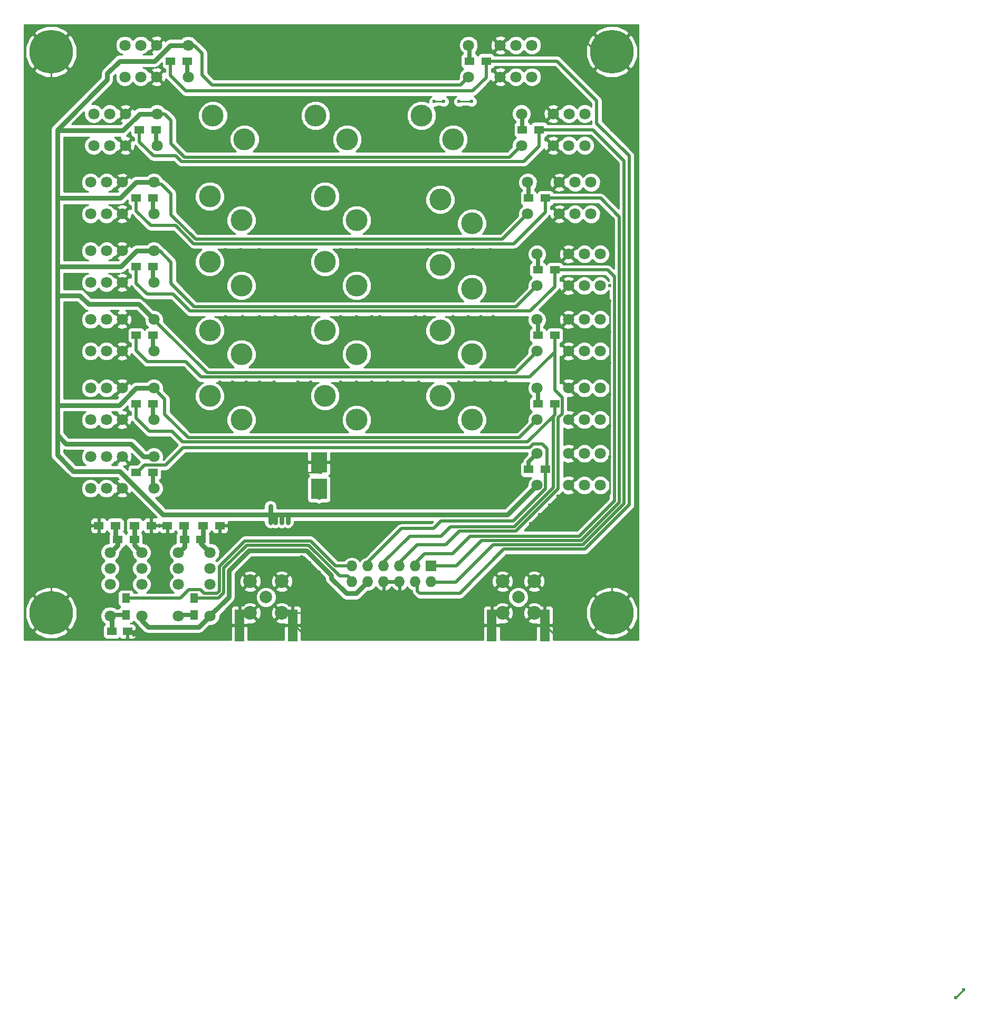
<source format=gbr>
G04 #@! TF.FileFunction,Copper,L4,Bot,Signal*
%FSLAX46Y46*%
G04 Gerber Fmt 4.6, Leading zero omitted, Abs format (unit mm)*
G04 Created by KiCad (PCBNEW 4.0.7) date 12/14/17 19:40:57*
%MOMM*%
%LPD*%
G01*
G04 APERTURE LIST*
%ADD10C,0.100000*%
%ADD11C,3.500000*%
%ADD12C,7.000000*%
%ADD13R,1.500000X1.250000*%
%ADD14C,2.200000*%
%ADD15C,2.000000*%
%ADD16R,1.500000X1.300000*%
%ADD17C,1.800000*%
%ADD18R,1.300000X1.500000*%
%ADD19R,1.727200X1.727200*%
%ADD20O,1.727200X1.727200*%
%ADD21R,2.500000X3.200000*%
%ADD22R,1.500000X5.080000*%
%ADD23C,0.600000*%
%ADD24C,0.250000*%
%ADD25C,0.800000*%
%ADD26C,0.500000*%
%ADD27C,0.700000*%
%ADD28C,0.254000*%
G04 APERTURE END LIST*
D10*
D11*
X138960000Y-40730000D03*
X144040000Y-44540000D03*
X154460000Y-27730000D03*
X159540000Y-31540000D03*
D12*
X95000000Y-17500000D03*
X185000000Y-107500000D03*
D13*
X107250000Y-110500000D03*
X104750000Y-110500000D03*
D14*
X126960000Y-107540000D03*
X126960000Y-102460000D03*
X132040000Y-102460000D03*
X132040000Y-107540000D03*
D15*
X129500000Y-105000000D03*
D11*
X120960000Y-27730000D03*
X126040000Y-31540000D03*
X120460000Y-40730000D03*
X125540000Y-44540000D03*
X120460000Y-51230000D03*
X125540000Y-55040000D03*
X120460000Y-62230000D03*
X125540000Y-66040000D03*
X120460000Y-72730000D03*
X125540000Y-76540000D03*
X137460000Y-27730000D03*
X142540000Y-31540000D03*
X138960000Y-51230000D03*
X144040000Y-55040000D03*
X138960000Y-62230000D03*
X144040000Y-66040000D03*
X138960000Y-72730000D03*
X144040000Y-76540000D03*
X157460000Y-41230000D03*
X162540000Y-45040000D03*
X157460000Y-51730000D03*
X162540000Y-55540000D03*
X157460000Y-62230000D03*
X162540000Y-66040000D03*
X157460000Y-72730000D03*
X162540000Y-76540000D03*
D16*
X105350000Y-93500000D03*
X102650000Y-93500000D03*
X108400000Y-93500000D03*
X111100000Y-93500000D03*
X105650000Y-95750000D03*
X108350000Y-95750000D03*
X116400000Y-95750000D03*
X119100000Y-95750000D03*
X116350000Y-93500000D03*
X113650000Y-93500000D03*
X119400000Y-93500000D03*
X122100000Y-93500000D03*
D12*
X95000000Y-107500000D03*
X185000000Y-17500000D03*
D14*
X167460000Y-107540000D03*
X167460000Y-102460000D03*
X172540000Y-102460000D03*
X172540000Y-107540000D03*
D15*
X170000000Y-105000000D03*
D17*
X109540000Y-108000000D03*
X104460000Y-108000000D03*
X109540000Y-97840000D03*
X109540000Y-102920000D03*
X109540000Y-100400000D03*
X104460000Y-97840000D03*
X104460000Y-102920000D03*
X104460000Y-100380000D03*
X120540000Y-108000000D03*
X115460000Y-108000000D03*
X120540000Y-97840000D03*
X120540000Y-102920000D03*
X120540000Y-100400000D03*
X115460000Y-97840000D03*
X115460000Y-102920000D03*
X115460000Y-100380000D03*
X112000000Y-27460000D03*
X112000000Y-32540000D03*
X101840000Y-27460000D03*
X106920000Y-27460000D03*
X104400000Y-27460000D03*
X101840000Y-32540000D03*
X106920000Y-32540000D03*
X104380000Y-32540000D03*
X111500000Y-38460000D03*
X111500000Y-43540000D03*
X101340000Y-38460000D03*
X106420000Y-38460000D03*
X103900000Y-38460000D03*
X101340000Y-43540000D03*
X106420000Y-43540000D03*
X103880000Y-43540000D03*
X111500000Y-49460000D03*
X111500000Y-54540000D03*
X101340000Y-49460000D03*
X106420000Y-49460000D03*
X103900000Y-49460000D03*
X101340000Y-54540000D03*
X106420000Y-54540000D03*
X103880000Y-54540000D03*
X111500000Y-60460000D03*
X111500000Y-65540000D03*
X101340000Y-60460000D03*
X106420000Y-60460000D03*
X103900000Y-60460000D03*
X101340000Y-65540000D03*
X106420000Y-65540000D03*
X103880000Y-65540000D03*
X111500000Y-71460000D03*
X111500000Y-76540000D03*
X101340000Y-71460000D03*
X106420000Y-71460000D03*
X103900000Y-71460000D03*
X101340000Y-76540000D03*
X106420000Y-76540000D03*
X103880000Y-76540000D03*
X111500000Y-82460000D03*
X111500000Y-87540000D03*
X101340000Y-82460000D03*
X106420000Y-82460000D03*
X103900000Y-82460000D03*
X101340000Y-87540000D03*
X106420000Y-87540000D03*
X103880000Y-87540000D03*
X117000000Y-16460000D03*
X117000000Y-21540000D03*
X106840000Y-16460000D03*
X111920000Y-16460000D03*
X109400000Y-16460000D03*
X106840000Y-21540000D03*
X111920000Y-21540000D03*
X109380000Y-21540000D03*
X170500000Y-32540000D03*
X170500000Y-27460000D03*
X180660000Y-32540000D03*
X175580000Y-32540000D03*
X178100000Y-32540000D03*
X180660000Y-27460000D03*
X175580000Y-27460000D03*
X178120000Y-27460000D03*
X171500000Y-43540000D03*
X171500000Y-38460000D03*
X181660000Y-43540000D03*
X176580000Y-43540000D03*
X179100000Y-43540000D03*
X181660000Y-38460000D03*
X176580000Y-38460000D03*
X179120000Y-38460000D03*
X173000000Y-55040000D03*
X173000000Y-49960000D03*
X183160000Y-55040000D03*
X178080000Y-55040000D03*
X180600000Y-55040000D03*
X183160000Y-49960000D03*
X178080000Y-49960000D03*
X180620000Y-49960000D03*
X173000000Y-65540000D03*
X173000000Y-60460000D03*
X183160000Y-65540000D03*
X178080000Y-65540000D03*
X180600000Y-65540000D03*
X183160000Y-60460000D03*
X178080000Y-60460000D03*
X180620000Y-60460000D03*
X173000000Y-76540000D03*
X173000000Y-71460000D03*
X183160000Y-76540000D03*
X178080000Y-76540000D03*
X180600000Y-76540000D03*
X183160000Y-71460000D03*
X178080000Y-71460000D03*
X180620000Y-71460000D03*
X173000000Y-87040000D03*
X173000000Y-81960000D03*
X183160000Y-87040000D03*
X178080000Y-87040000D03*
X180600000Y-87040000D03*
X183160000Y-81960000D03*
X178080000Y-81960000D03*
X180620000Y-81960000D03*
X162000000Y-21540000D03*
X162000000Y-16460000D03*
X172160000Y-21540000D03*
X167080000Y-21540000D03*
X169600000Y-21540000D03*
X172160000Y-16460000D03*
X167080000Y-16460000D03*
X169620000Y-16460000D03*
D18*
X107000000Y-107850000D03*
X107000000Y-105150000D03*
D16*
X109150000Y-30000000D03*
X111850000Y-30000000D03*
X111350000Y-41000000D03*
X108650000Y-41000000D03*
X111350000Y-63000000D03*
X108650000Y-63000000D03*
X111350000Y-74000000D03*
X108650000Y-74000000D03*
X111350000Y-85000000D03*
X108650000Y-85000000D03*
X111350000Y-52000000D03*
X108650000Y-52000000D03*
X116850000Y-19000000D03*
X114150000Y-19000000D03*
X164850000Y-19000000D03*
X162150000Y-19000000D03*
X170650000Y-30000000D03*
X173350000Y-30000000D03*
X174350000Y-41000000D03*
X171650000Y-41000000D03*
X175850000Y-63000000D03*
X173150000Y-63000000D03*
X175850000Y-74000000D03*
X173150000Y-74000000D03*
X174350000Y-84500000D03*
X171650000Y-84500000D03*
X175850000Y-52500000D03*
X173150000Y-52500000D03*
D18*
X118000000Y-105150000D03*
X118000000Y-107850000D03*
D19*
X156000000Y-100000000D03*
D20*
X156000000Y-102540000D03*
X153460000Y-100000000D03*
X153460000Y-102540000D03*
X150920000Y-100000000D03*
X150920000Y-102540000D03*
X148380000Y-100000000D03*
X148380000Y-102540000D03*
X145840000Y-100000000D03*
X145840000Y-102540000D03*
X143300000Y-100000000D03*
X143300000Y-102540000D03*
D21*
X138000000Y-83350000D03*
X138000000Y-87650000D03*
D22*
X165750000Y-109500000D03*
X174250000Y-109500000D03*
X125250000Y-109500000D03*
X133750000Y-109500000D03*
D23*
X241500000Y-168000000D03*
X241500000Y-168000000D03*
X240250000Y-169250000D03*
X156500000Y-25500000D03*
X158000000Y-25500000D03*
X160500000Y-25500000D03*
X162500000Y-25500000D03*
X130200000Y-93000000D03*
X131000000Y-93000000D03*
X132000000Y-93000000D03*
X130200000Y-90400000D03*
X133000000Y-93000000D03*
X134000000Y-109400000D03*
X153600000Y-93000000D03*
X151400000Y-92999994D03*
X146400000Y-93000000D03*
X149000000Y-93000000D03*
X102000000Y-110900000D03*
X99000000Y-110900000D03*
X108300000Y-111100000D03*
X111000000Y-111100000D03*
X114000000Y-111100000D03*
X116900000Y-111100000D03*
X120000000Y-111100000D03*
X123500000Y-111100000D03*
X174200000Y-109400000D03*
X165750000Y-109500000D03*
X139000000Y-32000000D03*
X136500000Y-32000000D03*
X134000000Y-32000000D03*
X131000000Y-32000000D03*
X129500000Y-32000000D03*
X156500000Y-32000000D03*
X154000000Y-32000000D03*
X151500000Y-32000000D03*
X149000000Y-32000000D03*
X146500000Y-32000000D03*
X151500000Y-29000000D03*
X150500000Y-26500000D03*
X147500000Y-26500000D03*
X145000000Y-29000000D03*
X135000000Y-26000000D03*
X133000000Y-26000000D03*
X130500000Y-26000000D03*
X128000000Y-26000000D03*
X125500000Y-26000000D03*
X170200000Y-82500000D03*
X168400000Y-82500000D03*
X166500000Y-82500000D03*
X164000000Y-60000000D03*
X166000000Y-60000000D03*
X169000000Y-36500000D03*
X166500000Y-36500000D03*
X164000000Y-36500000D03*
X161500000Y-36500000D03*
X159000000Y-36500000D03*
X156500000Y-36500000D03*
X154000000Y-36500000D03*
X151500000Y-36500000D03*
X149000000Y-36500000D03*
X146500000Y-36500000D03*
X144000000Y-36500000D03*
X141500000Y-36500000D03*
X139000000Y-36500000D03*
X136500000Y-36500000D03*
X131000000Y-36500000D03*
X127000000Y-36500000D03*
X125000000Y-36500004D03*
X162000000Y-60000000D03*
X159500000Y-60000000D03*
X122100000Y-70500000D03*
X124100000Y-70500000D03*
X126300000Y-70500000D03*
X128500000Y-70500000D03*
X130800000Y-70500000D03*
X134600000Y-70500000D03*
X136700000Y-70500000D03*
X147000000Y-90500000D03*
X146000000Y-90500000D03*
X145000000Y-90500000D03*
X147000000Y-86500000D03*
X146000000Y-86500000D03*
X145000000Y-86500000D03*
X144250000Y-82500000D03*
X140750000Y-85000000D03*
X164500000Y-82500000D03*
X162000000Y-82500000D03*
X159500000Y-82500000D03*
X157000000Y-82500000D03*
X154500000Y-82500000D03*
X152000000Y-82500000D03*
X149500000Y-82500000D03*
X147000000Y-82500000D03*
X138250000Y-85000000D03*
X135750000Y-85000000D03*
X133250000Y-85000000D03*
X130750000Y-85000000D03*
X128500000Y-85750000D03*
X125750000Y-85000000D03*
X123250000Y-85000000D03*
X120750000Y-85000000D03*
X118250000Y-85000000D03*
X115750000Y-85000000D03*
X127800000Y-94000000D03*
X129200004Y-94000000D03*
X132000000Y-99000000D03*
X133000000Y-100000000D03*
X135000000Y-102000000D03*
X136000000Y-104000000D03*
X136000000Y-106000000D03*
X122217439Y-98224990D03*
X176400000Y-88800000D03*
X175000000Y-90200000D03*
X173400000Y-91800000D03*
X172000000Y-93200000D03*
X168200000Y-98400000D03*
X167800000Y-100400000D03*
X171800000Y-98400000D03*
X171800000Y-100400000D03*
X175800000Y-93600000D03*
X177200000Y-92200000D03*
X179000000Y-91600000D03*
X181000000Y-91400000D03*
X182800000Y-90200000D03*
X184000000Y-89000000D03*
X125250000Y-109700000D03*
X139000000Y-111000000D03*
X144000000Y-111000000D03*
X149000000Y-111000000D03*
X154000000Y-111000000D03*
X159000000Y-111000000D03*
X164000000Y-111000000D03*
X179000000Y-111000000D03*
X125500000Y-21000000D03*
X128000000Y-21000000D03*
X130500000Y-21000000D03*
X133000000Y-21000000D03*
X135500000Y-21000000D03*
X138000000Y-21000000D03*
X140500000Y-21000000D03*
X143500000Y-21000000D03*
X146500000Y-20800000D03*
X149500000Y-21000000D03*
X152000000Y-21000000D03*
X154500000Y-21000000D03*
X158000000Y-56250000D03*
X155500000Y-56250000D03*
X153000000Y-56250000D03*
X166000000Y-57250000D03*
X168000000Y-57250000D03*
X155000000Y-60000000D03*
X153500000Y-60000000D03*
X147750000Y-60000000D03*
X146500000Y-60000000D03*
X144000000Y-60000000D03*
X141500000Y-60000000D03*
X123000000Y-60000000D03*
X125750000Y-60000000D03*
X128500000Y-60000000D03*
X131000000Y-60000000D03*
X134250000Y-60000000D03*
X136250000Y-60000000D03*
X120500000Y-46500000D03*
X123000000Y-49250000D03*
X125500000Y-49250000D03*
X128500000Y-49250000D03*
X135250000Y-46500000D03*
X141500000Y-49250000D03*
X144000000Y-49250000D03*
X144000000Y-49250000D03*
X146500000Y-46500000D03*
X149000000Y-46500000D03*
X151500000Y-46500000D03*
X155500000Y-49250000D03*
X160500000Y-49250000D03*
X162750000Y-49250000D03*
X165500000Y-49250000D03*
X160500000Y-70500000D03*
X163000000Y-70500000D03*
X165500000Y-70500000D03*
X168000000Y-70500000D03*
X154000000Y-70500000D03*
X141500000Y-70500000D03*
X144000000Y-70500000D03*
X146500000Y-70500000D03*
X149000000Y-70500000D03*
X151500000Y-70500000D03*
X128500000Y-68000000D03*
X131000000Y-68000000D03*
X133500000Y-68000000D03*
X122000000Y-67000000D03*
X119500000Y-67000000D03*
X117000000Y-78000000D03*
X122000000Y-78000000D03*
X119500000Y-78000000D03*
X128500000Y-78000000D03*
X131000000Y-78000000D03*
X133500000Y-78000000D03*
X139000000Y-78000000D03*
X136500000Y-78000000D03*
X148000000Y-78000000D03*
X153500000Y-78000000D03*
X156000000Y-78000000D03*
X158500000Y-78000000D03*
X166500000Y-78000000D03*
X184649990Y-72500000D03*
X184649990Y-67500000D03*
X184649990Y-62500000D03*
X184649990Y-57500000D03*
X184649990Y-77500000D03*
X184649990Y-55000000D03*
X184649990Y-82500000D03*
X99000000Y-14000000D03*
X104000000Y-14000000D03*
X109000000Y-14000000D03*
X114000000Y-14000000D03*
X119000000Y-14000000D03*
X124000000Y-14000000D03*
X129000000Y-14000000D03*
X134000000Y-14000000D03*
X139000000Y-14000000D03*
X144000000Y-14000000D03*
X149000000Y-14000000D03*
X154000000Y-14000000D03*
X159000000Y-14000000D03*
X164000000Y-14000000D03*
X169000000Y-14000000D03*
X174000000Y-14000000D03*
X179000000Y-14000000D03*
X185000000Y-40000000D03*
X185000000Y-50000000D03*
X185000000Y-100000000D03*
X185000000Y-95000000D03*
X185000000Y-45000000D03*
X185000000Y-25000000D03*
X185000000Y-30000000D03*
X185000000Y-35000000D03*
X173800000Y-47600000D03*
X175800000Y-47600000D03*
X172000000Y-47600000D03*
X92500000Y-100000000D03*
X92500000Y-95000000D03*
X92500000Y-90000000D03*
X92500000Y-85000000D03*
X92500000Y-80000000D03*
X92500000Y-75000000D03*
X92500000Y-70000000D03*
X92500000Y-65000000D03*
X92500000Y-60000000D03*
X92500000Y-55000000D03*
X92500000Y-50000000D03*
X92500000Y-45000000D03*
X92500000Y-40000000D03*
X92500000Y-35000000D03*
X92500000Y-30000000D03*
X92500000Y-25000000D03*
X99000000Y-39000000D03*
X99000000Y-35000000D03*
X99000000Y-32000000D03*
X99000000Y-76000000D03*
X99000000Y-73000000D03*
X99000000Y-70000000D03*
X99000000Y-67000000D03*
X99000000Y-64000000D03*
X99000000Y-61000000D03*
X99000000Y-58000000D03*
X99000000Y-55000000D03*
X99000000Y-44000000D03*
X99000000Y-47000000D03*
X99000000Y-50000000D03*
X99000000Y-29000000D03*
X99000000Y-82000000D03*
X99000000Y-79000000D03*
X181600000Y-58600000D03*
X179600000Y-57000000D03*
X181600000Y-57000000D03*
X179600000Y-58600000D03*
X181600000Y-69600000D03*
X179400000Y-67600000D03*
X181600000Y-67600000D03*
X179400000Y-69600000D03*
X122400000Y-97400000D03*
X122200000Y-96000000D03*
X122200000Y-94800000D03*
X135250000Y-98500000D03*
X136500000Y-99500000D03*
X138000000Y-101000000D03*
X138750000Y-102250000D03*
X138750000Y-103750000D03*
X138000000Y-89000000D03*
X138000000Y-87650000D03*
X138000000Y-86500000D03*
D24*
X240250000Y-169250000D02*
X241500000Y-168000000D01*
X158000000Y-25500000D02*
X156500000Y-25500000D01*
X162500000Y-25500000D02*
X160500000Y-25500000D01*
D25*
X120540000Y-108000000D02*
X120540000Y-107960000D01*
X120540000Y-107960000D02*
X123550020Y-104949980D01*
X123550020Y-104949980D02*
X123550020Y-100699980D01*
X126750000Y-97500000D02*
X136000000Y-97500000D01*
X136000000Y-97500000D02*
X140000000Y-101500000D01*
X123550020Y-100699980D02*
X126750000Y-97500000D01*
X140000000Y-101500000D02*
X140000000Y-102000000D01*
X140000000Y-102000000D02*
X142400000Y-104400000D01*
X143980000Y-104400000D02*
X145840000Y-102540000D01*
X142400000Y-104400000D02*
X143980000Y-104400000D01*
X109540000Y-108000000D02*
X109540000Y-108740000D01*
X109540000Y-108740000D02*
X110600000Y-109800000D01*
X110600000Y-109800000D02*
X118700000Y-109800000D01*
X118700000Y-109800000D02*
X120500000Y-108000000D01*
X120500000Y-108000000D02*
X120540000Y-108000000D01*
D26*
X173000000Y-55040000D02*
X169640000Y-58400000D01*
X169640000Y-58400000D02*
X118000000Y-58400000D01*
X118000000Y-58400000D02*
X114250000Y-54650000D01*
X114250000Y-54650000D02*
X114250000Y-51250000D01*
X114250000Y-51250000D02*
X112460000Y-49460000D01*
X112460000Y-49460000D02*
X111500000Y-49460000D01*
X171500000Y-43540000D02*
X167440000Y-47600000D01*
X118200000Y-47600000D02*
X114250000Y-43650000D01*
X167440000Y-47600000D02*
X118200000Y-47600000D01*
X114250000Y-43650000D02*
X114250000Y-40250000D01*
X114250000Y-40250000D02*
X112750000Y-38750000D01*
X112750000Y-38750000D02*
X111790000Y-38750000D01*
X111790000Y-38750000D02*
X111500000Y-38460000D01*
X162000000Y-21540000D02*
X160740000Y-22800000D01*
X160740000Y-22800000D02*
X120800000Y-22800000D01*
X120800000Y-22800000D02*
X119250000Y-21250000D01*
X119250000Y-17750000D02*
X117960000Y-16460000D01*
X119250000Y-21250000D02*
X119250000Y-17750000D01*
X117960000Y-16460000D02*
X117000000Y-16460000D01*
X170500000Y-32540000D02*
X170460000Y-32540000D01*
X170460000Y-32540000D02*
X168600000Y-34400000D01*
X168600000Y-34400000D02*
X116400000Y-34400000D01*
X114250000Y-28500000D02*
X113210000Y-27460000D01*
X116400000Y-34400000D02*
X114250000Y-32250000D01*
X114250000Y-32250000D02*
X114250000Y-28500000D01*
X113210000Y-27460000D02*
X112000000Y-27460000D01*
X173000000Y-76540000D02*
X170140000Y-79400000D01*
X170140000Y-79400000D02*
X117000000Y-79400000D01*
X117000000Y-79400000D02*
X113250000Y-75650000D01*
X113250000Y-75650000D02*
X113250000Y-73250000D01*
X113250000Y-73250000D02*
X112399999Y-72399999D01*
X112399999Y-72399999D02*
X112399999Y-72359999D01*
X112399999Y-72359999D02*
X111500000Y-71460000D01*
D25*
X130200000Y-91800000D02*
X130200000Y-93000000D01*
X131000000Y-91800000D02*
X132000000Y-91800000D01*
X130200000Y-91800000D02*
X131000000Y-91800000D01*
X131000000Y-91800000D02*
X131000000Y-93000000D01*
X132000000Y-91800000D02*
X132000000Y-93000000D01*
X130200000Y-91800000D02*
X130200000Y-90400000D01*
X133000000Y-91800000D02*
X134000000Y-91800000D01*
X113000000Y-91800000D02*
X130200000Y-91800000D01*
X132000000Y-91800000D02*
X133000000Y-91800000D01*
X133000000Y-91800000D02*
X133000000Y-93000000D01*
X111500000Y-82460000D02*
X109860000Y-82460000D01*
X97400000Y-80400000D02*
X96000000Y-79000000D01*
X107800000Y-80400000D02*
X97400000Y-80400000D01*
X109860000Y-82460000D02*
X107800000Y-80400000D01*
X96000000Y-56600000D02*
X99600000Y-56600000D01*
X109040000Y-58000000D02*
X111500000Y-60460000D01*
X101000000Y-58000000D02*
X109040000Y-58000000D01*
X99600000Y-56600000D02*
X101000000Y-58000000D01*
X96000000Y-74200000D02*
X96000000Y-79000000D01*
X96000000Y-79000000D02*
X96000000Y-82200000D01*
X106000000Y-84800000D02*
X113000000Y-91800000D01*
X96000000Y-82200000D02*
X98600000Y-84800000D01*
X98600000Y-84800000D02*
X106000000Y-84800000D01*
X172100001Y-87939999D02*
X173000000Y-87040000D01*
D26*
X112399999Y-61359999D02*
X111500000Y-60460000D01*
X120040000Y-69000000D02*
X112399999Y-61359999D01*
X169600000Y-69000000D02*
X120040000Y-69000000D01*
X173000000Y-65600000D02*
X169600000Y-69000000D01*
X173000000Y-65540000D02*
X173000000Y-65600000D01*
D25*
X117000000Y-16460000D02*
X114140002Y-16460000D01*
X114140002Y-16460000D02*
X111600002Y-19000000D01*
X111600002Y-19000000D02*
X106000000Y-19000000D01*
X106000000Y-19000000D02*
X104000000Y-21000000D01*
X104000000Y-21000000D02*
X104000000Y-22000000D01*
X104000000Y-22000000D02*
X96000000Y-30000000D01*
X96000000Y-30000000D02*
X96000000Y-30159998D01*
X112000000Y-27460000D02*
X109209998Y-27460000D01*
X109209998Y-27460000D02*
X106510000Y-30159998D01*
X106510000Y-30159998D02*
X96000000Y-30159998D01*
X96000000Y-30159998D02*
X96000000Y-41000000D01*
X96000000Y-41000000D02*
X96000000Y-52000000D01*
X111500000Y-38460000D02*
X108640002Y-38460000D01*
X108640002Y-38460000D02*
X106100002Y-41000000D01*
X106100002Y-41000000D02*
X96000000Y-41000000D01*
X96000000Y-52000000D02*
X96000000Y-56600000D01*
X96000000Y-56600000D02*
X96000000Y-62800000D01*
X111500000Y-49460000D02*
X108709998Y-49460000D01*
X108709998Y-49460000D02*
X106169998Y-52000000D01*
X106169998Y-52000000D02*
X96000000Y-52000000D01*
X96000000Y-62800000D02*
X96000000Y-74200000D01*
X111500000Y-71460000D02*
X108640002Y-71460000D01*
X108640002Y-71460000D02*
X105900002Y-74200000D01*
X105900002Y-74200000D02*
X96000000Y-74200000D01*
X168240000Y-91800000D02*
X172100001Y-87939999D01*
X134000000Y-91800000D02*
X168240000Y-91800000D01*
D24*
X134000000Y-109400000D02*
X135600000Y-111000000D01*
X135600000Y-111000000D02*
X139000000Y-111000000D01*
D26*
X148380000Y-102540000D02*
X150920000Y-102540000D01*
D24*
X138750000Y-103750000D02*
X138750000Y-105650000D01*
X138750000Y-105650000D02*
X136860002Y-107540000D01*
X136860002Y-107540000D02*
X136000000Y-107540000D01*
X151400000Y-92999994D02*
X153599994Y-92999994D01*
X153599994Y-92999994D02*
X153600000Y-93000000D01*
X149000000Y-93000000D02*
X146400000Y-93000000D01*
X99000000Y-110900000D02*
X102000000Y-110900000D01*
X111000000Y-111100000D02*
X108300000Y-111100000D01*
X116900000Y-111100000D02*
X114000000Y-111100000D01*
X123500000Y-111100000D02*
X120000000Y-111100000D01*
X174499999Y-109699999D02*
X174200000Y-109400000D01*
X175800000Y-111000000D02*
X174499999Y-109699999D01*
X179000000Y-111000000D02*
X175800000Y-111000000D01*
X139000000Y-32000000D02*
X136500000Y-32000000D01*
X134000000Y-32000000D02*
X131000000Y-32000000D01*
X151500000Y-32000000D02*
X154000000Y-32000000D01*
X146500000Y-32000000D02*
X149000000Y-32000000D01*
X151500000Y-27500000D02*
X151500000Y-29000000D01*
X150500000Y-26500000D02*
X151500000Y-27500000D01*
X145000000Y-29000000D02*
X147500000Y-26500000D01*
X130500000Y-26000000D02*
X133000000Y-26000000D01*
X125500000Y-26000000D02*
X128000000Y-26000000D01*
X166500000Y-36500000D02*
X169000000Y-36500000D01*
X164000000Y-36500000D02*
X166500000Y-36500000D01*
X161500000Y-36500000D02*
X164000000Y-36500000D01*
X159000000Y-36500000D02*
X161500000Y-36500000D01*
X156500000Y-36500000D02*
X159000000Y-36500000D01*
X154000000Y-36500000D02*
X156500000Y-36500000D01*
X151500000Y-36500000D02*
X154000000Y-36500000D01*
X149000000Y-36500000D02*
X151500000Y-36500000D01*
X146500000Y-36500000D02*
X149000000Y-36500000D01*
X144000000Y-36500000D02*
X146500000Y-36500000D01*
X141500000Y-36500000D02*
X144000000Y-36500000D01*
X139000000Y-36500000D02*
X141500000Y-36500000D01*
X136500000Y-36500000D02*
X139000000Y-36500000D01*
X136000000Y-36500000D02*
X132000000Y-36500000D01*
X132000000Y-36500000D02*
X131000000Y-36500000D01*
X136000000Y-36500000D02*
X136500000Y-36500000D01*
X131000000Y-36500000D02*
X128000000Y-36500000D01*
X128000000Y-36500000D02*
X127000000Y-36500000D01*
X126999996Y-36500004D02*
X127000000Y-36500000D01*
X125000000Y-36500004D02*
X126999996Y-36500004D01*
X159924264Y-60000000D02*
X162000000Y-60000000D01*
X159500000Y-60000000D02*
X159924264Y-60000000D01*
X155000000Y-60000000D02*
X155424264Y-60000000D01*
X124100000Y-70500000D02*
X122100000Y-70500000D01*
X126300000Y-70500000D02*
X124100000Y-70500000D01*
X128500000Y-70500000D02*
X126300000Y-70500000D01*
X130800000Y-70500000D02*
X128500000Y-70500000D01*
X136700000Y-70500000D02*
X134600000Y-70500000D01*
X145000000Y-90500000D02*
X146000000Y-90500000D01*
X145000000Y-86500000D02*
X146000000Y-86500000D01*
X141750000Y-85000000D02*
X144250000Y-82500000D01*
X140750000Y-85000000D02*
X141750000Y-85000000D01*
X162000000Y-82500000D02*
X164500000Y-82500000D01*
X157000000Y-82500000D02*
X159500000Y-82500000D01*
X152000000Y-82500000D02*
X154500000Y-82500000D01*
X147000000Y-82500000D02*
X149500000Y-82500000D01*
X135750000Y-85000000D02*
X138250000Y-85000000D01*
X130750000Y-85000000D02*
X133250000Y-85000000D01*
X128250000Y-85750000D02*
X128500000Y-85750000D01*
X126500000Y-85750000D02*
X128250000Y-85750000D01*
X125750000Y-85000000D02*
X126500000Y-85750000D01*
X120750000Y-85000000D02*
X123250000Y-85000000D01*
X115750000Y-85000000D02*
X118250000Y-85000000D01*
X129200004Y-94000000D02*
X127800000Y-94000000D01*
X136000000Y-106000000D02*
X136000000Y-107540000D01*
X133000000Y-100000000D02*
X132000000Y-99000000D01*
X135000000Y-103000000D02*
X135000000Y-102000000D01*
X136000000Y-104000000D02*
X135000000Y-103000000D01*
X122400000Y-97400000D02*
X122400000Y-98042429D01*
X122400000Y-98042429D02*
X122217439Y-98224990D01*
X176400000Y-88800000D02*
X175000000Y-90200000D01*
X173400000Y-91800000D02*
X172000000Y-93200000D01*
X168200000Y-100000000D02*
X168200000Y-98400000D01*
X167800000Y-100400000D02*
X168200000Y-100000000D01*
X171800000Y-98800000D02*
X171800000Y-98400000D01*
X171800000Y-100400000D02*
X171800000Y-98800000D01*
X184000000Y-89000000D02*
X182800000Y-90200000D01*
X177200000Y-92200000D02*
X175800000Y-93600000D01*
X180800000Y-91600000D02*
X179000000Y-91600000D01*
X181000000Y-91400000D02*
X180800000Y-91600000D01*
X131540000Y-107540000D02*
X136000000Y-107540000D01*
X184649990Y-88350010D02*
X184299999Y-88700001D01*
X184299999Y-88700001D02*
X184000000Y-89000000D01*
X184649990Y-82500000D02*
X184649990Y-88350010D01*
X144000000Y-111000000D02*
X149000000Y-111000000D01*
X154000000Y-111000000D02*
X159000000Y-111000000D01*
X128000000Y-21000000D02*
X125500000Y-21000000D01*
X130500000Y-21000000D02*
X128000000Y-21000000D01*
X133000000Y-21000000D02*
X130500000Y-21000000D01*
X135500000Y-21000000D02*
X133000000Y-21000000D01*
X138000000Y-21000000D02*
X135500000Y-21000000D01*
X140500000Y-21000000D02*
X138000000Y-21000000D01*
X143500000Y-21000000D02*
X140500000Y-21000000D01*
X146500000Y-21000000D02*
X143500000Y-21000000D01*
X149500000Y-21000000D02*
X146500000Y-21000000D01*
X152000000Y-21000000D02*
X149500000Y-21000000D01*
X154500000Y-21000000D02*
X152000000Y-21000000D01*
X155500000Y-56250000D02*
X158000000Y-56250000D01*
X153000000Y-56250000D02*
X155500000Y-56250000D01*
X168000000Y-57250000D02*
X166000000Y-57250000D01*
X153500000Y-60000000D02*
X155000000Y-60000000D01*
X146500000Y-60000000D02*
X147750000Y-60000000D01*
X144000000Y-60000000D02*
X146500000Y-60000000D01*
X141500000Y-60000000D02*
X144000000Y-60000000D01*
X125750000Y-60000000D02*
X123000000Y-60000000D01*
X128500000Y-60000000D02*
X125750000Y-60000000D01*
X131000000Y-60000000D02*
X128500000Y-60000000D01*
X133500000Y-60000000D02*
X131000000Y-60000000D01*
X136250000Y-60000000D02*
X134250000Y-60000000D01*
X134250000Y-60000000D02*
X133500000Y-60000000D01*
X128075736Y-49250000D02*
X125500000Y-49250000D01*
X128500000Y-49250000D02*
X128075736Y-49250000D01*
X144000000Y-49250000D02*
X141500000Y-49250000D01*
X149000000Y-46500000D02*
X146500000Y-46500000D01*
X151500000Y-46500000D02*
X149000000Y-46500000D01*
X162750000Y-49250000D02*
X160500000Y-49250000D01*
X163000000Y-49250000D02*
X162750000Y-49250000D01*
X165500000Y-49250000D02*
X163000000Y-49250000D01*
X163000000Y-70500000D02*
X160500000Y-70500000D01*
X165500000Y-70500000D02*
X163000000Y-70500000D01*
X168000000Y-70500000D02*
X165500000Y-70500000D01*
X151500000Y-70500000D02*
X154000000Y-70500000D01*
X144000000Y-70500000D02*
X141500000Y-70500000D01*
X146500000Y-70500000D02*
X144000000Y-70500000D01*
X149000000Y-70500000D02*
X146500000Y-70500000D01*
X151500000Y-70500000D02*
X149000000Y-70500000D01*
X131000000Y-68000000D02*
X128500000Y-68000000D01*
X133500000Y-68000000D02*
X131000000Y-68000000D01*
X119500000Y-67000000D02*
X122000000Y-67000000D01*
X119500000Y-78000000D02*
X117000000Y-78000000D01*
X119500000Y-78000000D02*
X122000000Y-78000000D01*
X131000000Y-78000000D02*
X128500000Y-78000000D01*
X133500000Y-78000000D02*
X131000000Y-78000000D01*
X136500000Y-78000000D02*
X133500000Y-78000000D01*
X136500000Y-78000000D02*
X139000000Y-78000000D01*
X156000000Y-78000000D02*
X153500000Y-78000000D01*
X158500000Y-78000000D02*
X156000000Y-78000000D01*
X184649990Y-77500000D02*
X184649990Y-77924264D01*
X184649990Y-72500000D02*
X184649990Y-72924264D01*
X184649990Y-67924264D02*
X184649990Y-72500000D01*
X184649990Y-67500000D02*
X184649990Y-67924264D01*
X184649990Y-62500000D02*
X184649990Y-62924264D01*
X184649990Y-57500000D02*
X184649990Y-57924264D01*
X184649990Y-62924264D02*
X184649990Y-67500000D01*
X184649990Y-77924264D02*
X184649990Y-82500000D01*
X184649990Y-72924264D02*
X184649990Y-77500000D01*
X184649990Y-57924264D02*
X184649990Y-62500000D01*
X185000000Y-17500000D02*
X182500000Y-17500000D01*
X182500000Y-17500000D02*
X179000000Y-14000000D01*
X104000000Y-14000000D02*
X99000000Y-14000000D01*
X114000000Y-14000000D02*
X109000000Y-14000000D01*
X124000000Y-14000000D02*
X119000000Y-14000000D01*
X134000000Y-14000000D02*
X129000000Y-14000000D01*
X144000000Y-14000000D02*
X139000000Y-14000000D01*
X154000000Y-14000000D02*
X149000000Y-14000000D01*
X164000000Y-14000000D02*
X159000000Y-14000000D01*
X174000000Y-14000000D02*
X169000000Y-14000000D01*
X185000000Y-40000000D02*
X185000000Y-35000000D01*
X185000000Y-45000000D02*
X185000000Y-50000000D01*
X185000000Y-107500000D02*
X185000000Y-100000000D01*
X185000000Y-30000000D02*
X185000000Y-25000000D01*
X175800000Y-47600000D02*
X178080000Y-49880000D01*
X178080000Y-49960000D02*
X178080000Y-49880000D01*
X95000000Y-17500000D02*
X95000000Y-22500000D01*
X95000000Y-102500000D02*
X95000000Y-107500000D01*
X92500000Y-100000000D02*
X95000000Y-102500000D01*
X92500000Y-90000000D02*
X92500000Y-95000000D01*
X92500000Y-80000000D02*
X92500000Y-85000000D01*
X92500000Y-70000000D02*
X92500000Y-75000000D01*
X92500000Y-60000000D02*
X92500000Y-65000000D01*
X92500000Y-50000000D02*
X92500000Y-55000000D01*
X92500000Y-40000000D02*
X92500000Y-45000000D01*
X92500000Y-30000000D02*
X92500000Y-35000000D01*
X95000000Y-22500000D02*
X92500000Y-25000000D01*
X99000000Y-39000000D02*
X99000000Y-35000000D01*
X99000000Y-73000000D02*
X99000000Y-70000000D01*
X99000000Y-67000000D02*
X99000000Y-64000000D01*
X99000000Y-61000000D02*
X99000000Y-58000000D01*
X99000000Y-76000000D02*
X99000000Y-79000000D01*
X99000000Y-50000000D02*
X99000000Y-47000000D01*
X106420000Y-76540000D02*
X106420000Y-76580000D01*
X106420000Y-76580000D02*
X104000000Y-79000000D01*
X104000000Y-79000000D02*
X99000000Y-79000000D01*
X179600000Y-58600000D02*
X181600000Y-58600000D01*
X179600000Y-57000000D02*
X181600000Y-57000000D01*
X181600000Y-58600000D02*
X181600000Y-57000000D01*
X179400000Y-69600000D02*
X181600000Y-69600000D01*
X179400000Y-67600000D02*
X181600000Y-67600000D01*
X181600000Y-69600000D02*
X181600000Y-67600000D01*
X122200000Y-97200000D02*
X122400000Y-97400000D01*
X122200000Y-94800000D02*
X122200000Y-96000000D01*
X122200000Y-96000000D02*
X122200000Y-97200000D01*
X135950001Y-99200001D02*
X135250000Y-98500000D01*
X136500000Y-99500000D02*
X136200001Y-99200001D01*
X136200001Y-99200001D02*
X135950001Y-99200001D01*
X137700001Y-100700001D02*
X136500000Y-99500000D01*
X138000000Y-101000000D02*
X137700001Y-100700001D01*
X138750000Y-102250000D02*
X138750000Y-101750000D01*
X138750000Y-101750000D02*
X138000000Y-101000000D01*
X138750000Y-103750000D02*
X138750000Y-102250000D01*
D26*
X107000000Y-105150000D02*
X115789998Y-105150000D01*
X119600000Y-104400000D02*
X121600000Y-104400000D01*
X115789998Y-105150000D02*
X117139998Y-103800000D01*
X121999998Y-100057940D02*
X126107960Y-95949978D01*
X117139998Y-103800000D02*
X119000000Y-103800000D01*
X136642040Y-95949978D02*
X140692062Y-100000000D01*
X119000000Y-103800000D02*
X119600000Y-104400000D01*
X121600000Y-104400000D02*
X121999998Y-104000002D01*
X126107960Y-95949978D02*
X136642040Y-95949978D01*
X121999998Y-104000002D02*
X121999998Y-100057940D01*
X140692062Y-100000000D02*
X143000000Y-100000000D01*
X118000000Y-105150000D02*
X121850000Y-105150000D01*
X121850000Y-105150000D02*
X122700009Y-104299991D01*
X122700009Y-104299991D02*
X122700009Y-100347894D01*
X122700009Y-100347894D02*
X126397914Y-96649989D01*
X126397914Y-96649989D02*
X136352086Y-96649989D01*
X136352086Y-96649989D02*
X141302097Y-101600000D01*
X141302097Y-101600000D02*
X142600000Y-101600000D01*
X142600000Y-101600000D02*
X143000000Y-102000000D01*
X174350000Y-84500000D02*
X174350001Y-87649999D01*
X174350001Y-87649999D02*
X169200000Y-92800000D01*
X151200000Y-94000000D02*
X145840000Y-99360000D01*
X169200000Y-92800000D02*
X157600000Y-92800000D01*
X157600000Y-92800000D02*
X156400000Y-94000000D01*
X156400000Y-94000000D02*
X151200000Y-94000000D01*
X145840000Y-99360000D02*
X145840000Y-100000000D01*
X108650000Y-85000000D02*
X108800000Y-85000000D01*
X108800000Y-85000000D02*
X109989999Y-83810001D01*
X109989999Y-83810001D02*
X113389999Y-83810001D01*
X113389999Y-83810001D02*
X116200000Y-81000000D01*
X116200000Y-81000000D02*
X171800000Y-81000000D01*
X171800000Y-81000000D02*
X172400000Y-80400000D01*
X172400000Y-80400000D02*
X173800000Y-80400000D01*
X173800000Y-80400000D02*
X174600000Y-81200000D01*
X174600000Y-81200000D02*
X174600000Y-84250000D01*
X174600000Y-84250000D02*
X174350000Y-84500000D01*
X173350000Y-30000000D02*
X182000000Y-30000000D01*
X182000000Y-30000000D02*
X187000000Y-35000000D01*
X159940000Y-102600000D02*
X156000000Y-102600000D01*
X187000000Y-35000000D02*
X187000000Y-89979930D01*
X187000000Y-89979930D02*
X180379908Y-96600022D01*
X180379908Y-96600022D02*
X165939978Y-96600022D01*
X165939978Y-96600022D02*
X159940000Y-102600000D01*
X173350000Y-30000000D02*
X173350000Y-32650000D01*
X173350000Y-32650000D02*
X170899989Y-35100011D01*
X170899989Y-35100011D02*
X115900011Y-35100011D01*
X115900011Y-35100011D02*
X115000000Y-34200000D01*
X115000000Y-34200000D02*
X111400000Y-34200000D01*
X111400000Y-34200000D02*
X109150000Y-31950000D01*
X109150000Y-31950000D02*
X109150000Y-30000000D01*
X174350000Y-41000000D02*
X183210035Y-41000000D01*
X183210035Y-41000000D02*
X186200000Y-43989965D01*
X186200000Y-43989965D02*
X186200000Y-89789965D01*
X186200000Y-89789965D02*
X180089954Y-95900011D01*
X180089954Y-95900011D02*
X164099989Y-95900011D01*
X164099989Y-95900011D02*
X160000000Y-100000000D01*
X160000000Y-100000000D02*
X155800000Y-100000000D01*
X108650000Y-42150000D02*
X108650000Y-41000000D01*
X111000000Y-45400000D02*
X108650000Y-43050000D01*
X115000000Y-45400000D02*
X111000000Y-45400000D01*
X117900011Y-48300011D02*
X115000000Y-45400000D01*
X169299989Y-48300011D02*
X117900011Y-48300011D01*
X174350000Y-41000000D02*
X174350000Y-43250000D01*
X174350000Y-43250000D02*
X169299989Y-48300011D01*
X108650000Y-43050000D02*
X108650000Y-42150000D01*
X175850000Y-52500000D02*
X184300000Y-52500000D01*
X162260000Y-95200000D02*
X159460000Y-98000000D01*
X184300000Y-52500000D02*
X185400000Y-53600000D01*
X159460000Y-98000000D02*
X155000000Y-98000000D01*
X185400000Y-53600000D02*
X185400000Y-89579930D01*
X185400000Y-89579930D02*
X179779930Y-95200000D01*
X179779930Y-95200000D02*
X162260000Y-95200000D01*
X155000000Y-98000000D02*
X153460000Y-99540000D01*
X153460000Y-99540000D02*
X153460000Y-100000000D01*
X108650000Y-53150000D02*
X108650000Y-52000000D01*
X110400000Y-56400000D02*
X108650000Y-54650000D01*
X114600000Y-56400000D02*
X110400000Y-56400000D01*
X108650000Y-54650000D02*
X108650000Y-53150000D01*
X117300011Y-59100011D02*
X114600000Y-56400000D01*
X171899989Y-59100011D02*
X117300011Y-59100011D01*
X175850000Y-55150000D02*
X171899989Y-59100011D01*
X175850000Y-52500000D02*
X175850000Y-55150000D01*
X175850000Y-65650000D02*
X175850000Y-71789998D01*
X175850000Y-71789998D02*
X177050001Y-72989999D01*
X177050001Y-72989999D02*
X177050001Y-75571997D01*
X177050001Y-75571997D02*
X176400000Y-76221998D01*
X176400000Y-76221998D02*
X176400000Y-87617932D01*
X176400000Y-87617932D02*
X169617910Y-94400022D01*
X169617910Y-94400022D02*
X160519978Y-94400022D01*
X160519978Y-94400022D02*
X158320000Y-96600000D01*
X158320000Y-96600000D02*
X153800000Y-96600000D01*
X153800000Y-96600000D02*
X150920000Y-99480000D01*
X150920000Y-99480000D02*
X150920000Y-100000000D01*
X108650000Y-64150000D02*
X108650000Y-63000000D01*
X175850000Y-63000000D02*
X175850000Y-65650000D01*
X116600000Y-67200000D02*
X110400000Y-67200000D01*
X119100011Y-69700011D02*
X116600000Y-67200000D01*
X110400000Y-67200000D02*
X108650000Y-65450000D01*
X175850000Y-65650000D02*
X171799989Y-69700011D01*
X171799989Y-69700011D02*
X119100011Y-69700011D01*
X108650000Y-65450000D02*
X108650000Y-64150000D01*
X175850000Y-75760036D02*
X175600000Y-76010036D01*
X175600000Y-76010036D02*
X175600000Y-87427967D01*
X175600000Y-87427967D02*
X169327956Y-93700011D01*
X169327956Y-93700011D02*
X159099989Y-93700011D01*
X159099989Y-93700011D02*
X157600000Y-95200000D01*
X152600000Y-95200000D02*
X148380000Y-99420000D01*
X157600000Y-95200000D02*
X152600000Y-95200000D01*
X148380000Y-99420000D02*
X148380000Y-100000000D01*
X175850000Y-75760036D02*
X175839964Y-75760036D01*
X171499989Y-80100011D02*
X116100011Y-80100011D01*
X175839964Y-75760036D02*
X171499989Y-80100011D01*
X116100011Y-80100011D02*
X114400000Y-78400000D01*
X114400000Y-78400000D02*
X110800000Y-78400000D01*
X110800000Y-78400000D02*
X108650000Y-76250000D01*
X108650000Y-76250000D02*
X108650000Y-75150000D01*
X108650000Y-75150000D02*
X108650000Y-74000000D01*
X175850000Y-74000000D02*
X175850000Y-75760036D01*
X164850000Y-19000000D02*
X176200000Y-19000000D01*
X182600000Y-25400000D02*
X182600000Y-29000000D01*
X154200000Y-104400000D02*
X153800000Y-104000000D01*
X153800000Y-102880000D02*
X153460000Y-102540000D01*
X176200000Y-19000000D02*
X182600000Y-25400000D01*
X182600000Y-29000000D02*
X187800000Y-34200000D01*
X187800000Y-34200000D02*
X187800000Y-90169895D01*
X167699967Y-97300033D02*
X160600000Y-104400000D01*
X187800000Y-90169895D02*
X180669862Y-97300033D01*
X180669862Y-97300033D02*
X167699967Y-97300033D01*
X160600000Y-104400000D02*
X154200000Y-104400000D01*
X153800000Y-104000000D02*
X153800000Y-102880000D01*
X164850000Y-19000000D02*
X164850000Y-21650000D01*
X164850000Y-21650000D02*
X162700000Y-23800000D01*
X162700000Y-23800000D02*
X116600000Y-23800000D01*
X114150000Y-20150000D02*
X114150000Y-19000000D01*
X116600000Y-23800000D02*
X114150000Y-21350000D01*
X114150000Y-21350000D02*
X114150000Y-20150000D01*
D25*
X105650000Y-95750000D02*
X105650000Y-96650000D01*
X105650000Y-96650000D02*
X104460000Y-97840000D01*
X105350000Y-93500000D02*
X105350000Y-95450000D01*
X105350000Y-95450000D02*
X105650000Y-95750000D01*
X108350000Y-95750000D02*
X108350000Y-96650000D01*
X108350000Y-96650000D02*
X109540000Y-97840000D01*
X108400000Y-93500000D02*
X108400000Y-95700000D01*
X108400000Y-95700000D02*
X108350000Y-95750000D01*
X116400000Y-95750000D02*
X116400000Y-93550000D01*
X116400000Y-93550000D02*
X116350000Y-93500000D01*
X116400000Y-95750000D02*
X116400000Y-96900000D01*
X116400000Y-96900000D02*
X115460000Y-97840000D01*
X119100000Y-95750000D02*
X119100000Y-96400000D01*
X119100000Y-96400000D02*
X120540000Y-97840000D01*
X119400000Y-93500000D02*
X119400000Y-95450000D01*
X119400000Y-95450000D02*
X119100000Y-95750000D01*
X104750000Y-110500000D02*
X104750000Y-108290000D01*
X104750000Y-108290000D02*
X104460000Y-108000000D01*
X104750000Y-107710000D02*
X104460000Y-108000000D01*
D27*
X107000000Y-107850000D02*
X104610000Y-107850000D01*
X104610000Y-107850000D02*
X104460000Y-108000000D01*
X118000000Y-107850000D02*
X115610000Y-107850000D01*
X115610000Y-107850000D02*
X115460000Y-108000000D01*
X111350000Y-85000000D02*
X111350000Y-87390000D01*
X111350000Y-87390000D02*
X111500000Y-87540000D01*
X111850000Y-30000000D02*
X111850000Y-32390000D01*
X111850000Y-32390000D02*
X112000000Y-32540000D01*
X111350000Y-41000000D02*
X111350000Y-43390000D01*
X111350000Y-43390000D02*
X111500000Y-43540000D01*
X111350000Y-52000000D02*
X111350000Y-54390000D01*
X111350000Y-54390000D02*
X111500000Y-54540000D01*
X111350000Y-63000000D02*
X111350000Y-65390000D01*
X111350000Y-65390000D02*
X111500000Y-65540000D01*
X111350000Y-74000000D02*
X111350000Y-76390000D01*
X111350000Y-76390000D02*
X111500000Y-76540000D01*
X116850000Y-19000000D02*
X116850000Y-21390000D01*
X116850000Y-21390000D02*
X117000000Y-21540000D01*
X170650000Y-30000000D02*
X170650000Y-27610000D01*
X170650000Y-27610000D02*
X170500000Y-27460000D01*
X171650000Y-41000000D02*
X171650000Y-38610000D01*
X171650000Y-38610000D02*
X171500000Y-38460000D01*
X173150000Y-52500000D02*
X173150000Y-50110000D01*
X173150000Y-50110000D02*
X173000000Y-49960000D01*
X173150000Y-63000000D02*
X173150000Y-60610000D01*
X173150000Y-60610000D02*
X173000000Y-60460000D01*
X173150000Y-74000000D02*
X173150000Y-71610000D01*
X173150000Y-71610000D02*
X173000000Y-71460000D01*
X162150000Y-19000000D02*
X162150000Y-16610000D01*
X162150000Y-16610000D02*
X162000000Y-16460000D01*
X171650000Y-84500000D02*
X171650000Y-83310000D01*
X171650000Y-83310000D02*
X173000000Y-81960000D01*
D25*
X138000000Y-89000000D02*
X138000000Y-87650000D01*
X138000000Y-86500000D02*
X138000000Y-87650000D01*
D28*
G36*
X189290000Y-111790000D02*
X175635000Y-111790000D01*
X175635000Y-110457312D01*
X182222293Y-110457312D01*
X182625762Y-110983924D01*
X184139730Y-111627307D01*
X185784666Y-111642346D01*
X187310145Y-111026750D01*
X187374238Y-110983924D01*
X187777707Y-110457312D01*
X185000000Y-107679605D01*
X182222293Y-110457312D01*
X175635000Y-110457312D01*
X175635000Y-109785750D01*
X175476250Y-109627000D01*
X174377000Y-109627000D01*
X174377000Y-109647000D01*
X174123000Y-109647000D01*
X174123000Y-109627000D01*
X173023750Y-109627000D01*
X172865000Y-109785750D01*
X172865000Y-111790000D01*
X167135000Y-111790000D01*
X167135000Y-109785750D01*
X166976250Y-109627000D01*
X165877000Y-109627000D01*
X165877000Y-109647000D01*
X165623000Y-109647000D01*
X165623000Y-109627000D01*
X164523750Y-109627000D01*
X164365000Y-109785750D01*
X164365000Y-111790000D01*
X135135000Y-111790000D01*
X135135000Y-109785750D01*
X134976250Y-109627000D01*
X133877000Y-109627000D01*
X133877000Y-109647000D01*
X133623000Y-109647000D01*
X133623000Y-109627000D01*
X132523750Y-109627000D01*
X132365000Y-109785750D01*
X132365000Y-111790000D01*
X126635000Y-111790000D01*
X126635000Y-109785750D01*
X126476250Y-109627000D01*
X125377000Y-109627000D01*
X125377000Y-109647000D01*
X125123000Y-109647000D01*
X125123000Y-109627000D01*
X124023750Y-109627000D01*
X123865000Y-109785750D01*
X123865000Y-111790000D01*
X90710000Y-111790000D01*
X90710000Y-110457312D01*
X92222293Y-110457312D01*
X92625762Y-110983924D01*
X94139730Y-111627307D01*
X95784666Y-111642346D01*
X97310145Y-111026750D01*
X97374238Y-110983924D01*
X97777707Y-110457312D01*
X95000000Y-107679605D01*
X92222293Y-110457312D01*
X90710000Y-110457312D01*
X90710000Y-108284666D01*
X90857654Y-108284666D01*
X91473250Y-109810145D01*
X91516076Y-109874238D01*
X92042688Y-110277707D01*
X94820395Y-107500000D01*
X95179605Y-107500000D01*
X97957312Y-110277707D01*
X98483924Y-109874238D01*
X99127307Y-108360270D01*
X99142346Y-106715334D01*
X98526750Y-105189855D01*
X98483924Y-105125762D01*
X97957312Y-104722293D01*
X95179605Y-107500000D01*
X94820395Y-107500000D01*
X92042688Y-104722293D01*
X91516076Y-105125762D01*
X90872693Y-106639730D01*
X90857654Y-108284666D01*
X90710000Y-108284666D01*
X90710000Y-104542688D01*
X92222293Y-104542688D01*
X95000000Y-107320395D01*
X97777707Y-104542688D01*
X97374238Y-104016076D01*
X95860270Y-103372693D01*
X94215334Y-103357654D01*
X92689855Y-103973250D01*
X92625762Y-104016076D01*
X92222293Y-104542688D01*
X90710000Y-104542688D01*
X90710000Y-93785750D01*
X101265000Y-93785750D01*
X101265000Y-94276310D01*
X101361673Y-94509699D01*
X101540302Y-94688327D01*
X101773691Y-94785000D01*
X102364250Y-94785000D01*
X102523000Y-94626250D01*
X102523000Y-93627000D01*
X101423750Y-93627000D01*
X101265000Y-93785750D01*
X90710000Y-93785750D01*
X90710000Y-92723690D01*
X101265000Y-92723690D01*
X101265000Y-93214250D01*
X101423750Y-93373000D01*
X102523000Y-93373000D01*
X102523000Y-92373750D01*
X102364250Y-92215000D01*
X101773691Y-92215000D01*
X101540302Y-92311673D01*
X101361673Y-92490301D01*
X101265000Y-92723690D01*
X90710000Y-92723690D01*
X90710000Y-87843991D01*
X99804735Y-87843991D01*
X100037932Y-88408371D01*
X100469357Y-88840551D01*
X101033330Y-89074733D01*
X101643991Y-89075265D01*
X102208371Y-88842068D01*
X102610323Y-88440818D01*
X103009357Y-88840551D01*
X103573330Y-89074733D01*
X104183991Y-89075265D01*
X104748371Y-88842068D01*
X104970668Y-88620159D01*
X105519446Y-88620159D01*
X105605852Y-88876643D01*
X106179336Y-89086458D01*
X106789460Y-89060839D01*
X107234148Y-88876643D01*
X107320554Y-88620159D01*
X106420000Y-87719605D01*
X105519446Y-88620159D01*
X104970668Y-88620159D01*
X105180551Y-88410643D01*
X105189203Y-88389806D01*
X105339841Y-88440554D01*
X106240395Y-87540000D01*
X105339841Y-86639446D01*
X105189673Y-86690035D01*
X105182068Y-86671629D01*
X104750643Y-86239449D01*
X104186670Y-86005267D01*
X103576009Y-86004735D01*
X103011629Y-86237932D01*
X102609677Y-86639182D01*
X102210643Y-86239449D01*
X101646670Y-86005267D01*
X101036009Y-86004735D01*
X100471629Y-86237932D01*
X100039449Y-86669357D01*
X99805267Y-87233330D01*
X99804735Y-87843991D01*
X90710000Y-87843991D01*
X90710000Y-30000000D01*
X94964999Y-30000000D01*
X94965000Y-30000005D01*
X94965000Y-78999995D01*
X94964999Y-79000000D01*
X94965000Y-79000005D01*
X94965000Y-82199995D01*
X94964999Y-82200000D01*
X95043785Y-82596077D01*
X95268144Y-82931856D01*
X97868142Y-85531853D01*
X97868144Y-85531856D01*
X97991217Y-85614090D01*
X98203922Y-85756215D01*
X98600000Y-85835000D01*
X105571288Y-85835000D01*
X105841879Y-86105591D01*
X105605852Y-86203357D01*
X105519446Y-86459841D01*
X106420000Y-87360395D01*
X106434143Y-87346253D01*
X106613748Y-87525858D01*
X106599605Y-87540000D01*
X107500159Y-88440554D01*
X107756643Y-88354148D01*
X107846053Y-88109765D01*
X111951289Y-92215000D01*
X111385750Y-92215000D01*
X111227000Y-92373750D01*
X111227000Y-93373000D01*
X112326250Y-93373000D01*
X112375000Y-93324250D01*
X112423750Y-93373000D01*
X113523000Y-93373000D01*
X113523000Y-93353000D01*
X113777000Y-93353000D01*
X113777000Y-93373000D01*
X113797000Y-93373000D01*
X113797000Y-93627000D01*
X113777000Y-93627000D01*
X113777000Y-94626250D01*
X113935750Y-94785000D01*
X114526309Y-94785000D01*
X114759698Y-94688327D01*
X114938327Y-94509699D01*
X114994654Y-94373713D01*
X114996838Y-94385317D01*
X115135910Y-94601441D01*
X115194675Y-94641594D01*
X115053569Y-94848110D01*
X115002560Y-95100000D01*
X115002560Y-96368139D01*
X114591629Y-96537932D01*
X114159449Y-96969357D01*
X113925267Y-97533330D01*
X113924735Y-98143991D01*
X114157932Y-98708371D01*
X114559182Y-99110323D01*
X114159449Y-99509357D01*
X113925267Y-100073330D01*
X113924735Y-100683991D01*
X114157932Y-101248371D01*
X114559182Y-101650323D01*
X114159449Y-102049357D01*
X113925267Y-102613330D01*
X113924735Y-103223991D01*
X114157932Y-103788371D01*
X114589357Y-104220551D01*
X114696402Y-104265000D01*
X110304468Y-104265000D01*
X110408371Y-104222068D01*
X110840551Y-103790643D01*
X111074733Y-103226670D01*
X111075265Y-102616009D01*
X110842068Y-102051629D01*
X110450818Y-101659695D01*
X110840551Y-101270643D01*
X111074733Y-100706670D01*
X111075265Y-100096009D01*
X110842068Y-99531629D01*
X110430818Y-99119660D01*
X110840551Y-98710643D01*
X111074733Y-98146670D01*
X111075265Y-97536009D01*
X110842068Y-96971629D01*
X110410643Y-96539449D01*
X109846670Y-96305267D01*
X109747440Y-96305181D01*
X109747440Y-95100000D01*
X109703162Y-94864683D01*
X109564090Y-94648559D01*
X109556225Y-94643185D01*
X109601441Y-94614090D01*
X109746431Y-94401890D01*
X109753191Y-94368510D01*
X109811673Y-94509699D01*
X109990302Y-94688327D01*
X110223691Y-94785000D01*
X110814250Y-94785000D01*
X110973000Y-94626250D01*
X110973000Y-93627000D01*
X111227000Y-93627000D01*
X111227000Y-94626250D01*
X111385750Y-94785000D01*
X111976309Y-94785000D01*
X112209698Y-94688327D01*
X112375000Y-94523026D01*
X112540302Y-94688327D01*
X112773691Y-94785000D01*
X113364250Y-94785000D01*
X113523000Y-94626250D01*
X113523000Y-93627000D01*
X112423750Y-93627000D01*
X112375000Y-93675750D01*
X112326250Y-93627000D01*
X111227000Y-93627000D01*
X110973000Y-93627000D01*
X110953000Y-93627000D01*
X110953000Y-93373000D01*
X110973000Y-93373000D01*
X110973000Y-92373750D01*
X110814250Y-92215000D01*
X110223691Y-92215000D01*
X109990302Y-92311673D01*
X109811673Y-92490301D01*
X109755346Y-92626287D01*
X109753162Y-92614683D01*
X109614090Y-92398559D01*
X109401890Y-92253569D01*
X109150000Y-92202560D01*
X107650000Y-92202560D01*
X107414683Y-92246838D01*
X107198559Y-92385910D01*
X107053569Y-92598110D01*
X107002560Y-92850000D01*
X107002560Y-94150000D01*
X107046838Y-94385317D01*
X107185910Y-94601441D01*
X107193775Y-94606815D01*
X107148559Y-94635910D01*
X107003569Y-94848110D01*
X107000919Y-94861197D01*
X106864090Y-94648559D01*
X106651890Y-94503569D01*
X106629987Y-94499134D01*
X106696431Y-94401890D01*
X106747440Y-94150000D01*
X106747440Y-92850000D01*
X106703162Y-92614683D01*
X106564090Y-92398559D01*
X106351890Y-92253569D01*
X106100000Y-92202560D01*
X104600000Y-92202560D01*
X104364683Y-92246838D01*
X104148559Y-92385910D01*
X104003569Y-92598110D01*
X103996809Y-92631490D01*
X103938327Y-92490301D01*
X103759698Y-92311673D01*
X103526309Y-92215000D01*
X102935750Y-92215000D01*
X102777000Y-92373750D01*
X102777000Y-93373000D01*
X102797000Y-93373000D01*
X102797000Y-93627000D01*
X102777000Y-93627000D01*
X102777000Y-94626250D01*
X102935750Y-94785000D01*
X103526309Y-94785000D01*
X103759698Y-94688327D01*
X103938327Y-94509699D01*
X103994654Y-94373713D01*
X103996838Y-94385317D01*
X104135910Y-94601441D01*
X104315000Y-94723808D01*
X104315000Y-94831380D01*
X104303569Y-94848110D01*
X104252560Y-95100000D01*
X104252560Y-96304819D01*
X104156009Y-96304735D01*
X103591629Y-96537932D01*
X103159449Y-96969357D01*
X102925267Y-97533330D01*
X102924735Y-98143991D01*
X103157932Y-98708371D01*
X103559182Y-99110323D01*
X103159449Y-99509357D01*
X102925267Y-100073330D01*
X102924735Y-100683991D01*
X103157932Y-101248371D01*
X103559182Y-101650323D01*
X103159449Y-102049357D01*
X102925267Y-102613330D01*
X102924735Y-103223991D01*
X103157932Y-103788371D01*
X103589357Y-104220551D01*
X104153330Y-104454733D01*
X104763991Y-104455265D01*
X105328371Y-104222068D01*
X105760551Y-103790643D01*
X105994733Y-103226670D01*
X105995265Y-102616009D01*
X105762068Y-102051629D01*
X105360818Y-101649677D01*
X105760551Y-101250643D01*
X105994733Y-100686670D01*
X105995265Y-100076009D01*
X105762068Y-99511629D01*
X105360818Y-99109677D01*
X105760551Y-98710643D01*
X105994733Y-98146670D01*
X105995062Y-97768649D01*
X106381853Y-97381858D01*
X106381856Y-97381856D01*
X106606215Y-97046077D01*
X106613952Y-97007182D01*
X106635317Y-97003162D01*
X106851441Y-96864090D01*
X106996431Y-96651890D01*
X106999081Y-96638803D01*
X107135910Y-96851441D01*
X107348110Y-96996431D01*
X107385412Y-97003985D01*
X107393785Y-97046077D01*
X107618144Y-97381856D01*
X108005062Y-97768774D01*
X108004735Y-98143991D01*
X108237932Y-98708371D01*
X108649182Y-99120340D01*
X108239449Y-99529357D01*
X108005267Y-100093330D01*
X108004735Y-100703991D01*
X108237932Y-101268371D01*
X108629182Y-101660305D01*
X108239449Y-102049357D01*
X108005267Y-102613330D01*
X108004735Y-103223991D01*
X108237932Y-103788371D01*
X108669357Y-104220551D01*
X108776402Y-104265000D01*
X108272038Y-104265000D01*
X108253162Y-104164683D01*
X108114090Y-103948559D01*
X107901890Y-103803569D01*
X107650000Y-103752560D01*
X106350000Y-103752560D01*
X106114683Y-103796838D01*
X105898559Y-103935910D01*
X105753569Y-104148110D01*
X105702560Y-104400000D01*
X105702560Y-105900000D01*
X105746838Y-106135317D01*
X105885910Y-106351441D01*
X106098110Y-106496431D01*
X106111197Y-106499081D01*
X105898559Y-106635910D01*
X105753569Y-106848110D01*
X105750149Y-106865000D01*
X105495905Y-106865000D01*
X105330643Y-106699449D01*
X104766670Y-106465267D01*
X104156009Y-106464735D01*
X103591629Y-106697932D01*
X103159449Y-107129357D01*
X102925267Y-107693330D01*
X102924735Y-108303991D01*
X103157932Y-108868371D01*
X103589357Y-109300551D01*
X103668799Y-109333538D01*
X103548559Y-109410910D01*
X103403569Y-109623110D01*
X103352560Y-109875000D01*
X103352560Y-111125000D01*
X103396838Y-111360317D01*
X103535910Y-111576441D01*
X103748110Y-111721431D01*
X104000000Y-111772440D01*
X105500000Y-111772440D01*
X105735317Y-111728162D01*
X105951441Y-111589090D01*
X105997969Y-111520994D01*
X106140302Y-111663327D01*
X106373691Y-111760000D01*
X106964250Y-111760000D01*
X107123000Y-111601250D01*
X107123000Y-110627000D01*
X107377000Y-110627000D01*
X107377000Y-111601250D01*
X107535750Y-111760000D01*
X108126309Y-111760000D01*
X108359698Y-111663327D01*
X108538327Y-111484699D01*
X108635000Y-111251310D01*
X108635000Y-110785750D01*
X108476250Y-110627000D01*
X107377000Y-110627000D01*
X107123000Y-110627000D01*
X107103000Y-110627000D01*
X107103000Y-110373000D01*
X107123000Y-110373000D01*
X107123000Y-110353000D01*
X107377000Y-110353000D01*
X107377000Y-110373000D01*
X108476250Y-110373000D01*
X108635000Y-110214250D01*
X108635000Y-109748690D01*
X108538327Y-109515301D01*
X108359698Y-109336673D01*
X108126309Y-109240000D01*
X107689540Y-109240000D01*
X107885317Y-109203162D01*
X108101441Y-109064090D01*
X108236891Y-108865852D01*
X108237932Y-108868371D01*
X108669357Y-109300551D01*
X108703023Y-109314530D01*
X108808144Y-109471856D01*
X109868142Y-110531853D01*
X109868144Y-110531856D01*
X110010538Y-110627000D01*
X110203922Y-110756215D01*
X110600000Y-110835000D01*
X118699995Y-110835000D01*
X118700000Y-110835001D01*
X119096077Y-110756215D01*
X119431856Y-110531856D01*
X120428808Y-109534903D01*
X120843991Y-109535265D01*
X121408371Y-109302068D01*
X121840551Y-108870643D01*
X122074733Y-108306670D01*
X122075097Y-107888615D01*
X123130021Y-106833690D01*
X123865000Y-106833690D01*
X123865000Y-109214250D01*
X124023750Y-109373000D01*
X125123000Y-109373000D01*
X125123000Y-107251593D01*
X125214677Y-107251593D01*
X125237164Y-107941453D01*
X125377000Y-108279047D01*
X125377000Y-109373000D01*
X126476250Y-109373000D01*
X126593378Y-109255872D01*
X126671593Y-109285323D01*
X127361453Y-109262836D01*
X127894359Y-109042099D01*
X128005263Y-108764868D01*
X126960000Y-107719605D01*
X126945858Y-107733748D01*
X126766253Y-107554143D01*
X126780395Y-107540000D01*
X127139605Y-107540000D01*
X128184868Y-108585263D01*
X128462099Y-108474359D01*
X128705323Y-107828407D01*
X128686521Y-107251593D01*
X130294677Y-107251593D01*
X130317164Y-107941453D01*
X130537901Y-108474359D01*
X130815132Y-108585263D01*
X131860395Y-107540000D01*
X130815132Y-106494737D01*
X130537901Y-106605641D01*
X130294677Y-107251593D01*
X128686521Y-107251593D01*
X128682836Y-107138547D01*
X128462099Y-106605641D01*
X128184868Y-106494737D01*
X127139605Y-107540000D01*
X126780395Y-107540000D01*
X126635000Y-107394605D01*
X126635000Y-107035395D01*
X126960000Y-107360395D01*
X128005263Y-106315132D01*
X127894359Y-106037901D01*
X127248407Y-105794677D01*
X126558547Y-105817164D01*
X126025641Y-106037901D01*
X125914737Y-106315132D01*
X125924605Y-106325000D01*
X125535750Y-106325000D01*
X125377000Y-106483750D01*
X125377000Y-106820497D01*
X125214677Y-107251593D01*
X125123000Y-107251593D01*
X125123000Y-106483750D01*
X124964250Y-106325000D01*
X124373691Y-106325000D01*
X124140302Y-106421673D01*
X123961673Y-106600301D01*
X123865000Y-106833690D01*
X123130021Y-106833690D01*
X124281873Y-105681838D01*
X124281876Y-105681836D01*
X124506235Y-105346057D01*
X124510663Y-105323795D01*
X127864716Y-105323795D01*
X128113106Y-105924943D01*
X128572637Y-106385278D01*
X129173352Y-106634716D01*
X129823795Y-106635284D01*
X130424943Y-106386894D01*
X130496830Y-106315132D01*
X130994737Y-106315132D01*
X132040000Y-107360395D01*
X132365000Y-107035395D01*
X132365000Y-107394605D01*
X132219605Y-107540000D01*
X132233748Y-107554143D01*
X132054143Y-107733748D01*
X132040000Y-107719605D01*
X130994737Y-108764868D01*
X131105641Y-109042099D01*
X131751593Y-109285323D01*
X132414466Y-109263716D01*
X132523750Y-109373000D01*
X133623000Y-109373000D01*
X133623000Y-108259503D01*
X133785323Y-107828407D01*
X133762836Y-107138547D01*
X133623000Y-106800953D01*
X133623000Y-106483750D01*
X133877000Y-106483750D01*
X133877000Y-109373000D01*
X134976250Y-109373000D01*
X135135000Y-109214250D01*
X135135000Y-106833690D01*
X164365000Y-106833690D01*
X164365000Y-109214250D01*
X164523750Y-109373000D01*
X165623000Y-109373000D01*
X165623000Y-107251593D01*
X165714677Y-107251593D01*
X165737164Y-107941453D01*
X165877000Y-108279047D01*
X165877000Y-109373000D01*
X166976250Y-109373000D01*
X167093378Y-109255872D01*
X167171593Y-109285323D01*
X167861453Y-109262836D01*
X168394359Y-109042099D01*
X168505263Y-108764868D01*
X167460000Y-107719605D01*
X167445858Y-107733748D01*
X167266253Y-107554143D01*
X167280395Y-107540000D01*
X167639605Y-107540000D01*
X168684868Y-108585263D01*
X168962099Y-108474359D01*
X169205323Y-107828407D01*
X169186521Y-107251593D01*
X170794677Y-107251593D01*
X170817164Y-107941453D01*
X171037901Y-108474359D01*
X171315132Y-108585263D01*
X172360395Y-107540000D01*
X171315132Y-106494737D01*
X171037901Y-106605641D01*
X170794677Y-107251593D01*
X169186521Y-107251593D01*
X169182836Y-107138547D01*
X168962099Y-106605641D01*
X168684868Y-106494737D01*
X167639605Y-107540000D01*
X167280395Y-107540000D01*
X167135000Y-107394605D01*
X167135000Y-107035395D01*
X167460000Y-107360395D01*
X168505263Y-106315132D01*
X168394359Y-106037901D01*
X167748407Y-105794677D01*
X167058547Y-105817164D01*
X166525641Y-106037901D01*
X166414737Y-106315132D01*
X166424605Y-106325000D01*
X166035750Y-106325000D01*
X165877000Y-106483750D01*
X165877000Y-106820497D01*
X165714677Y-107251593D01*
X165623000Y-107251593D01*
X165623000Y-106483750D01*
X165464250Y-106325000D01*
X164873691Y-106325000D01*
X164640302Y-106421673D01*
X164461673Y-106600301D01*
X164365000Y-106833690D01*
X135135000Y-106833690D01*
X135038327Y-106600301D01*
X134859698Y-106421673D01*
X134626309Y-106325000D01*
X134035750Y-106325000D01*
X133877000Y-106483750D01*
X133623000Y-106483750D01*
X133464250Y-106325000D01*
X133075395Y-106325000D01*
X133085263Y-106315132D01*
X132974359Y-106037901D01*
X132328407Y-105794677D01*
X131638547Y-105817164D01*
X131105641Y-106037901D01*
X130994737Y-106315132D01*
X130496830Y-106315132D01*
X130885278Y-105927363D01*
X131134716Y-105326648D01*
X131135284Y-104676205D01*
X130886894Y-104075057D01*
X130497387Y-103684868D01*
X130994737Y-103684868D01*
X131105641Y-103962099D01*
X131751593Y-104205323D01*
X132441453Y-104182836D01*
X132974359Y-103962099D01*
X133085263Y-103684868D01*
X132040000Y-102639605D01*
X130994737Y-103684868D01*
X130497387Y-103684868D01*
X130427363Y-103614722D01*
X129826648Y-103365284D01*
X129176205Y-103364716D01*
X128575057Y-103613106D01*
X128114722Y-104072637D01*
X127865284Y-104673352D01*
X127864716Y-105323795D01*
X124510663Y-105323795D01*
X124518380Y-105285000D01*
X124585021Y-104949980D01*
X124585020Y-104949975D01*
X124585020Y-103684868D01*
X125914737Y-103684868D01*
X126025641Y-103962099D01*
X126671593Y-104205323D01*
X127361453Y-104182836D01*
X127894359Y-103962099D01*
X128005263Y-103684868D01*
X126960000Y-102639605D01*
X125914737Y-103684868D01*
X124585020Y-103684868D01*
X124585020Y-102171593D01*
X125214677Y-102171593D01*
X125237164Y-102861453D01*
X125457901Y-103394359D01*
X125735132Y-103505263D01*
X126780395Y-102460000D01*
X127139605Y-102460000D01*
X128184868Y-103505263D01*
X128462099Y-103394359D01*
X128705323Y-102748407D01*
X128686521Y-102171593D01*
X130294677Y-102171593D01*
X130317164Y-102861453D01*
X130537901Y-103394359D01*
X130815132Y-103505263D01*
X131860395Y-102460000D01*
X132219605Y-102460000D01*
X133264868Y-103505263D01*
X133542099Y-103394359D01*
X133785323Y-102748407D01*
X133762836Y-102058547D01*
X133542099Y-101525641D01*
X133264868Y-101414737D01*
X132219605Y-102460000D01*
X131860395Y-102460000D01*
X130815132Y-101414737D01*
X130537901Y-101525641D01*
X130294677Y-102171593D01*
X128686521Y-102171593D01*
X128682836Y-102058547D01*
X128462099Y-101525641D01*
X128184868Y-101414737D01*
X127139605Y-102460000D01*
X126780395Y-102460000D01*
X125735132Y-101414737D01*
X125457901Y-101525641D01*
X125214677Y-102171593D01*
X124585020Y-102171593D01*
X124585020Y-101235132D01*
X125914737Y-101235132D01*
X126960000Y-102280395D01*
X128005263Y-101235132D01*
X130994737Y-101235132D01*
X132040000Y-102280395D01*
X133085263Y-101235132D01*
X132974359Y-100957901D01*
X132328407Y-100714677D01*
X131638547Y-100737164D01*
X131105641Y-100957901D01*
X130994737Y-101235132D01*
X128005263Y-101235132D01*
X127894359Y-100957901D01*
X127248407Y-100714677D01*
X126558547Y-100737164D01*
X126025641Y-100957901D01*
X125914737Y-101235132D01*
X124585020Y-101235132D01*
X124585020Y-101128692D01*
X127178711Y-98535000D01*
X135571288Y-98535000D01*
X138965000Y-101928711D01*
X138965000Y-101999995D01*
X138964999Y-102000000D01*
X139043785Y-102396077D01*
X139268144Y-102731856D01*
X141668142Y-105131853D01*
X141668144Y-105131856D01*
X141897342Y-105285000D01*
X142003923Y-105356215D01*
X142400000Y-105435001D01*
X142400005Y-105435000D01*
X143979995Y-105435000D01*
X143980000Y-105435001D01*
X144376077Y-105356215D01*
X144424597Y-105323795D01*
X168364716Y-105323795D01*
X168613106Y-105924943D01*
X169072637Y-106385278D01*
X169673352Y-106634716D01*
X170323795Y-106635284D01*
X170924943Y-106386894D01*
X170996830Y-106315132D01*
X171494737Y-106315132D01*
X172540000Y-107360395D01*
X172865000Y-107035395D01*
X172865000Y-107394605D01*
X172719605Y-107540000D01*
X172733748Y-107554143D01*
X172554143Y-107733748D01*
X172540000Y-107719605D01*
X171494737Y-108764868D01*
X171605641Y-109042099D01*
X172251593Y-109285323D01*
X172914466Y-109263716D01*
X173023750Y-109373000D01*
X174123000Y-109373000D01*
X174123000Y-108259503D01*
X174285323Y-107828407D01*
X174262836Y-107138547D01*
X174123000Y-106800953D01*
X174123000Y-106483750D01*
X174377000Y-106483750D01*
X174377000Y-109373000D01*
X175476250Y-109373000D01*
X175635000Y-109214250D01*
X175635000Y-108284666D01*
X180857654Y-108284666D01*
X181473250Y-109810145D01*
X181516076Y-109874238D01*
X182042688Y-110277707D01*
X184820395Y-107500000D01*
X185179605Y-107500000D01*
X187957312Y-110277707D01*
X188483924Y-109874238D01*
X189127307Y-108360270D01*
X189142346Y-106715334D01*
X188526750Y-105189855D01*
X188483924Y-105125762D01*
X187957312Y-104722293D01*
X185179605Y-107500000D01*
X184820395Y-107500000D01*
X182042688Y-104722293D01*
X181516076Y-105125762D01*
X180872693Y-106639730D01*
X180857654Y-108284666D01*
X175635000Y-108284666D01*
X175635000Y-106833690D01*
X175538327Y-106600301D01*
X175359698Y-106421673D01*
X175126309Y-106325000D01*
X174535750Y-106325000D01*
X174377000Y-106483750D01*
X174123000Y-106483750D01*
X173964250Y-106325000D01*
X173575395Y-106325000D01*
X173585263Y-106315132D01*
X173474359Y-106037901D01*
X172828407Y-105794677D01*
X172138547Y-105817164D01*
X171605641Y-106037901D01*
X171494737Y-106315132D01*
X170996830Y-106315132D01*
X171385278Y-105927363D01*
X171634716Y-105326648D01*
X171635284Y-104676205D01*
X171580116Y-104542688D01*
X182222293Y-104542688D01*
X185000000Y-107320395D01*
X187777707Y-104542688D01*
X187374238Y-104016076D01*
X185860270Y-103372693D01*
X184215334Y-103357654D01*
X182689855Y-103973250D01*
X182625762Y-104016076D01*
X182222293Y-104542688D01*
X171580116Y-104542688D01*
X171386894Y-104075057D01*
X170997387Y-103684868D01*
X171494737Y-103684868D01*
X171605641Y-103962099D01*
X172251593Y-104205323D01*
X172941453Y-104182836D01*
X173474359Y-103962099D01*
X173585263Y-103684868D01*
X172540000Y-102639605D01*
X171494737Y-103684868D01*
X170997387Y-103684868D01*
X170927363Y-103614722D01*
X170326648Y-103365284D01*
X169676205Y-103364716D01*
X169075057Y-103613106D01*
X168614722Y-104072637D01*
X168365284Y-104673352D01*
X168364716Y-105323795D01*
X144424597Y-105323795D01*
X144711856Y-105131856D01*
X145806029Y-104037683D01*
X145810641Y-104038600D01*
X145869359Y-104038600D01*
X146442848Y-103924526D01*
X146929029Y-103599670D01*
X147109992Y-103328839D01*
X147491510Y-103746821D01*
X148020973Y-103994968D01*
X148253000Y-103874469D01*
X148253000Y-102667000D01*
X148507000Y-102667000D01*
X148507000Y-103874469D01*
X148739027Y-103994968D01*
X149268490Y-103746821D01*
X149650000Y-103328848D01*
X150031510Y-103746821D01*
X150560973Y-103994968D01*
X150793000Y-103874469D01*
X150793000Y-102667000D01*
X148507000Y-102667000D01*
X148253000Y-102667000D01*
X148233000Y-102667000D01*
X148233000Y-102413000D01*
X148253000Y-102413000D01*
X148253000Y-102393000D01*
X148507000Y-102393000D01*
X148507000Y-102413000D01*
X150793000Y-102413000D01*
X150793000Y-102393000D01*
X151047000Y-102393000D01*
X151047000Y-102413000D01*
X151067000Y-102413000D01*
X151067000Y-102667000D01*
X151047000Y-102667000D01*
X151047000Y-103874469D01*
X151279027Y-103994968D01*
X151808490Y-103746821D01*
X152190008Y-103328839D01*
X152370971Y-103599670D01*
X152857152Y-103924526D01*
X152915000Y-103936033D01*
X152915000Y-103999995D01*
X152914999Y-104000000D01*
X152959172Y-104222068D01*
X152982367Y-104338675D01*
X153126177Y-104553903D01*
X153174210Y-104625790D01*
X153574208Y-105025787D01*
X153574210Y-105025790D01*
X153812473Y-105184991D01*
X153861325Y-105217633D01*
X154200000Y-105285000D01*
X160599995Y-105285000D01*
X160600000Y-105285001D01*
X160882484Y-105228810D01*
X160938675Y-105217633D01*
X161225790Y-105025790D01*
X161225791Y-105025789D01*
X162566711Y-103684868D01*
X166414737Y-103684868D01*
X166525641Y-103962099D01*
X167171593Y-104205323D01*
X167861453Y-104182836D01*
X168394359Y-103962099D01*
X168505263Y-103684868D01*
X167460000Y-102639605D01*
X166414737Y-103684868D01*
X162566711Y-103684868D01*
X164079986Y-102171593D01*
X165714677Y-102171593D01*
X165737164Y-102861453D01*
X165957901Y-103394359D01*
X166235132Y-103505263D01*
X167280395Y-102460000D01*
X167639605Y-102460000D01*
X168684868Y-103505263D01*
X168962099Y-103394359D01*
X169205323Y-102748407D01*
X169186521Y-102171593D01*
X170794677Y-102171593D01*
X170817164Y-102861453D01*
X171037901Y-103394359D01*
X171315132Y-103505263D01*
X172360395Y-102460000D01*
X172719605Y-102460000D01*
X173764868Y-103505263D01*
X174042099Y-103394359D01*
X174285323Y-102748407D01*
X174262836Y-102058547D01*
X174042099Y-101525641D01*
X173764868Y-101414737D01*
X172719605Y-102460000D01*
X172360395Y-102460000D01*
X171315132Y-101414737D01*
X171037901Y-101525641D01*
X170794677Y-102171593D01*
X169186521Y-102171593D01*
X169182836Y-102058547D01*
X168962099Y-101525641D01*
X168684868Y-101414737D01*
X167639605Y-102460000D01*
X167280395Y-102460000D01*
X166235132Y-101414737D01*
X165957901Y-101525641D01*
X165714677Y-102171593D01*
X164079986Y-102171593D01*
X165016447Y-101235132D01*
X166414737Y-101235132D01*
X167460000Y-102280395D01*
X168505263Y-101235132D01*
X171494737Y-101235132D01*
X172540000Y-102280395D01*
X173585263Y-101235132D01*
X173474359Y-100957901D01*
X172828407Y-100714677D01*
X172138547Y-100737164D01*
X171605641Y-100957901D01*
X171494737Y-101235132D01*
X168505263Y-101235132D01*
X168394359Y-100957901D01*
X167748407Y-100714677D01*
X167058547Y-100737164D01*
X166525641Y-100957901D01*
X166414737Y-101235132D01*
X165016447Y-101235132D01*
X168066546Y-98185033D01*
X180669857Y-98185033D01*
X180669862Y-98185034D01*
X180952346Y-98128843D01*
X181008537Y-98117666D01*
X181295652Y-97925823D01*
X181295653Y-97925822D01*
X188425787Y-90795687D01*
X188425790Y-90795685D01*
X188617633Y-90508570D01*
X188655420Y-90318604D01*
X188685001Y-90169895D01*
X188685000Y-90169890D01*
X188685000Y-34200005D01*
X188685001Y-34200000D01*
X188617634Y-33861326D01*
X188553975Y-33766054D01*
X188425790Y-33574210D01*
X188425787Y-33574208D01*
X183485000Y-28633420D01*
X183485000Y-25400005D01*
X183485001Y-25400000D01*
X183417633Y-25061326D01*
X183417633Y-25061325D01*
X183225790Y-24774210D01*
X183225787Y-24774208D01*
X178908892Y-20457312D01*
X182222293Y-20457312D01*
X182625762Y-20983924D01*
X184139730Y-21627307D01*
X185784666Y-21642346D01*
X187310145Y-21026750D01*
X187374238Y-20983924D01*
X187777707Y-20457312D01*
X185000000Y-17679605D01*
X182222293Y-20457312D01*
X178908892Y-20457312D01*
X176825790Y-18374210D01*
X176691777Y-18284666D01*
X180857654Y-18284666D01*
X181473250Y-19810145D01*
X181516076Y-19874238D01*
X182042688Y-20277707D01*
X184820395Y-17500000D01*
X185179605Y-17500000D01*
X187957312Y-20277707D01*
X188483924Y-19874238D01*
X189127307Y-18360270D01*
X189142346Y-16715334D01*
X188526750Y-15189855D01*
X188483924Y-15125762D01*
X187957312Y-14722293D01*
X185179605Y-17500000D01*
X184820395Y-17500000D01*
X182042688Y-14722293D01*
X181516076Y-15125762D01*
X180872693Y-16639730D01*
X180857654Y-18284666D01*
X176691777Y-18284666D01*
X176538675Y-18182367D01*
X176482484Y-18171190D01*
X176200000Y-18114999D01*
X176199995Y-18115000D01*
X166203222Y-18115000D01*
X166203162Y-18114683D01*
X166064090Y-17898559D01*
X165851890Y-17753569D01*
X165600000Y-17702560D01*
X164100000Y-17702560D01*
X163864683Y-17746838D01*
X163648559Y-17885910D01*
X163503569Y-18098110D01*
X163500919Y-18111197D01*
X163364090Y-17898559D01*
X163151890Y-17753569D01*
X163135000Y-17750149D01*
X163135000Y-17540159D01*
X166179446Y-17540159D01*
X166265852Y-17796643D01*
X166839336Y-18006458D01*
X167449460Y-17980839D01*
X167894148Y-17796643D01*
X167980554Y-17540159D01*
X167080000Y-16639605D01*
X166179446Y-17540159D01*
X163135000Y-17540159D01*
X163135000Y-17495905D01*
X163300551Y-17330643D01*
X163534733Y-16766670D01*
X163535209Y-16219336D01*
X165533542Y-16219336D01*
X165559161Y-16829460D01*
X165743357Y-17274148D01*
X165999841Y-17360554D01*
X166900395Y-16460000D01*
X167259605Y-16460000D01*
X168160159Y-17360554D01*
X168310327Y-17309965D01*
X168317932Y-17328371D01*
X168749357Y-17760551D01*
X169313330Y-17994733D01*
X169923991Y-17995265D01*
X170488371Y-17762068D01*
X170890323Y-17360818D01*
X171289357Y-17760551D01*
X171853330Y-17994733D01*
X172463991Y-17995265D01*
X173028371Y-17762068D01*
X173460551Y-17330643D01*
X173694733Y-16766670D01*
X173695265Y-16156009D01*
X173462068Y-15591629D01*
X173030643Y-15159449D01*
X172466670Y-14925267D01*
X171856009Y-14924735D01*
X171291629Y-15157932D01*
X170889677Y-15559182D01*
X170490643Y-15159449D01*
X169926670Y-14925267D01*
X169316009Y-14924735D01*
X168751629Y-15157932D01*
X168319449Y-15589357D01*
X168310797Y-15610194D01*
X168160159Y-15559446D01*
X167259605Y-16460000D01*
X166900395Y-16460000D01*
X165999841Y-15559446D01*
X165743357Y-15645852D01*
X165533542Y-16219336D01*
X163535209Y-16219336D01*
X163535265Y-16156009D01*
X163302068Y-15591629D01*
X163090650Y-15379841D01*
X166179446Y-15379841D01*
X167080000Y-16280395D01*
X167980554Y-15379841D01*
X167894148Y-15123357D01*
X167320664Y-14913542D01*
X166710540Y-14939161D01*
X166265852Y-15123357D01*
X166179446Y-15379841D01*
X163090650Y-15379841D01*
X162870643Y-15159449D01*
X162306670Y-14925267D01*
X161696009Y-14924735D01*
X161131629Y-15157932D01*
X160699449Y-15589357D01*
X160465267Y-16153330D01*
X160464735Y-16763991D01*
X160697932Y-17328371D01*
X161129357Y-17760551D01*
X161137875Y-17764088D01*
X160948559Y-17885910D01*
X160803569Y-18098110D01*
X160752560Y-18350000D01*
X160752560Y-19650000D01*
X160796838Y-19885317D01*
X160935910Y-20101441D01*
X161134148Y-20236891D01*
X161131629Y-20237932D01*
X160699449Y-20669357D01*
X160465267Y-21233330D01*
X160464753Y-21823668D01*
X160373420Y-21915000D01*
X121166579Y-21915000D01*
X120135000Y-20883420D01*
X120135000Y-17750000D01*
X120067633Y-17411325D01*
X119875790Y-17124210D01*
X119875787Y-17124208D01*
X118585790Y-15834210D01*
X118479964Y-15763500D01*
X118332322Y-15664849D01*
X118302068Y-15591629D01*
X117870643Y-15159449D01*
X117306670Y-14925267D01*
X116696009Y-14924735D01*
X116131629Y-15157932D01*
X115864094Y-15425000D01*
X114140002Y-15425000D01*
X113743924Y-15503785D01*
X113615857Y-15589357D01*
X113408146Y-15728144D01*
X113408144Y-15728147D01*
X113325120Y-15811171D01*
X113256643Y-15645852D01*
X113000159Y-15559446D01*
X112099605Y-16460000D01*
X112113748Y-16474143D01*
X111934143Y-16653748D01*
X111920000Y-16639605D01*
X111019446Y-17540159D01*
X111105852Y-17796643D01*
X111277023Y-17859268D01*
X111171290Y-17965000D01*
X109777238Y-17965000D01*
X110268371Y-17762068D01*
X110700551Y-17330643D01*
X110706749Y-17315717D01*
X110839841Y-17360554D01*
X111740395Y-16460000D01*
X110839841Y-15559446D01*
X110707230Y-15604121D01*
X110702068Y-15591629D01*
X110490650Y-15379841D01*
X111019446Y-15379841D01*
X111920000Y-16280395D01*
X112820554Y-15379841D01*
X112734148Y-15123357D01*
X112160664Y-14913542D01*
X111550540Y-14939161D01*
X111105852Y-15123357D01*
X111019446Y-15379841D01*
X110490650Y-15379841D01*
X110270643Y-15159449D01*
X109706670Y-14925267D01*
X109096009Y-14924735D01*
X108531629Y-15157932D01*
X108119660Y-15569182D01*
X107710643Y-15159449D01*
X107146670Y-14925267D01*
X106536009Y-14924735D01*
X105971629Y-15157932D01*
X105539449Y-15589357D01*
X105305267Y-16153330D01*
X105304735Y-16763991D01*
X105537932Y-17328371D01*
X105969357Y-17760551D01*
X106461725Y-17965000D01*
X106000005Y-17965000D01*
X106000000Y-17964999D01*
X105603923Y-18043785D01*
X105268144Y-18268144D01*
X105268142Y-18268147D01*
X103268144Y-20268144D01*
X103043785Y-20603923D01*
X102964999Y-21000000D01*
X102965000Y-21000005D01*
X102965000Y-21571289D01*
X95268144Y-29268144D01*
X95043785Y-29603923D01*
X94964999Y-30000000D01*
X90710000Y-30000000D01*
X90710000Y-20457312D01*
X92222293Y-20457312D01*
X92625762Y-20983924D01*
X94139730Y-21627307D01*
X95784666Y-21642346D01*
X97310145Y-21026750D01*
X97374238Y-20983924D01*
X97777707Y-20457312D01*
X95000000Y-17679605D01*
X92222293Y-20457312D01*
X90710000Y-20457312D01*
X90710000Y-18284666D01*
X90857654Y-18284666D01*
X91473250Y-19810145D01*
X91516076Y-19874238D01*
X92042688Y-20277707D01*
X94820395Y-17500000D01*
X95179605Y-17500000D01*
X97957312Y-20277707D01*
X98483924Y-19874238D01*
X99127307Y-18360270D01*
X99142346Y-16715334D01*
X98526750Y-15189855D01*
X98483924Y-15125762D01*
X97957312Y-14722293D01*
X95179605Y-17500000D01*
X94820395Y-17500000D01*
X92042688Y-14722293D01*
X91516076Y-15125762D01*
X90872693Y-16639730D01*
X90857654Y-18284666D01*
X90710000Y-18284666D01*
X90710000Y-14542688D01*
X92222293Y-14542688D01*
X95000000Y-17320395D01*
X97777707Y-14542688D01*
X182222293Y-14542688D01*
X185000000Y-17320395D01*
X187777707Y-14542688D01*
X187374238Y-14016076D01*
X185860270Y-13372693D01*
X184215334Y-13357654D01*
X182689855Y-13973250D01*
X182625762Y-14016076D01*
X182222293Y-14542688D01*
X97777707Y-14542688D01*
X97374238Y-14016076D01*
X95860270Y-13372693D01*
X94215334Y-13357654D01*
X92689855Y-13973250D01*
X92625762Y-14016076D01*
X92222293Y-14542688D01*
X90710000Y-14542688D01*
X90710000Y-13210000D01*
X189290000Y-13210000D01*
X189290000Y-111790000D01*
X189290000Y-111790000D01*
G37*
X189290000Y-111790000D02*
X175635000Y-111790000D01*
X175635000Y-110457312D01*
X182222293Y-110457312D01*
X182625762Y-110983924D01*
X184139730Y-111627307D01*
X185784666Y-111642346D01*
X187310145Y-111026750D01*
X187374238Y-110983924D01*
X187777707Y-110457312D01*
X185000000Y-107679605D01*
X182222293Y-110457312D01*
X175635000Y-110457312D01*
X175635000Y-109785750D01*
X175476250Y-109627000D01*
X174377000Y-109627000D01*
X174377000Y-109647000D01*
X174123000Y-109647000D01*
X174123000Y-109627000D01*
X173023750Y-109627000D01*
X172865000Y-109785750D01*
X172865000Y-111790000D01*
X167135000Y-111790000D01*
X167135000Y-109785750D01*
X166976250Y-109627000D01*
X165877000Y-109627000D01*
X165877000Y-109647000D01*
X165623000Y-109647000D01*
X165623000Y-109627000D01*
X164523750Y-109627000D01*
X164365000Y-109785750D01*
X164365000Y-111790000D01*
X135135000Y-111790000D01*
X135135000Y-109785750D01*
X134976250Y-109627000D01*
X133877000Y-109627000D01*
X133877000Y-109647000D01*
X133623000Y-109647000D01*
X133623000Y-109627000D01*
X132523750Y-109627000D01*
X132365000Y-109785750D01*
X132365000Y-111790000D01*
X126635000Y-111790000D01*
X126635000Y-109785750D01*
X126476250Y-109627000D01*
X125377000Y-109627000D01*
X125377000Y-109647000D01*
X125123000Y-109647000D01*
X125123000Y-109627000D01*
X124023750Y-109627000D01*
X123865000Y-109785750D01*
X123865000Y-111790000D01*
X90710000Y-111790000D01*
X90710000Y-110457312D01*
X92222293Y-110457312D01*
X92625762Y-110983924D01*
X94139730Y-111627307D01*
X95784666Y-111642346D01*
X97310145Y-111026750D01*
X97374238Y-110983924D01*
X97777707Y-110457312D01*
X95000000Y-107679605D01*
X92222293Y-110457312D01*
X90710000Y-110457312D01*
X90710000Y-108284666D01*
X90857654Y-108284666D01*
X91473250Y-109810145D01*
X91516076Y-109874238D01*
X92042688Y-110277707D01*
X94820395Y-107500000D01*
X95179605Y-107500000D01*
X97957312Y-110277707D01*
X98483924Y-109874238D01*
X99127307Y-108360270D01*
X99142346Y-106715334D01*
X98526750Y-105189855D01*
X98483924Y-105125762D01*
X97957312Y-104722293D01*
X95179605Y-107500000D01*
X94820395Y-107500000D01*
X92042688Y-104722293D01*
X91516076Y-105125762D01*
X90872693Y-106639730D01*
X90857654Y-108284666D01*
X90710000Y-108284666D01*
X90710000Y-104542688D01*
X92222293Y-104542688D01*
X95000000Y-107320395D01*
X97777707Y-104542688D01*
X97374238Y-104016076D01*
X95860270Y-103372693D01*
X94215334Y-103357654D01*
X92689855Y-103973250D01*
X92625762Y-104016076D01*
X92222293Y-104542688D01*
X90710000Y-104542688D01*
X90710000Y-93785750D01*
X101265000Y-93785750D01*
X101265000Y-94276310D01*
X101361673Y-94509699D01*
X101540302Y-94688327D01*
X101773691Y-94785000D01*
X102364250Y-94785000D01*
X102523000Y-94626250D01*
X102523000Y-93627000D01*
X101423750Y-93627000D01*
X101265000Y-93785750D01*
X90710000Y-93785750D01*
X90710000Y-92723690D01*
X101265000Y-92723690D01*
X101265000Y-93214250D01*
X101423750Y-93373000D01*
X102523000Y-93373000D01*
X102523000Y-92373750D01*
X102364250Y-92215000D01*
X101773691Y-92215000D01*
X101540302Y-92311673D01*
X101361673Y-92490301D01*
X101265000Y-92723690D01*
X90710000Y-92723690D01*
X90710000Y-87843991D01*
X99804735Y-87843991D01*
X100037932Y-88408371D01*
X100469357Y-88840551D01*
X101033330Y-89074733D01*
X101643991Y-89075265D01*
X102208371Y-88842068D01*
X102610323Y-88440818D01*
X103009357Y-88840551D01*
X103573330Y-89074733D01*
X104183991Y-89075265D01*
X104748371Y-88842068D01*
X104970668Y-88620159D01*
X105519446Y-88620159D01*
X105605852Y-88876643D01*
X106179336Y-89086458D01*
X106789460Y-89060839D01*
X107234148Y-88876643D01*
X107320554Y-88620159D01*
X106420000Y-87719605D01*
X105519446Y-88620159D01*
X104970668Y-88620159D01*
X105180551Y-88410643D01*
X105189203Y-88389806D01*
X105339841Y-88440554D01*
X106240395Y-87540000D01*
X105339841Y-86639446D01*
X105189673Y-86690035D01*
X105182068Y-86671629D01*
X104750643Y-86239449D01*
X104186670Y-86005267D01*
X103576009Y-86004735D01*
X103011629Y-86237932D01*
X102609677Y-86639182D01*
X102210643Y-86239449D01*
X101646670Y-86005267D01*
X101036009Y-86004735D01*
X100471629Y-86237932D01*
X100039449Y-86669357D01*
X99805267Y-87233330D01*
X99804735Y-87843991D01*
X90710000Y-87843991D01*
X90710000Y-30000000D01*
X94964999Y-30000000D01*
X94965000Y-30000005D01*
X94965000Y-78999995D01*
X94964999Y-79000000D01*
X94965000Y-79000005D01*
X94965000Y-82199995D01*
X94964999Y-82200000D01*
X95043785Y-82596077D01*
X95268144Y-82931856D01*
X97868142Y-85531853D01*
X97868144Y-85531856D01*
X97991217Y-85614090D01*
X98203922Y-85756215D01*
X98600000Y-85835000D01*
X105571288Y-85835000D01*
X105841879Y-86105591D01*
X105605852Y-86203357D01*
X105519446Y-86459841D01*
X106420000Y-87360395D01*
X106434143Y-87346253D01*
X106613748Y-87525858D01*
X106599605Y-87540000D01*
X107500159Y-88440554D01*
X107756643Y-88354148D01*
X107846053Y-88109765D01*
X111951289Y-92215000D01*
X111385750Y-92215000D01*
X111227000Y-92373750D01*
X111227000Y-93373000D01*
X112326250Y-93373000D01*
X112375000Y-93324250D01*
X112423750Y-93373000D01*
X113523000Y-93373000D01*
X113523000Y-93353000D01*
X113777000Y-93353000D01*
X113777000Y-93373000D01*
X113797000Y-93373000D01*
X113797000Y-93627000D01*
X113777000Y-93627000D01*
X113777000Y-94626250D01*
X113935750Y-94785000D01*
X114526309Y-94785000D01*
X114759698Y-94688327D01*
X114938327Y-94509699D01*
X114994654Y-94373713D01*
X114996838Y-94385317D01*
X115135910Y-94601441D01*
X115194675Y-94641594D01*
X115053569Y-94848110D01*
X115002560Y-95100000D01*
X115002560Y-96368139D01*
X114591629Y-96537932D01*
X114159449Y-96969357D01*
X113925267Y-97533330D01*
X113924735Y-98143991D01*
X114157932Y-98708371D01*
X114559182Y-99110323D01*
X114159449Y-99509357D01*
X113925267Y-100073330D01*
X113924735Y-100683991D01*
X114157932Y-101248371D01*
X114559182Y-101650323D01*
X114159449Y-102049357D01*
X113925267Y-102613330D01*
X113924735Y-103223991D01*
X114157932Y-103788371D01*
X114589357Y-104220551D01*
X114696402Y-104265000D01*
X110304468Y-104265000D01*
X110408371Y-104222068D01*
X110840551Y-103790643D01*
X111074733Y-103226670D01*
X111075265Y-102616009D01*
X110842068Y-102051629D01*
X110450818Y-101659695D01*
X110840551Y-101270643D01*
X111074733Y-100706670D01*
X111075265Y-100096009D01*
X110842068Y-99531629D01*
X110430818Y-99119660D01*
X110840551Y-98710643D01*
X111074733Y-98146670D01*
X111075265Y-97536009D01*
X110842068Y-96971629D01*
X110410643Y-96539449D01*
X109846670Y-96305267D01*
X109747440Y-96305181D01*
X109747440Y-95100000D01*
X109703162Y-94864683D01*
X109564090Y-94648559D01*
X109556225Y-94643185D01*
X109601441Y-94614090D01*
X109746431Y-94401890D01*
X109753191Y-94368510D01*
X109811673Y-94509699D01*
X109990302Y-94688327D01*
X110223691Y-94785000D01*
X110814250Y-94785000D01*
X110973000Y-94626250D01*
X110973000Y-93627000D01*
X111227000Y-93627000D01*
X111227000Y-94626250D01*
X111385750Y-94785000D01*
X111976309Y-94785000D01*
X112209698Y-94688327D01*
X112375000Y-94523026D01*
X112540302Y-94688327D01*
X112773691Y-94785000D01*
X113364250Y-94785000D01*
X113523000Y-94626250D01*
X113523000Y-93627000D01*
X112423750Y-93627000D01*
X112375000Y-93675750D01*
X112326250Y-93627000D01*
X111227000Y-93627000D01*
X110973000Y-93627000D01*
X110953000Y-93627000D01*
X110953000Y-93373000D01*
X110973000Y-93373000D01*
X110973000Y-92373750D01*
X110814250Y-92215000D01*
X110223691Y-92215000D01*
X109990302Y-92311673D01*
X109811673Y-92490301D01*
X109755346Y-92626287D01*
X109753162Y-92614683D01*
X109614090Y-92398559D01*
X109401890Y-92253569D01*
X109150000Y-92202560D01*
X107650000Y-92202560D01*
X107414683Y-92246838D01*
X107198559Y-92385910D01*
X107053569Y-92598110D01*
X107002560Y-92850000D01*
X107002560Y-94150000D01*
X107046838Y-94385317D01*
X107185910Y-94601441D01*
X107193775Y-94606815D01*
X107148559Y-94635910D01*
X107003569Y-94848110D01*
X107000919Y-94861197D01*
X106864090Y-94648559D01*
X106651890Y-94503569D01*
X106629987Y-94499134D01*
X106696431Y-94401890D01*
X106747440Y-94150000D01*
X106747440Y-92850000D01*
X106703162Y-92614683D01*
X106564090Y-92398559D01*
X106351890Y-92253569D01*
X106100000Y-92202560D01*
X104600000Y-92202560D01*
X104364683Y-92246838D01*
X104148559Y-92385910D01*
X104003569Y-92598110D01*
X103996809Y-92631490D01*
X103938327Y-92490301D01*
X103759698Y-92311673D01*
X103526309Y-92215000D01*
X102935750Y-92215000D01*
X102777000Y-92373750D01*
X102777000Y-93373000D01*
X102797000Y-93373000D01*
X102797000Y-93627000D01*
X102777000Y-93627000D01*
X102777000Y-94626250D01*
X102935750Y-94785000D01*
X103526309Y-94785000D01*
X103759698Y-94688327D01*
X103938327Y-94509699D01*
X103994654Y-94373713D01*
X103996838Y-94385317D01*
X104135910Y-94601441D01*
X104315000Y-94723808D01*
X104315000Y-94831380D01*
X104303569Y-94848110D01*
X104252560Y-95100000D01*
X104252560Y-96304819D01*
X104156009Y-96304735D01*
X103591629Y-96537932D01*
X103159449Y-96969357D01*
X102925267Y-97533330D01*
X102924735Y-98143991D01*
X103157932Y-98708371D01*
X103559182Y-99110323D01*
X103159449Y-99509357D01*
X102925267Y-100073330D01*
X102924735Y-100683991D01*
X103157932Y-101248371D01*
X103559182Y-101650323D01*
X103159449Y-102049357D01*
X102925267Y-102613330D01*
X102924735Y-103223991D01*
X103157932Y-103788371D01*
X103589357Y-104220551D01*
X104153330Y-104454733D01*
X104763991Y-104455265D01*
X105328371Y-104222068D01*
X105760551Y-103790643D01*
X105994733Y-103226670D01*
X105995265Y-102616009D01*
X105762068Y-102051629D01*
X105360818Y-101649677D01*
X105760551Y-101250643D01*
X105994733Y-100686670D01*
X105995265Y-100076009D01*
X105762068Y-99511629D01*
X105360818Y-99109677D01*
X105760551Y-98710643D01*
X105994733Y-98146670D01*
X105995062Y-97768649D01*
X106381853Y-97381858D01*
X106381856Y-97381856D01*
X106606215Y-97046077D01*
X106613952Y-97007182D01*
X106635317Y-97003162D01*
X106851441Y-96864090D01*
X106996431Y-96651890D01*
X106999081Y-96638803D01*
X107135910Y-96851441D01*
X107348110Y-96996431D01*
X107385412Y-97003985D01*
X107393785Y-97046077D01*
X107618144Y-97381856D01*
X108005062Y-97768774D01*
X108004735Y-98143991D01*
X108237932Y-98708371D01*
X108649182Y-99120340D01*
X108239449Y-99529357D01*
X108005267Y-100093330D01*
X108004735Y-100703991D01*
X108237932Y-101268371D01*
X108629182Y-101660305D01*
X108239449Y-102049357D01*
X108005267Y-102613330D01*
X108004735Y-103223991D01*
X108237932Y-103788371D01*
X108669357Y-104220551D01*
X108776402Y-104265000D01*
X108272038Y-104265000D01*
X108253162Y-104164683D01*
X108114090Y-103948559D01*
X107901890Y-103803569D01*
X107650000Y-103752560D01*
X106350000Y-103752560D01*
X106114683Y-103796838D01*
X105898559Y-103935910D01*
X105753569Y-104148110D01*
X105702560Y-104400000D01*
X105702560Y-105900000D01*
X105746838Y-106135317D01*
X105885910Y-106351441D01*
X106098110Y-106496431D01*
X106111197Y-106499081D01*
X105898559Y-106635910D01*
X105753569Y-106848110D01*
X105750149Y-106865000D01*
X105495905Y-106865000D01*
X105330643Y-106699449D01*
X104766670Y-106465267D01*
X104156009Y-106464735D01*
X103591629Y-106697932D01*
X103159449Y-107129357D01*
X102925267Y-107693330D01*
X102924735Y-108303991D01*
X103157932Y-108868371D01*
X103589357Y-109300551D01*
X103668799Y-109333538D01*
X103548559Y-109410910D01*
X103403569Y-109623110D01*
X103352560Y-109875000D01*
X103352560Y-111125000D01*
X103396838Y-111360317D01*
X103535910Y-111576441D01*
X103748110Y-111721431D01*
X104000000Y-111772440D01*
X105500000Y-111772440D01*
X105735317Y-111728162D01*
X105951441Y-111589090D01*
X105997969Y-111520994D01*
X106140302Y-111663327D01*
X106373691Y-111760000D01*
X106964250Y-111760000D01*
X107123000Y-111601250D01*
X107123000Y-110627000D01*
X107377000Y-110627000D01*
X107377000Y-111601250D01*
X107535750Y-111760000D01*
X108126309Y-111760000D01*
X108359698Y-111663327D01*
X108538327Y-111484699D01*
X108635000Y-111251310D01*
X108635000Y-110785750D01*
X108476250Y-110627000D01*
X107377000Y-110627000D01*
X107123000Y-110627000D01*
X107103000Y-110627000D01*
X107103000Y-110373000D01*
X107123000Y-110373000D01*
X107123000Y-110353000D01*
X107377000Y-110353000D01*
X107377000Y-110373000D01*
X108476250Y-110373000D01*
X108635000Y-110214250D01*
X108635000Y-109748690D01*
X108538327Y-109515301D01*
X108359698Y-109336673D01*
X108126309Y-109240000D01*
X107689540Y-109240000D01*
X107885317Y-109203162D01*
X108101441Y-109064090D01*
X108236891Y-108865852D01*
X108237932Y-108868371D01*
X108669357Y-109300551D01*
X108703023Y-109314530D01*
X108808144Y-109471856D01*
X109868142Y-110531853D01*
X109868144Y-110531856D01*
X110010538Y-110627000D01*
X110203922Y-110756215D01*
X110600000Y-110835000D01*
X118699995Y-110835000D01*
X118700000Y-110835001D01*
X119096077Y-110756215D01*
X119431856Y-110531856D01*
X120428808Y-109534903D01*
X120843991Y-109535265D01*
X121408371Y-109302068D01*
X121840551Y-108870643D01*
X122074733Y-108306670D01*
X122075097Y-107888615D01*
X123130021Y-106833690D01*
X123865000Y-106833690D01*
X123865000Y-109214250D01*
X124023750Y-109373000D01*
X125123000Y-109373000D01*
X125123000Y-107251593D01*
X125214677Y-107251593D01*
X125237164Y-107941453D01*
X125377000Y-108279047D01*
X125377000Y-109373000D01*
X126476250Y-109373000D01*
X126593378Y-109255872D01*
X126671593Y-109285323D01*
X127361453Y-109262836D01*
X127894359Y-109042099D01*
X128005263Y-108764868D01*
X126960000Y-107719605D01*
X126945858Y-107733748D01*
X126766253Y-107554143D01*
X126780395Y-107540000D01*
X127139605Y-107540000D01*
X128184868Y-108585263D01*
X128462099Y-108474359D01*
X128705323Y-107828407D01*
X128686521Y-107251593D01*
X130294677Y-107251593D01*
X130317164Y-107941453D01*
X130537901Y-108474359D01*
X130815132Y-108585263D01*
X131860395Y-107540000D01*
X130815132Y-106494737D01*
X130537901Y-106605641D01*
X130294677Y-107251593D01*
X128686521Y-107251593D01*
X128682836Y-107138547D01*
X128462099Y-106605641D01*
X128184868Y-106494737D01*
X127139605Y-107540000D01*
X126780395Y-107540000D01*
X126635000Y-107394605D01*
X126635000Y-107035395D01*
X126960000Y-107360395D01*
X128005263Y-106315132D01*
X127894359Y-106037901D01*
X127248407Y-105794677D01*
X126558547Y-105817164D01*
X126025641Y-106037901D01*
X125914737Y-106315132D01*
X125924605Y-106325000D01*
X125535750Y-106325000D01*
X125377000Y-106483750D01*
X125377000Y-106820497D01*
X125214677Y-107251593D01*
X125123000Y-107251593D01*
X125123000Y-106483750D01*
X124964250Y-106325000D01*
X124373691Y-106325000D01*
X124140302Y-106421673D01*
X123961673Y-106600301D01*
X123865000Y-106833690D01*
X123130021Y-106833690D01*
X124281873Y-105681838D01*
X124281876Y-105681836D01*
X124506235Y-105346057D01*
X124510663Y-105323795D01*
X127864716Y-105323795D01*
X128113106Y-105924943D01*
X128572637Y-106385278D01*
X129173352Y-106634716D01*
X129823795Y-106635284D01*
X130424943Y-106386894D01*
X130496830Y-106315132D01*
X130994737Y-106315132D01*
X132040000Y-107360395D01*
X132365000Y-107035395D01*
X132365000Y-107394605D01*
X132219605Y-107540000D01*
X132233748Y-107554143D01*
X132054143Y-107733748D01*
X132040000Y-107719605D01*
X130994737Y-108764868D01*
X131105641Y-109042099D01*
X131751593Y-109285323D01*
X132414466Y-109263716D01*
X132523750Y-109373000D01*
X133623000Y-109373000D01*
X133623000Y-108259503D01*
X133785323Y-107828407D01*
X133762836Y-107138547D01*
X133623000Y-106800953D01*
X133623000Y-106483750D01*
X133877000Y-106483750D01*
X133877000Y-109373000D01*
X134976250Y-109373000D01*
X135135000Y-109214250D01*
X135135000Y-106833690D01*
X164365000Y-106833690D01*
X164365000Y-109214250D01*
X164523750Y-109373000D01*
X165623000Y-109373000D01*
X165623000Y-107251593D01*
X165714677Y-107251593D01*
X165737164Y-107941453D01*
X165877000Y-108279047D01*
X165877000Y-109373000D01*
X166976250Y-109373000D01*
X167093378Y-109255872D01*
X167171593Y-109285323D01*
X167861453Y-109262836D01*
X168394359Y-109042099D01*
X168505263Y-108764868D01*
X167460000Y-107719605D01*
X167445858Y-107733748D01*
X167266253Y-107554143D01*
X167280395Y-107540000D01*
X167639605Y-107540000D01*
X168684868Y-108585263D01*
X168962099Y-108474359D01*
X169205323Y-107828407D01*
X169186521Y-107251593D01*
X170794677Y-107251593D01*
X170817164Y-107941453D01*
X171037901Y-108474359D01*
X171315132Y-108585263D01*
X172360395Y-107540000D01*
X171315132Y-106494737D01*
X171037901Y-106605641D01*
X170794677Y-107251593D01*
X169186521Y-107251593D01*
X169182836Y-107138547D01*
X168962099Y-106605641D01*
X168684868Y-106494737D01*
X167639605Y-107540000D01*
X167280395Y-107540000D01*
X167135000Y-107394605D01*
X167135000Y-107035395D01*
X167460000Y-107360395D01*
X168505263Y-106315132D01*
X168394359Y-106037901D01*
X167748407Y-105794677D01*
X167058547Y-105817164D01*
X166525641Y-106037901D01*
X166414737Y-106315132D01*
X166424605Y-106325000D01*
X166035750Y-106325000D01*
X165877000Y-106483750D01*
X165877000Y-106820497D01*
X165714677Y-107251593D01*
X165623000Y-107251593D01*
X165623000Y-106483750D01*
X165464250Y-106325000D01*
X164873691Y-106325000D01*
X164640302Y-106421673D01*
X164461673Y-106600301D01*
X164365000Y-106833690D01*
X135135000Y-106833690D01*
X135038327Y-106600301D01*
X134859698Y-106421673D01*
X134626309Y-106325000D01*
X134035750Y-106325000D01*
X133877000Y-106483750D01*
X133623000Y-106483750D01*
X133464250Y-106325000D01*
X133075395Y-106325000D01*
X133085263Y-106315132D01*
X132974359Y-106037901D01*
X132328407Y-105794677D01*
X131638547Y-105817164D01*
X131105641Y-106037901D01*
X130994737Y-106315132D01*
X130496830Y-106315132D01*
X130885278Y-105927363D01*
X131134716Y-105326648D01*
X131135284Y-104676205D01*
X130886894Y-104075057D01*
X130497387Y-103684868D01*
X130994737Y-103684868D01*
X131105641Y-103962099D01*
X131751593Y-104205323D01*
X132441453Y-104182836D01*
X132974359Y-103962099D01*
X133085263Y-103684868D01*
X132040000Y-102639605D01*
X130994737Y-103684868D01*
X130497387Y-103684868D01*
X130427363Y-103614722D01*
X129826648Y-103365284D01*
X129176205Y-103364716D01*
X128575057Y-103613106D01*
X128114722Y-104072637D01*
X127865284Y-104673352D01*
X127864716Y-105323795D01*
X124510663Y-105323795D01*
X124518380Y-105285000D01*
X124585021Y-104949980D01*
X124585020Y-104949975D01*
X124585020Y-103684868D01*
X125914737Y-103684868D01*
X126025641Y-103962099D01*
X126671593Y-104205323D01*
X127361453Y-104182836D01*
X127894359Y-103962099D01*
X128005263Y-103684868D01*
X126960000Y-102639605D01*
X125914737Y-103684868D01*
X124585020Y-103684868D01*
X124585020Y-102171593D01*
X125214677Y-102171593D01*
X125237164Y-102861453D01*
X125457901Y-103394359D01*
X125735132Y-103505263D01*
X126780395Y-102460000D01*
X127139605Y-102460000D01*
X128184868Y-103505263D01*
X128462099Y-103394359D01*
X128705323Y-102748407D01*
X128686521Y-102171593D01*
X130294677Y-102171593D01*
X130317164Y-102861453D01*
X130537901Y-103394359D01*
X130815132Y-103505263D01*
X131860395Y-102460000D01*
X132219605Y-102460000D01*
X133264868Y-103505263D01*
X133542099Y-103394359D01*
X133785323Y-102748407D01*
X133762836Y-102058547D01*
X133542099Y-101525641D01*
X133264868Y-101414737D01*
X132219605Y-102460000D01*
X131860395Y-102460000D01*
X130815132Y-101414737D01*
X130537901Y-101525641D01*
X130294677Y-102171593D01*
X128686521Y-102171593D01*
X128682836Y-102058547D01*
X128462099Y-101525641D01*
X128184868Y-101414737D01*
X127139605Y-102460000D01*
X126780395Y-102460000D01*
X125735132Y-101414737D01*
X125457901Y-101525641D01*
X125214677Y-102171593D01*
X124585020Y-102171593D01*
X124585020Y-101235132D01*
X125914737Y-101235132D01*
X126960000Y-102280395D01*
X128005263Y-101235132D01*
X130994737Y-101235132D01*
X132040000Y-102280395D01*
X133085263Y-101235132D01*
X132974359Y-100957901D01*
X132328407Y-100714677D01*
X131638547Y-100737164D01*
X131105641Y-100957901D01*
X130994737Y-101235132D01*
X128005263Y-101235132D01*
X127894359Y-100957901D01*
X127248407Y-100714677D01*
X126558547Y-100737164D01*
X126025641Y-100957901D01*
X125914737Y-101235132D01*
X124585020Y-101235132D01*
X124585020Y-101128692D01*
X127178711Y-98535000D01*
X135571288Y-98535000D01*
X138965000Y-101928711D01*
X138965000Y-101999995D01*
X138964999Y-102000000D01*
X139043785Y-102396077D01*
X139268144Y-102731856D01*
X141668142Y-105131853D01*
X141668144Y-105131856D01*
X141897342Y-105285000D01*
X142003923Y-105356215D01*
X142400000Y-105435001D01*
X142400005Y-105435000D01*
X143979995Y-105435000D01*
X143980000Y-105435001D01*
X144376077Y-105356215D01*
X144424597Y-105323795D01*
X168364716Y-105323795D01*
X168613106Y-105924943D01*
X169072637Y-106385278D01*
X169673352Y-106634716D01*
X170323795Y-106635284D01*
X170924943Y-106386894D01*
X170996830Y-106315132D01*
X171494737Y-106315132D01*
X172540000Y-107360395D01*
X172865000Y-107035395D01*
X172865000Y-107394605D01*
X172719605Y-107540000D01*
X172733748Y-107554143D01*
X172554143Y-107733748D01*
X172540000Y-107719605D01*
X171494737Y-108764868D01*
X171605641Y-109042099D01*
X172251593Y-109285323D01*
X172914466Y-109263716D01*
X173023750Y-109373000D01*
X174123000Y-109373000D01*
X174123000Y-108259503D01*
X174285323Y-107828407D01*
X174262836Y-107138547D01*
X174123000Y-106800953D01*
X174123000Y-106483750D01*
X174377000Y-106483750D01*
X174377000Y-109373000D01*
X175476250Y-109373000D01*
X175635000Y-109214250D01*
X175635000Y-108284666D01*
X180857654Y-108284666D01*
X181473250Y-109810145D01*
X181516076Y-109874238D01*
X182042688Y-110277707D01*
X184820395Y-107500000D01*
X185179605Y-107500000D01*
X187957312Y-110277707D01*
X188483924Y-109874238D01*
X189127307Y-108360270D01*
X189142346Y-106715334D01*
X188526750Y-105189855D01*
X188483924Y-105125762D01*
X187957312Y-104722293D01*
X185179605Y-107500000D01*
X184820395Y-107500000D01*
X182042688Y-104722293D01*
X181516076Y-105125762D01*
X180872693Y-106639730D01*
X180857654Y-108284666D01*
X175635000Y-108284666D01*
X175635000Y-106833690D01*
X175538327Y-106600301D01*
X175359698Y-106421673D01*
X175126309Y-106325000D01*
X174535750Y-106325000D01*
X174377000Y-106483750D01*
X174123000Y-106483750D01*
X173964250Y-106325000D01*
X173575395Y-106325000D01*
X173585263Y-106315132D01*
X173474359Y-106037901D01*
X172828407Y-105794677D01*
X172138547Y-105817164D01*
X171605641Y-106037901D01*
X171494737Y-106315132D01*
X170996830Y-106315132D01*
X171385278Y-105927363D01*
X171634716Y-105326648D01*
X171635284Y-104676205D01*
X171580116Y-104542688D01*
X182222293Y-104542688D01*
X185000000Y-107320395D01*
X187777707Y-104542688D01*
X187374238Y-104016076D01*
X185860270Y-103372693D01*
X184215334Y-103357654D01*
X182689855Y-103973250D01*
X182625762Y-104016076D01*
X182222293Y-104542688D01*
X171580116Y-104542688D01*
X171386894Y-104075057D01*
X170997387Y-103684868D01*
X171494737Y-103684868D01*
X171605641Y-103962099D01*
X172251593Y-104205323D01*
X172941453Y-104182836D01*
X173474359Y-103962099D01*
X173585263Y-103684868D01*
X172540000Y-102639605D01*
X171494737Y-103684868D01*
X170997387Y-103684868D01*
X170927363Y-103614722D01*
X170326648Y-103365284D01*
X169676205Y-103364716D01*
X169075057Y-103613106D01*
X168614722Y-104072637D01*
X168365284Y-104673352D01*
X168364716Y-105323795D01*
X144424597Y-105323795D01*
X144711856Y-105131856D01*
X145806029Y-104037683D01*
X145810641Y-104038600D01*
X145869359Y-104038600D01*
X146442848Y-103924526D01*
X146929029Y-103599670D01*
X147109992Y-103328839D01*
X147491510Y-103746821D01*
X148020973Y-103994968D01*
X148253000Y-103874469D01*
X148253000Y-102667000D01*
X148507000Y-102667000D01*
X148507000Y-103874469D01*
X148739027Y-103994968D01*
X149268490Y-103746821D01*
X149650000Y-103328848D01*
X150031510Y-103746821D01*
X150560973Y-103994968D01*
X150793000Y-103874469D01*
X150793000Y-102667000D01*
X148507000Y-102667000D01*
X148253000Y-102667000D01*
X148233000Y-102667000D01*
X148233000Y-102413000D01*
X148253000Y-102413000D01*
X148253000Y-102393000D01*
X148507000Y-102393000D01*
X148507000Y-102413000D01*
X150793000Y-102413000D01*
X150793000Y-102393000D01*
X151047000Y-102393000D01*
X151047000Y-102413000D01*
X151067000Y-102413000D01*
X151067000Y-102667000D01*
X151047000Y-102667000D01*
X151047000Y-103874469D01*
X151279027Y-103994968D01*
X151808490Y-103746821D01*
X152190008Y-103328839D01*
X152370971Y-103599670D01*
X152857152Y-103924526D01*
X152915000Y-103936033D01*
X152915000Y-103999995D01*
X152914999Y-104000000D01*
X152959172Y-104222068D01*
X152982367Y-104338675D01*
X153126177Y-104553903D01*
X153174210Y-104625790D01*
X153574208Y-105025787D01*
X153574210Y-105025790D01*
X153812473Y-105184991D01*
X153861325Y-105217633D01*
X154200000Y-105285000D01*
X160599995Y-105285000D01*
X160600000Y-105285001D01*
X160882484Y-105228810D01*
X160938675Y-105217633D01*
X161225790Y-105025790D01*
X161225791Y-105025789D01*
X162566711Y-103684868D01*
X166414737Y-103684868D01*
X166525641Y-103962099D01*
X167171593Y-104205323D01*
X167861453Y-104182836D01*
X168394359Y-103962099D01*
X168505263Y-103684868D01*
X167460000Y-102639605D01*
X166414737Y-103684868D01*
X162566711Y-103684868D01*
X164079986Y-102171593D01*
X165714677Y-102171593D01*
X165737164Y-102861453D01*
X165957901Y-103394359D01*
X166235132Y-103505263D01*
X167280395Y-102460000D01*
X167639605Y-102460000D01*
X168684868Y-103505263D01*
X168962099Y-103394359D01*
X169205323Y-102748407D01*
X169186521Y-102171593D01*
X170794677Y-102171593D01*
X170817164Y-102861453D01*
X171037901Y-103394359D01*
X171315132Y-103505263D01*
X172360395Y-102460000D01*
X172719605Y-102460000D01*
X173764868Y-103505263D01*
X174042099Y-103394359D01*
X174285323Y-102748407D01*
X174262836Y-102058547D01*
X174042099Y-101525641D01*
X173764868Y-101414737D01*
X172719605Y-102460000D01*
X172360395Y-102460000D01*
X171315132Y-101414737D01*
X171037901Y-101525641D01*
X170794677Y-102171593D01*
X169186521Y-102171593D01*
X169182836Y-102058547D01*
X168962099Y-101525641D01*
X168684868Y-101414737D01*
X167639605Y-102460000D01*
X167280395Y-102460000D01*
X166235132Y-101414737D01*
X165957901Y-101525641D01*
X165714677Y-102171593D01*
X164079986Y-102171593D01*
X165016447Y-101235132D01*
X166414737Y-101235132D01*
X167460000Y-102280395D01*
X168505263Y-101235132D01*
X171494737Y-101235132D01*
X172540000Y-102280395D01*
X173585263Y-101235132D01*
X173474359Y-100957901D01*
X172828407Y-100714677D01*
X172138547Y-100737164D01*
X171605641Y-100957901D01*
X171494737Y-101235132D01*
X168505263Y-101235132D01*
X168394359Y-100957901D01*
X167748407Y-100714677D01*
X167058547Y-100737164D01*
X166525641Y-100957901D01*
X166414737Y-101235132D01*
X165016447Y-101235132D01*
X168066546Y-98185033D01*
X180669857Y-98185033D01*
X180669862Y-98185034D01*
X180952346Y-98128843D01*
X181008537Y-98117666D01*
X181295652Y-97925823D01*
X181295653Y-97925822D01*
X188425787Y-90795687D01*
X188425790Y-90795685D01*
X188617633Y-90508570D01*
X188655420Y-90318604D01*
X188685001Y-90169895D01*
X188685000Y-90169890D01*
X188685000Y-34200005D01*
X188685001Y-34200000D01*
X188617634Y-33861326D01*
X188553975Y-33766054D01*
X188425790Y-33574210D01*
X188425787Y-33574208D01*
X183485000Y-28633420D01*
X183485000Y-25400005D01*
X183485001Y-25400000D01*
X183417633Y-25061326D01*
X183417633Y-25061325D01*
X183225790Y-24774210D01*
X183225787Y-24774208D01*
X178908892Y-20457312D01*
X182222293Y-20457312D01*
X182625762Y-20983924D01*
X184139730Y-21627307D01*
X185784666Y-21642346D01*
X187310145Y-21026750D01*
X187374238Y-20983924D01*
X187777707Y-20457312D01*
X185000000Y-17679605D01*
X182222293Y-20457312D01*
X178908892Y-20457312D01*
X176825790Y-18374210D01*
X176691777Y-18284666D01*
X180857654Y-18284666D01*
X181473250Y-19810145D01*
X181516076Y-19874238D01*
X182042688Y-20277707D01*
X184820395Y-17500000D01*
X185179605Y-17500000D01*
X187957312Y-20277707D01*
X188483924Y-19874238D01*
X189127307Y-18360270D01*
X189142346Y-16715334D01*
X188526750Y-15189855D01*
X188483924Y-15125762D01*
X187957312Y-14722293D01*
X185179605Y-17500000D01*
X184820395Y-17500000D01*
X182042688Y-14722293D01*
X181516076Y-15125762D01*
X180872693Y-16639730D01*
X180857654Y-18284666D01*
X176691777Y-18284666D01*
X176538675Y-18182367D01*
X176482484Y-18171190D01*
X176200000Y-18114999D01*
X176199995Y-18115000D01*
X166203222Y-18115000D01*
X166203162Y-18114683D01*
X166064090Y-17898559D01*
X165851890Y-17753569D01*
X165600000Y-17702560D01*
X164100000Y-17702560D01*
X163864683Y-17746838D01*
X163648559Y-17885910D01*
X163503569Y-18098110D01*
X163500919Y-18111197D01*
X163364090Y-17898559D01*
X163151890Y-17753569D01*
X163135000Y-17750149D01*
X163135000Y-17540159D01*
X166179446Y-17540159D01*
X166265852Y-17796643D01*
X166839336Y-18006458D01*
X167449460Y-17980839D01*
X167894148Y-17796643D01*
X167980554Y-17540159D01*
X167080000Y-16639605D01*
X166179446Y-17540159D01*
X163135000Y-17540159D01*
X163135000Y-17495905D01*
X163300551Y-17330643D01*
X163534733Y-16766670D01*
X163535209Y-16219336D01*
X165533542Y-16219336D01*
X165559161Y-16829460D01*
X165743357Y-17274148D01*
X165999841Y-17360554D01*
X166900395Y-16460000D01*
X167259605Y-16460000D01*
X168160159Y-17360554D01*
X168310327Y-17309965D01*
X168317932Y-17328371D01*
X168749357Y-17760551D01*
X169313330Y-17994733D01*
X169923991Y-17995265D01*
X170488371Y-17762068D01*
X170890323Y-17360818D01*
X171289357Y-17760551D01*
X171853330Y-17994733D01*
X172463991Y-17995265D01*
X173028371Y-17762068D01*
X173460551Y-17330643D01*
X173694733Y-16766670D01*
X173695265Y-16156009D01*
X173462068Y-15591629D01*
X173030643Y-15159449D01*
X172466670Y-14925267D01*
X171856009Y-14924735D01*
X171291629Y-15157932D01*
X170889677Y-15559182D01*
X170490643Y-15159449D01*
X169926670Y-14925267D01*
X169316009Y-14924735D01*
X168751629Y-15157932D01*
X168319449Y-15589357D01*
X168310797Y-15610194D01*
X168160159Y-15559446D01*
X167259605Y-16460000D01*
X166900395Y-16460000D01*
X165999841Y-15559446D01*
X165743357Y-15645852D01*
X165533542Y-16219336D01*
X163535209Y-16219336D01*
X163535265Y-16156009D01*
X163302068Y-15591629D01*
X163090650Y-15379841D01*
X166179446Y-15379841D01*
X167080000Y-16280395D01*
X167980554Y-15379841D01*
X167894148Y-15123357D01*
X167320664Y-14913542D01*
X166710540Y-14939161D01*
X166265852Y-15123357D01*
X166179446Y-15379841D01*
X163090650Y-15379841D01*
X162870643Y-15159449D01*
X162306670Y-14925267D01*
X161696009Y-14924735D01*
X161131629Y-15157932D01*
X160699449Y-15589357D01*
X160465267Y-16153330D01*
X160464735Y-16763991D01*
X160697932Y-17328371D01*
X161129357Y-17760551D01*
X161137875Y-17764088D01*
X160948559Y-17885910D01*
X160803569Y-18098110D01*
X160752560Y-18350000D01*
X160752560Y-19650000D01*
X160796838Y-19885317D01*
X160935910Y-20101441D01*
X161134148Y-20236891D01*
X161131629Y-20237932D01*
X160699449Y-20669357D01*
X160465267Y-21233330D01*
X160464753Y-21823668D01*
X160373420Y-21915000D01*
X121166579Y-21915000D01*
X120135000Y-20883420D01*
X120135000Y-17750000D01*
X120067633Y-17411325D01*
X119875790Y-17124210D01*
X119875787Y-17124208D01*
X118585790Y-15834210D01*
X118479964Y-15763500D01*
X118332322Y-15664849D01*
X118302068Y-15591629D01*
X117870643Y-15159449D01*
X117306670Y-14925267D01*
X116696009Y-14924735D01*
X116131629Y-15157932D01*
X115864094Y-15425000D01*
X114140002Y-15425000D01*
X113743924Y-15503785D01*
X113615857Y-15589357D01*
X113408146Y-15728144D01*
X113408144Y-15728147D01*
X113325120Y-15811171D01*
X113256643Y-15645852D01*
X113000159Y-15559446D01*
X112099605Y-16460000D01*
X112113748Y-16474143D01*
X111934143Y-16653748D01*
X111920000Y-16639605D01*
X111019446Y-17540159D01*
X111105852Y-17796643D01*
X111277023Y-17859268D01*
X111171290Y-17965000D01*
X109777238Y-17965000D01*
X110268371Y-17762068D01*
X110700551Y-17330643D01*
X110706749Y-17315717D01*
X110839841Y-17360554D01*
X111740395Y-16460000D01*
X110839841Y-15559446D01*
X110707230Y-15604121D01*
X110702068Y-15591629D01*
X110490650Y-15379841D01*
X111019446Y-15379841D01*
X111920000Y-16280395D01*
X112820554Y-15379841D01*
X112734148Y-15123357D01*
X112160664Y-14913542D01*
X111550540Y-14939161D01*
X111105852Y-15123357D01*
X111019446Y-15379841D01*
X110490650Y-15379841D01*
X110270643Y-15159449D01*
X109706670Y-14925267D01*
X109096009Y-14924735D01*
X108531629Y-15157932D01*
X108119660Y-15569182D01*
X107710643Y-15159449D01*
X107146670Y-14925267D01*
X106536009Y-14924735D01*
X105971629Y-15157932D01*
X105539449Y-15589357D01*
X105305267Y-16153330D01*
X105304735Y-16763991D01*
X105537932Y-17328371D01*
X105969357Y-17760551D01*
X106461725Y-17965000D01*
X106000005Y-17965000D01*
X106000000Y-17964999D01*
X105603923Y-18043785D01*
X105268144Y-18268144D01*
X105268142Y-18268147D01*
X103268144Y-20268144D01*
X103043785Y-20603923D01*
X102964999Y-21000000D01*
X102965000Y-21000005D01*
X102965000Y-21571289D01*
X95268144Y-29268144D01*
X95043785Y-29603923D01*
X94964999Y-30000000D01*
X90710000Y-30000000D01*
X90710000Y-20457312D01*
X92222293Y-20457312D01*
X92625762Y-20983924D01*
X94139730Y-21627307D01*
X95784666Y-21642346D01*
X97310145Y-21026750D01*
X97374238Y-20983924D01*
X97777707Y-20457312D01*
X95000000Y-17679605D01*
X92222293Y-20457312D01*
X90710000Y-20457312D01*
X90710000Y-18284666D01*
X90857654Y-18284666D01*
X91473250Y-19810145D01*
X91516076Y-19874238D01*
X92042688Y-20277707D01*
X94820395Y-17500000D01*
X95179605Y-17500000D01*
X97957312Y-20277707D01*
X98483924Y-19874238D01*
X99127307Y-18360270D01*
X99142346Y-16715334D01*
X98526750Y-15189855D01*
X98483924Y-15125762D01*
X97957312Y-14722293D01*
X95179605Y-17500000D01*
X94820395Y-17500000D01*
X92042688Y-14722293D01*
X91516076Y-15125762D01*
X90872693Y-16639730D01*
X90857654Y-18284666D01*
X90710000Y-18284666D01*
X90710000Y-14542688D01*
X92222293Y-14542688D01*
X95000000Y-17320395D01*
X97777707Y-14542688D01*
X182222293Y-14542688D01*
X185000000Y-17320395D01*
X187777707Y-14542688D01*
X187374238Y-14016076D01*
X185860270Y-13372693D01*
X184215334Y-13357654D01*
X182689855Y-13973250D01*
X182625762Y-14016076D01*
X182222293Y-14542688D01*
X97777707Y-14542688D01*
X97374238Y-14016076D01*
X95860270Y-13372693D01*
X94215334Y-13357654D01*
X92689855Y-13973250D01*
X92625762Y-14016076D01*
X92222293Y-14542688D01*
X90710000Y-14542688D01*
X90710000Y-13210000D01*
X189290000Y-13210000D01*
X189290000Y-111790000D01*
G36*
X129165000Y-93000000D02*
X129243785Y-93396077D01*
X129468144Y-93731856D01*
X129803923Y-93956215D01*
X130200000Y-94035000D01*
X130596077Y-93956215D01*
X130600000Y-93953594D01*
X130603923Y-93956215D01*
X131000000Y-94035000D01*
X131396077Y-93956215D01*
X131500000Y-93886776D01*
X131603923Y-93956215D01*
X132000000Y-94035000D01*
X132396077Y-93956215D01*
X132500000Y-93886776D01*
X132603923Y-93956215D01*
X133000000Y-94035000D01*
X133396077Y-93956215D01*
X133731856Y-93731856D01*
X133956215Y-93396077D01*
X134035000Y-93000000D01*
X134035000Y-92835000D01*
X156313420Y-92835000D01*
X156033420Y-93115000D01*
X151200005Y-93115000D01*
X151200000Y-93114999D01*
X150917516Y-93171190D01*
X150861325Y-93182367D01*
X150574210Y-93374210D01*
X150574208Y-93374213D01*
X145356732Y-98591688D01*
X145237152Y-98615474D01*
X144750971Y-98940330D01*
X144570000Y-99211172D01*
X144389029Y-98940330D01*
X143902848Y-98615474D01*
X143329359Y-98501400D01*
X143270641Y-98501400D01*
X142697152Y-98615474D01*
X142210971Y-98940330D01*
X142094260Y-99115000D01*
X141058641Y-99115000D01*
X137267830Y-95324188D01*
X137209215Y-95285023D01*
X136980715Y-95132345D01*
X136924524Y-95121168D01*
X136642040Y-95064977D01*
X136642035Y-95064978D01*
X126107965Y-95064978D01*
X126107960Y-95064977D01*
X125769286Y-95132344D01*
X125769284Y-95132345D01*
X125769285Y-95132345D01*
X125482170Y-95324188D01*
X125482168Y-95324191D01*
X121558647Y-99247712D01*
X121430818Y-99119660D01*
X121840551Y-98710643D01*
X122074733Y-98146670D01*
X122075265Y-97536009D01*
X121842068Y-96971629D01*
X121410643Y-96539449D01*
X120846670Y-96305267D01*
X120497440Y-96304963D01*
X120497440Y-95100000D01*
X120453162Y-94864683D01*
X120435000Y-94836458D01*
X120435000Y-94721192D01*
X120601441Y-94614090D01*
X120746431Y-94401890D01*
X120753191Y-94368510D01*
X120811673Y-94509699D01*
X120990302Y-94688327D01*
X121223691Y-94785000D01*
X121814250Y-94785000D01*
X121973000Y-94626250D01*
X121973000Y-93627000D01*
X122227000Y-93627000D01*
X122227000Y-94626250D01*
X122385750Y-94785000D01*
X122976309Y-94785000D01*
X123209698Y-94688327D01*
X123388327Y-94509699D01*
X123485000Y-94276310D01*
X123485000Y-93785750D01*
X123326250Y-93627000D01*
X122227000Y-93627000D01*
X121973000Y-93627000D01*
X121953000Y-93627000D01*
X121953000Y-93373000D01*
X121973000Y-93373000D01*
X121973000Y-93353000D01*
X122227000Y-93353000D01*
X122227000Y-93373000D01*
X123326250Y-93373000D01*
X123485000Y-93214250D01*
X123485000Y-92835000D01*
X129165000Y-92835000D01*
X129165000Y-93000000D01*
X129165000Y-93000000D01*
G37*
X129165000Y-93000000D02*
X129243785Y-93396077D01*
X129468144Y-93731856D01*
X129803923Y-93956215D01*
X130200000Y-94035000D01*
X130596077Y-93956215D01*
X130600000Y-93953594D01*
X130603923Y-93956215D01*
X131000000Y-94035000D01*
X131396077Y-93956215D01*
X131500000Y-93886776D01*
X131603923Y-93956215D01*
X132000000Y-94035000D01*
X132396077Y-93956215D01*
X132500000Y-93886776D01*
X132603923Y-93956215D01*
X133000000Y-94035000D01*
X133396077Y-93956215D01*
X133731856Y-93731856D01*
X133956215Y-93396077D01*
X134035000Y-93000000D01*
X134035000Y-92835000D01*
X156313420Y-92835000D01*
X156033420Y-93115000D01*
X151200005Y-93115000D01*
X151200000Y-93114999D01*
X150917516Y-93171190D01*
X150861325Y-93182367D01*
X150574210Y-93374210D01*
X150574208Y-93374213D01*
X145356732Y-98591688D01*
X145237152Y-98615474D01*
X144750971Y-98940330D01*
X144570000Y-99211172D01*
X144389029Y-98940330D01*
X143902848Y-98615474D01*
X143329359Y-98501400D01*
X143270641Y-98501400D01*
X142697152Y-98615474D01*
X142210971Y-98940330D01*
X142094260Y-99115000D01*
X141058641Y-99115000D01*
X137267830Y-95324188D01*
X137209215Y-95285023D01*
X136980715Y-95132345D01*
X136924524Y-95121168D01*
X136642040Y-95064977D01*
X136642035Y-95064978D01*
X126107965Y-95064978D01*
X126107960Y-95064977D01*
X125769286Y-95132344D01*
X125769284Y-95132345D01*
X125769285Y-95132345D01*
X125482170Y-95324188D01*
X125482168Y-95324191D01*
X121558647Y-99247712D01*
X121430818Y-99119660D01*
X121840551Y-98710643D01*
X122074733Y-98146670D01*
X122075265Y-97536009D01*
X121842068Y-96971629D01*
X121410643Y-96539449D01*
X120846670Y-96305267D01*
X120497440Y-96304963D01*
X120497440Y-95100000D01*
X120453162Y-94864683D01*
X120435000Y-94836458D01*
X120435000Y-94721192D01*
X120601441Y-94614090D01*
X120746431Y-94401890D01*
X120753191Y-94368510D01*
X120811673Y-94509699D01*
X120990302Y-94688327D01*
X121223691Y-94785000D01*
X121814250Y-94785000D01*
X121973000Y-94626250D01*
X121973000Y-93627000D01*
X122227000Y-93627000D01*
X122227000Y-94626250D01*
X122385750Y-94785000D01*
X122976309Y-94785000D01*
X123209698Y-94688327D01*
X123388327Y-94509699D01*
X123485000Y-94276310D01*
X123485000Y-93785750D01*
X123326250Y-93627000D01*
X122227000Y-93627000D01*
X121973000Y-93627000D01*
X121953000Y-93627000D01*
X121953000Y-93373000D01*
X121973000Y-93373000D01*
X121973000Y-93353000D01*
X122227000Y-93353000D01*
X122227000Y-93373000D01*
X123326250Y-93373000D01*
X123485000Y-93214250D01*
X123485000Y-92835000D01*
X129165000Y-92835000D01*
X129165000Y-93000000D01*
G36*
X184515000Y-53966579D02*
X184515000Y-54299734D01*
X184462068Y-54171629D01*
X184030643Y-53739449D01*
X183466670Y-53505267D01*
X182856009Y-53504735D01*
X182291629Y-53737932D01*
X181879660Y-54149182D01*
X181470643Y-53739449D01*
X180906670Y-53505267D01*
X180296009Y-53504735D01*
X179731629Y-53737932D01*
X179299449Y-54169357D01*
X179293251Y-54184283D01*
X179160159Y-54139446D01*
X178259605Y-55040000D01*
X179160159Y-55940554D01*
X179292770Y-55895879D01*
X179297932Y-55908371D01*
X179729357Y-56340551D01*
X180293330Y-56574733D01*
X180903991Y-56575265D01*
X181468371Y-56342068D01*
X181880340Y-55930818D01*
X182289357Y-56340551D01*
X182853330Y-56574733D01*
X183463991Y-56575265D01*
X184028371Y-56342068D01*
X184460551Y-55910643D01*
X184515000Y-55779515D01*
X184515000Y-59719734D01*
X184462068Y-59591629D01*
X184030643Y-59159449D01*
X183466670Y-58925267D01*
X182856009Y-58924735D01*
X182291629Y-59157932D01*
X181889677Y-59559182D01*
X181490643Y-59159449D01*
X180926670Y-58925267D01*
X180316009Y-58924735D01*
X179751629Y-59157932D01*
X179319449Y-59589357D01*
X179310797Y-59610194D01*
X179160159Y-59559446D01*
X178259605Y-60460000D01*
X179160159Y-61360554D01*
X179310327Y-61309965D01*
X179317932Y-61328371D01*
X179749357Y-61760551D01*
X180313330Y-61994733D01*
X180923991Y-61995265D01*
X181488371Y-61762068D01*
X181890323Y-61360818D01*
X182289357Y-61760551D01*
X182853330Y-61994733D01*
X183463991Y-61995265D01*
X184028371Y-61762068D01*
X184460551Y-61330643D01*
X184515000Y-61199515D01*
X184515000Y-64799734D01*
X184462068Y-64671629D01*
X184030643Y-64239449D01*
X183466670Y-64005267D01*
X182856009Y-64004735D01*
X182291629Y-64237932D01*
X181879660Y-64649182D01*
X181470643Y-64239449D01*
X180906670Y-64005267D01*
X180296009Y-64004735D01*
X179731629Y-64237932D01*
X179299449Y-64669357D01*
X179293251Y-64684283D01*
X179160159Y-64639446D01*
X178259605Y-65540000D01*
X179160159Y-66440554D01*
X179292770Y-66395879D01*
X179297932Y-66408371D01*
X179729357Y-66840551D01*
X180293330Y-67074733D01*
X180903991Y-67075265D01*
X181468371Y-66842068D01*
X181880340Y-66430818D01*
X182289357Y-66840551D01*
X182853330Y-67074733D01*
X183463991Y-67075265D01*
X184028371Y-66842068D01*
X184460551Y-66410643D01*
X184515000Y-66279515D01*
X184515000Y-70719734D01*
X184462068Y-70591629D01*
X184030643Y-70159449D01*
X183466670Y-69925267D01*
X182856009Y-69924735D01*
X182291629Y-70157932D01*
X181889677Y-70559182D01*
X181490643Y-70159449D01*
X180926670Y-69925267D01*
X180316009Y-69924735D01*
X179751629Y-70157932D01*
X179319449Y-70589357D01*
X179310797Y-70610194D01*
X179160159Y-70559446D01*
X178259605Y-71460000D01*
X179160159Y-72360554D01*
X179310327Y-72309965D01*
X179317932Y-72328371D01*
X179749357Y-72760551D01*
X180313330Y-72994733D01*
X180923991Y-72995265D01*
X181488371Y-72762068D01*
X181890323Y-72360818D01*
X182289357Y-72760551D01*
X182853330Y-72994733D01*
X183463991Y-72995265D01*
X184028371Y-72762068D01*
X184460551Y-72330643D01*
X184515000Y-72199515D01*
X184515000Y-75799734D01*
X184462068Y-75671629D01*
X184030643Y-75239449D01*
X183466670Y-75005267D01*
X182856009Y-75004735D01*
X182291629Y-75237932D01*
X181879660Y-75649182D01*
X181470643Y-75239449D01*
X180906670Y-75005267D01*
X180296009Y-75004735D01*
X179731629Y-75237932D01*
X179299449Y-75669357D01*
X179293251Y-75684283D01*
X179160159Y-75639446D01*
X178259605Y-76540000D01*
X179160159Y-77440554D01*
X179292770Y-77395879D01*
X179297932Y-77408371D01*
X179729357Y-77840551D01*
X180293330Y-78074733D01*
X180903991Y-78075265D01*
X181468371Y-77842068D01*
X181880340Y-77430818D01*
X182289357Y-77840551D01*
X182853330Y-78074733D01*
X183463991Y-78075265D01*
X184028371Y-77842068D01*
X184460551Y-77410643D01*
X184515000Y-77279515D01*
X184515000Y-81219734D01*
X184462068Y-81091629D01*
X184030643Y-80659449D01*
X183466670Y-80425267D01*
X182856009Y-80424735D01*
X182291629Y-80657932D01*
X181889677Y-81059182D01*
X181490643Y-80659449D01*
X180926670Y-80425267D01*
X180316009Y-80424735D01*
X179751629Y-80657932D01*
X179319449Y-81089357D01*
X179310797Y-81110194D01*
X179160159Y-81059446D01*
X178259605Y-81960000D01*
X179160159Y-82860554D01*
X179310327Y-82809965D01*
X179317932Y-82828371D01*
X179749357Y-83260551D01*
X180313330Y-83494733D01*
X180923991Y-83495265D01*
X181488371Y-83262068D01*
X181890323Y-82860818D01*
X182289357Y-83260551D01*
X182853330Y-83494733D01*
X183463991Y-83495265D01*
X184028371Y-83262068D01*
X184460551Y-82830643D01*
X184515000Y-82699515D01*
X184515000Y-86299734D01*
X184462068Y-86171629D01*
X184030643Y-85739449D01*
X183466670Y-85505267D01*
X182856009Y-85504735D01*
X182291629Y-85737932D01*
X181879660Y-86149182D01*
X181470643Y-85739449D01*
X180906670Y-85505267D01*
X180296009Y-85504735D01*
X179731629Y-85737932D01*
X179299449Y-86169357D01*
X179293251Y-86184283D01*
X179160159Y-86139446D01*
X178259605Y-87040000D01*
X179160159Y-87940554D01*
X179292770Y-87895879D01*
X179297932Y-87908371D01*
X179729357Y-88340551D01*
X180293330Y-88574733D01*
X180903991Y-88575265D01*
X181468371Y-88342068D01*
X181880340Y-87930818D01*
X182289357Y-88340551D01*
X182853330Y-88574733D01*
X183463991Y-88575265D01*
X184028371Y-88342068D01*
X184460551Y-87910643D01*
X184515000Y-87779515D01*
X184515000Y-89213351D01*
X179413350Y-94315000D01*
X170954512Y-94315000D01*
X177025787Y-88243724D01*
X177025790Y-88243722D01*
X177045058Y-88214886D01*
X177064890Y-88234718D01*
X177179447Y-88120161D01*
X177265852Y-88376643D01*
X177839336Y-88586458D01*
X178449460Y-88560839D01*
X178894148Y-88376643D01*
X178980554Y-88120159D01*
X178080000Y-87219605D01*
X178065858Y-87233748D01*
X177886253Y-87054143D01*
X177900395Y-87040000D01*
X177886253Y-87025858D01*
X178065858Y-86846253D01*
X178080000Y-86860395D01*
X178980554Y-85959841D01*
X178894148Y-85703357D01*
X178320664Y-85493542D01*
X177710540Y-85519161D01*
X177285000Y-85695426D01*
X177285000Y-83303648D01*
X177839336Y-83506458D01*
X178449460Y-83480839D01*
X178894148Y-83296643D01*
X178980554Y-83040159D01*
X178080000Y-82139605D01*
X178065858Y-82153748D01*
X177886253Y-81974143D01*
X177900395Y-81960000D01*
X177886253Y-81945858D01*
X178065858Y-81766253D01*
X178080000Y-81780395D01*
X178980554Y-80879841D01*
X178894148Y-80623357D01*
X178320664Y-80413542D01*
X177710540Y-80439161D01*
X177285000Y-80615426D01*
X177285000Y-77883648D01*
X177839336Y-78086458D01*
X178449460Y-78060839D01*
X178894148Y-77876643D01*
X178980554Y-77620159D01*
X178080000Y-76719605D01*
X178065858Y-76733748D01*
X177886253Y-76554143D01*
X177900395Y-76540000D01*
X177886253Y-76525858D01*
X178065858Y-76346253D01*
X178080000Y-76360395D01*
X178980554Y-75459841D01*
X178894148Y-75203357D01*
X178320664Y-74993542D01*
X177935001Y-75009736D01*
X177935001Y-73002441D01*
X178449460Y-72980839D01*
X178894148Y-72796643D01*
X178980554Y-72540159D01*
X178080000Y-71639605D01*
X178065858Y-71653748D01*
X177886253Y-71474143D01*
X177900395Y-71460000D01*
X176999841Y-70559446D01*
X176743357Y-70645852D01*
X176735000Y-70668694D01*
X176735000Y-70379841D01*
X177179446Y-70379841D01*
X178080000Y-71280395D01*
X178980554Y-70379841D01*
X178894148Y-70123357D01*
X178320664Y-69913542D01*
X177710540Y-69939161D01*
X177265852Y-70123357D01*
X177179446Y-70379841D01*
X176735000Y-70379841D01*
X176735000Y-66620159D01*
X177179446Y-66620159D01*
X177265852Y-66876643D01*
X177839336Y-67086458D01*
X178449460Y-67060839D01*
X178894148Y-66876643D01*
X178980554Y-66620159D01*
X178080000Y-65719605D01*
X177179446Y-66620159D01*
X176735000Y-66620159D01*
X176735000Y-66333972D01*
X176743357Y-66354148D01*
X176999841Y-66440554D01*
X177900395Y-65540000D01*
X176999841Y-64639446D01*
X176743357Y-64725852D01*
X176735000Y-64748694D01*
X176735000Y-64459841D01*
X177179446Y-64459841D01*
X178080000Y-65360395D01*
X178980554Y-64459841D01*
X178894148Y-64203357D01*
X178320664Y-63993542D01*
X177710540Y-64019161D01*
X177265852Y-64203357D01*
X177179446Y-64459841D01*
X176735000Y-64459841D01*
X176735000Y-64272038D01*
X176835317Y-64253162D01*
X177051441Y-64114090D01*
X177196431Y-63901890D01*
X177247440Y-63650000D01*
X177247440Y-62350000D01*
X177203162Y-62114683D01*
X177064090Y-61898559D01*
X176851890Y-61753569D01*
X176600000Y-61702560D01*
X175100000Y-61702560D01*
X174864683Y-61746838D01*
X174648559Y-61885910D01*
X174503569Y-62098110D01*
X174500919Y-62111197D01*
X174364090Y-61898559D01*
X174151890Y-61753569D01*
X174135000Y-61750149D01*
X174135000Y-61540159D01*
X177179446Y-61540159D01*
X177265852Y-61796643D01*
X177839336Y-62006458D01*
X178449460Y-61980839D01*
X178894148Y-61796643D01*
X178980554Y-61540159D01*
X178080000Y-60639605D01*
X177179446Y-61540159D01*
X174135000Y-61540159D01*
X174135000Y-61495905D01*
X174300551Y-61330643D01*
X174534733Y-60766670D01*
X174535209Y-60219336D01*
X176533542Y-60219336D01*
X176559161Y-60829460D01*
X176743357Y-61274148D01*
X176999841Y-61360554D01*
X177900395Y-60460000D01*
X176999841Y-59559446D01*
X176743357Y-59645852D01*
X176533542Y-60219336D01*
X174535209Y-60219336D01*
X174535265Y-60156009D01*
X174302068Y-59591629D01*
X174090650Y-59379841D01*
X177179446Y-59379841D01*
X178080000Y-60280395D01*
X178980554Y-59379841D01*
X178894148Y-59123357D01*
X178320664Y-58913542D01*
X177710540Y-58939161D01*
X177265852Y-59123357D01*
X177179446Y-59379841D01*
X174090650Y-59379841D01*
X173870643Y-59159449D01*
X173320550Y-58931030D01*
X176131420Y-56120159D01*
X177179446Y-56120159D01*
X177265852Y-56376643D01*
X177839336Y-56586458D01*
X178449460Y-56560839D01*
X178894148Y-56376643D01*
X178980554Y-56120159D01*
X178080000Y-55219605D01*
X177179446Y-56120159D01*
X176131420Y-56120159D01*
X176475787Y-55775792D01*
X176475790Y-55775790D01*
X176620927Y-55558576D01*
X176743357Y-55854148D01*
X176999841Y-55940554D01*
X177900395Y-55040000D01*
X176999841Y-54139446D01*
X176743357Y-54225852D01*
X176735000Y-54248694D01*
X176735000Y-53959841D01*
X177179446Y-53959841D01*
X178080000Y-54860395D01*
X178980554Y-53959841D01*
X178894148Y-53703357D01*
X178320664Y-53493542D01*
X177710540Y-53519161D01*
X177265852Y-53703357D01*
X177179446Y-53959841D01*
X176735000Y-53959841D01*
X176735000Y-53772038D01*
X176835317Y-53753162D01*
X177051441Y-53614090D01*
X177196431Y-53401890D01*
X177199851Y-53385000D01*
X183933420Y-53385000D01*
X184515000Y-53966579D01*
X184515000Y-53966579D01*
G37*
X184515000Y-53966579D02*
X184515000Y-54299734D01*
X184462068Y-54171629D01*
X184030643Y-53739449D01*
X183466670Y-53505267D01*
X182856009Y-53504735D01*
X182291629Y-53737932D01*
X181879660Y-54149182D01*
X181470643Y-53739449D01*
X180906670Y-53505267D01*
X180296009Y-53504735D01*
X179731629Y-53737932D01*
X179299449Y-54169357D01*
X179293251Y-54184283D01*
X179160159Y-54139446D01*
X178259605Y-55040000D01*
X179160159Y-55940554D01*
X179292770Y-55895879D01*
X179297932Y-55908371D01*
X179729357Y-56340551D01*
X180293330Y-56574733D01*
X180903991Y-56575265D01*
X181468371Y-56342068D01*
X181880340Y-55930818D01*
X182289357Y-56340551D01*
X182853330Y-56574733D01*
X183463991Y-56575265D01*
X184028371Y-56342068D01*
X184460551Y-55910643D01*
X184515000Y-55779515D01*
X184515000Y-59719734D01*
X184462068Y-59591629D01*
X184030643Y-59159449D01*
X183466670Y-58925267D01*
X182856009Y-58924735D01*
X182291629Y-59157932D01*
X181889677Y-59559182D01*
X181490643Y-59159449D01*
X180926670Y-58925267D01*
X180316009Y-58924735D01*
X179751629Y-59157932D01*
X179319449Y-59589357D01*
X179310797Y-59610194D01*
X179160159Y-59559446D01*
X178259605Y-60460000D01*
X179160159Y-61360554D01*
X179310327Y-61309965D01*
X179317932Y-61328371D01*
X179749357Y-61760551D01*
X180313330Y-61994733D01*
X180923991Y-61995265D01*
X181488371Y-61762068D01*
X181890323Y-61360818D01*
X182289357Y-61760551D01*
X182853330Y-61994733D01*
X183463991Y-61995265D01*
X184028371Y-61762068D01*
X184460551Y-61330643D01*
X184515000Y-61199515D01*
X184515000Y-64799734D01*
X184462068Y-64671629D01*
X184030643Y-64239449D01*
X183466670Y-64005267D01*
X182856009Y-64004735D01*
X182291629Y-64237932D01*
X181879660Y-64649182D01*
X181470643Y-64239449D01*
X180906670Y-64005267D01*
X180296009Y-64004735D01*
X179731629Y-64237932D01*
X179299449Y-64669357D01*
X179293251Y-64684283D01*
X179160159Y-64639446D01*
X178259605Y-65540000D01*
X179160159Y-66440554D01*
X179292770Y-66395879D01*
X179297932Y-66408371D01*
X179729357Y-66840551D01*
X180293330Y-67074733D01*
X180903991Y-67075265D01*
X181468371Y-66842068D01*
X181880340Y-66430818D01*
X182289357Y-66840551D01*
X182853330Y-67074733D01*
X183463991Y-67075265D01*
X184028371Y-66842068D01*
X184460551Y-66410643D01*
X184515000Y-66279515D01*
X184515000Y-70719734D01*
X184462068Y-70591629D01*
X184030643Y-70159449D01*
X183466670Y-69925267D01*
X182856009Y-69924735D01*
X182291629Y-70157932D01*
X181889677Y-70559182D01*
X181490643Y-70159449D01*
X180926670Y-69925267D01*
X180316009Y-69924735D01*
X179751629Y-70157932D01*
X179319449Y-70589357D01*
X179310797Y-70610194D01*
X179160159Y-70559446D01*
X178259605Y-71460000D01*
X179160159Y-72360554D01*
X179310327Y-72309965D01*
X179317932Y-72328371D01*
X179749357Y-72760551D01*
X180313330Y-72994733D01*
X180923991Y-72995265D01*
X181488371Y-72762068D01*
X181890323Y-72360818D01*
X182289357Y-72760551D01*
X182853330Y-72994733D01*
X183463991Y-72995265D01*
X184028371Y-72762068D01*
X184460551Y-72330643D01*
X184515000Y-72199515D01*
X184515000Y-75799734D01*
X184462068Y-75671629D01*
X184030643Y-75239449D01*
X183466670Y-75005267D01*
X182856009Y-75004735D01*
X182291629Y-75237932D01*
X181879660Y-75649182D01*
X181470643Y-75239449D01*
X180906670Y-75005267D01*
X180296009Y-75004735D01*
X179731629Y-75237932D01*
X179299449Y-75669357D01*
X179293251Y-75684283D01*
X179160159Y-75639446D01*
X178259605Y-76540000D01*
X179160159Y-77440554D01*
X179292770Y-77395879D01*
X179297932Y-77408371D01*
X179729357Y-77840551D01*
X180293330Y-78074733D01*
X180903991Y-78075265D01*
X181468371Y-77842068D01*
X181880340Y-77430818D01*
X182289357Y-77840551D01*
X182853330Y-78074733D01*
X183463991Y-78075265D01*
X184028371Y-77842068D01*
X184460551Y-77410643D01*
X184515000Y-77279515D01*
X184515000Y-81219734D01*
X184462068Y-81091629D01*
X184030643Y-80659449D01*
X183466670Y-80425267D01*
X182856009Y-80424735D01*
X182291629Y-80657932D01*
X181889677Y-81059182D01*
X181490643Y-80659449D01*
X180926670Y-80425267D01*
X180316009Y-80424735D01*
X179751629Y-80657932D01*
X179319449Y-81089357D01*
X179310797Y-81110194D01*
X179160159Y-81059446D01*
X178259605Y-81960000D01*
X179160159Y-82860554D01*
X179310327Y-82809965D01*
X179317932Y-82828371D01*
X179749357Y-83260551D01*
X180313330Y-83494733D01*
X180923991Y-83495265D01*
X181488371Y-83262068D01*
X181890323Y-82860818D01*
X182289357Y-83260551D01*
X182853330Y-83494733D01*
X183463991Y-83495265D01*
X184028371Y-83262068D01*
X184460551Y-82830643D01*
X184515000Y-82699515D01*
X184515000Y-86299734D01*
X184462068Y-86171629D01*
X184030643Y-85739449D01*
X183466670Y-85505267D01*
X182856009Y-85504735D01*
X182291629Y-85737932D01*
X181879660Y-86149182D01*
X181470643Y-85739449D01*
X180906670Y-85505267D01*
X180296009Y-85504735D01*
X179731629Y-85737932D01*
X179299449Y-86169357D01*
X179293251Y-86184283D01*
X179160159Y-86139446D01*
X178259605Y-87040000D01*
X179160159Y-87940554D01*
X179292770Y-87895879D01*
X179297932Y-87908371D01*
X179729357Y-88340551D01*
X180293330Y-88574733D01*
X180903991Y-88575265D01*
X181468371Y-88342068D01*
X181880340Y-87930818D01*
X182289357Y-88340551D01*
X182853330Y-88574733D01*
X183463991Y-88575265D01*
X184028371Y-88342068D01*
X184460551Y-87910643D01*
X184515000Y-87779515D01*
X184515000Y-89213351D01*
X179413350Y-94315000D01*
X170954512Y-94315000D01*
X177025787Y-88243724D01*
X177025790Y-88243722D01*
X177045058Y-88214886D01*
X177064890Y-88234718D01*
X177179447Y-88120161D01*
X177265852Y-88376643D01*
X177839336Y-88586458D01*
X178449460Y-88560839D01*
X178894148Y-88376643D01*
X178980554Y-88120159D01*
X178080000Y-87219605D01*
X178065858Y-87233748D01*
X177886253Y-87054143D01*
X177900395Y-87040000D01*
X177886253Y-87025858D01*
X178065858Y-86846253D01*
X178080000Y-86860395D01*
X178980554Y-85959841D01*
X178894148Y-85703357D01*
X178320664Y-85493542D01*
X177710540Y-85519161D01*
X177285000Y-85695426D01*
X177285000Y-83303648D01*
X177839336Y-83506458D01*
X178449460Y-83480839D01*
X178894148Y-83296643D01*
X178980554Y-83040159D01*
X178080000Y-82139605D01*
X178065858Y-82153748D01*
X177886253Y-81974143D01*
X177900395Y-81960000D01*
X177886253Y-81945858D01*
X178065858Y-81766253D01*
X178080000Y-81780395D01*
X178980554Y-80879841D01*
X178894148Y-80623357D01*
X178320664Y-80413542D01*
X177710540Y-80439161D01*
X177285000Y-80615426D01*
X177285000Y-77883648D01*
X177839336Y-78086458D01*
X178449460Y-78060839D01*
X178894148Y-77876643D01*
X178980554Y-77620159D01*
X178080000Y-76719605D01*
X178065858Y-76733748D01*
X177886253Y-76554143D01*
X177900395Y-76540000D01*
X177886253Y-76525858D01*
X178065858Y-76346253D01*
X178080000Y-76360395D01*
X178980554Y-75459841D01*
X178894148Y-75203357D01*
X178320664Y-74993542D01*
X177935001Y-75009736D01*
X177935001Y-73002441D01*
X178449460Y-72980839D01*
X178894148Y-72796643D01*
X178980554Y-72540159D01*
X178080000Y-71639605D01*
X178065858Y-71653748D01*
X177886253Y-71474143D01*
X177900395Y-71460000D01*
X176999841Y-70559446D01*
X176743357Y-70645852D01*
X176735000Y-70668694D01*
X176735000Y-70379841D01*
X177179446Y-70379841D01*
X178080000Y-71280395D01*
X178980554Y-70379841D01*
X178894148Y-70123357D01*
X178320664Y-69913542D01*
X177710540Y-69939161D01*
X177265852Y-70123357D01*
X177179446Y-70379841D01*
X176735000Y-70379841D01*
X176735000Y-66620159D01*
X177179446Y-66620159D01*
X177265852Y-66876643D01*
X177839336Y-67086458D01*
X178449460Y-67060839D01*
X178894148Y-66876643D01*
X178980554Y-66620159D01*
X178080000Y-65719605D01*
X177179446Y-66620159D01*
X176735000Y-66620159D01*
X176735000Y-66333972D01*
X176743357Y-66354148D01*
X176999841Y-66440554D01*
X177900395Y-65540000D01*
X176999841Y-64639446D01*
X176743357Y-64725852D01*
X176735000Y-64748694D01*
X176735000Y-64459841D01*
X177179446Y-64459841D01*
X178080000Y-65360395D01*
X178980554Y-64459841D01*
X178894148Y-64203357D01*
X178320664Y-63993542D01*
X177710540Y-64019161D01*
X177265852Y-64203357D01*
X177179446Y-64459841D01*
X176735000Y-64459841D01*
X176735000Y-64272038D01*
X176835317Y-64253162D01*
X177051441Y-64114090D01*
X177196431Y-63901890D01*
X177247440Y-63650000D01*
X177247440Y-62350000D01*
X177203162Y-62114683D01*
X177064090Y-61898559D01*
X176851890Y-61753569D01*
X176600000Y-61702560D01*
X175100000Y-61702560D01*
X174864683Y-61746838D01*
X174648559Y-61885910D01*
X174503569Y-62098110D01*
X174500919Y-62111197D01*
X174364090Y-61898559D01*
X174151890Y-61753569D01*
X174135000Y-61750149D01*
X174135000Y-61540159D01*
X177179446Y-61540159D01*
X177265852Y-61796643D01*
X177839336Y-62006458D01*
X178449460Y-61980839D01*
X178894148Y-61796643D01*
X178980554Y-61540159D01*
X178080000Y-60639605D01*
X177179446Y-61540159D01*
X174135000Y-61540159D01*
X174135000Y-61495905D01*
X174300551Y-61330643D01*
X174534733Y-60766670D01*
X174535209Y-60219336D01*
X176533542Y-60219336D01*
X176559161Y-60829460D01*
X176743357Y-61274148D01*
X176999841Y-61360554D01*
X177900395Y-60460000D01*
X176999841Y-59559446D01*
X176743357Y-59645852D01*
X176533542Y-60219336D01*
X174535209Y-60219336D01*
X174535265Y-60156009D01*
X174302068Y-59591629D01*
X174090650Y-59379841D01*
X177179446Y-59379841D01*
X178080000Y-60280395D01*
X178980554Y-59379841D01*
X178894148Y-59123357D01*
X178320664Y-58913542D01*
X177710540Y-58939161D01*
X177265852Y-59123357D01*
X177179446Y-59379841D01*
X174090650Y-59379841D01*
X173870643Y-59159449D01*
X173320550Y-58931030D01*
X176131420Y-56120159D01*
X177179446Y-56120159D01*
X177265852Y-56376643D01*
X177839336Y-56586458D01*
X178449460Y-56560839D01*
X178894148Y-56376643D01*
X178980554Y-56120159D01*
X178080000Y-55219605D01*
X177179446Y-56120159D01*
X176131420Y-56120159D01*
X176475787Y-55775792D01*
X176475790Y-55775790D01*
X176620927Y-55558576D01*
X176743357Y-55854148D01*
X176999841Y-55940554D01*
X177900395Y-55040000D01*
X176999841Y-54139446D01*
X176743357Y-54225852D01*
X176735000Y-54248694D01*
X176735000Y-53959841D01*
X177179446Y-53959841D01*
X178080000Y-54860395D01*
X178980554Y-53959841D01*
X178894148Y-53703357D01*
X178320664Y-53493542D01*
X177710540Y-53519161D01*
X177265852Y-53703357D01*
X177179446Y-53959841D01*
X176735000Y-53959841D01*
X176735000Y-53772038D01*
X176835317Y-53753162D01*
X177051441Y-53614090D01*
X177196431Y-53401890D01*
X177199851Y-53385000D01*
X183933420Y-53385000D01*
X184515000Y-53966579D01*
G36*
X136115000Y-83064250D02*
X136273750Y-83223000D01*
X137873000Y-83223000D01*
X137873000Y-83203000D01*
X138127000Y-83203000D01*
X138127000Y-83223000D01*
X139726250Y-83223000D01*
X139885000Y-83064250D01*
X139885000Y-81885000D01*
X171465065Y-81885000D01*
X171464876Y-82102124D01*
X170953500Y-82613500D01*
X170739979Y-82933057D01*
X170678065Y-83244320D01*
X170664683Y-83246838D01*
X170448559Y-83385910D01*
X170303569Y-83598110D01*
X170252560Y-83850000D01*
X170252560Y-85150000D01*
X170296838Y-85385317D01*
X170435910Y-85601441D01*
X170648110Y-85746431D01*
X170900000Y-85797440D01*
X172072017Y-85797440D01*
X171699449Y-86169357D01*
X171465267Y-86733330D01*
X171464938Y-87111350D01*
X171368145Y-87208143D01*
X171368143Y-87208146D01*
X167811288Y-90765000D01*
X131235000Y-90765000D01*
X131235000Y-90400000D01*
X131156215Y-90003923D01*
X130931856Y-89668144D01*
X130596077Y-89443785D01*
X130200000Y-89365000D01*
X129803923Y-89443785D01*
X129468144Y-89668144D01*
X129243785Y-90003923D01*
X129165000Y-90400000D01*
X129165000Y-90765000D01*
X113428711Y-90765000D01*
X111738920Y-89075208D01*
X111803991Y-89075265D01*
X112368371Y-88842068D01*
X112800551Y-88410643D01*
X113034733Y-87846670D01*
X113035265Y-87236009D01*
X112802068Y-86671629D01*
X112370643Y-86239449D01*
X112362125Y-86235912D01*
X112551441Y-86114090D01*
X112595231Y-86050000D01*
X136102560Y-86050000D01*
X136102560Y-89250000D01*
X136146838Y-89485317D01*
X136285910Y-89701441D01*
X136498110Y-89846431D01*
X136750000Y-89897440D01*
X137515959Y-89897440D01*
X137603923Y-89956215D01*
X138000000Y-90035000D01*
X138396077Y-89956215D01*
X138484041Y-89897440D01*
X139250000Y-89897440D01*
X139485317Y-89853162D01*
X139701441Y-89714090D01*
X139846431Y-89501890D01*
X139897440Y-89250000D01*
X139897440Y-86050000D01*
X139853162Y-85814683D01*
X139714090Y-85598559D01*
X139574250Y-85503010D01*
X139609699Y-85488327D01*
X139788327Y-85309698D01*
X139885000Y-85076309D01*
X139885000Y-83635750D01*
X139726250Y-83477000D01*
X138127000Y-83477000D01*
X138127000Y-83497000D01*
X137873000Y-83497000D01*
X137873000Y-83477000D01*
X136273750Y-83477000D01*
X136115000Y-83635750D01*
X136115000Y-85076309D01*
X136211673Y-85309698D01*
X136390301Y-85488327D01*
X136426747Y-85503423D01*
X136298559Y-85585910D01*
X136153569Y-85798110D01*
X136102560Y-86050000D01*
X112595231Y-86050000D01*
X112696431Y-85901890D01*
X112747440Y-85650000D01*
X112747440Y-84695001D01*
X113389994Y-84695001D01*
X113389999Y-84695002D01*
X113672483Y-84638811D01*
X113728674Y-84627634D01*
X114015789Y-84435791D01*
X114015790Y-84435790D01*
X116566579Y-81885000D01*
X136115000Y-81885000D01*
X136115000Y-83064250D01*
X136115000Y-83064250D01*
G37*
X136115000Y-83064250D02*
X136273750Y-83223000D01*
X137873000Y-83223000D01*
X137873000Y-83203000D01*
X138127000Y-83203000D01*
X138127000Y-83223000D01*
X139726250Y-83223000D01*
X139885000Y-83064250D01*
X139885000Y-81885000D01*
X171465065Y-81885000D01*
X171464876Y-82102124D01*
X170953500Y-82613500D01*
X170739979Y-82933057D01*
X170678065Y-83244320D01*
X170664683Y-83246838D01*
X170448559Y-83385910D01*
X170303569Y-83598110D01*
X170252560Y-83850000D01*
X170252560Y-85150000D01*
X170296838Y-85385317D01*
X170435910Y-85601441D01*
X170648110Y-85746431D01*
X170900000Y-85797440D01*
X172072017Y-85797440D01*
X171699449Y-86169357D01*
X171465267Y-86733330D01*
X171464938Y-87111350D01*
X171368145Y-87208143D01*
X171368143Y-87208146D01*
X167811288Y-90765000D01*
X131235000Y-90765000D01*
X131235000Y-90400000D01*
X131156215Y-90003923D01*
X130931856Y-89668144D01*
X130596077Y-89443785D01*
X130200000Y-89365000D01*
X129803923Y-89443785D01*
X129468144Y-89668144D01*
X129243785Y-90003923D01*
X129165000Y-90400000D01*
X129165000Y-90765000D01*
X113428711Y-90765000D01*
X111738920Y-89075208D01*
X111803991Y-89075265D01*
X112368371Y-88842068D01*
X112800551Y-88410643D01*
X113034733Y-87846670D01*
X113035265Y-87236009D01*
X112802068Y-86671629D01*
X112370643Y-86239449D01*
X112362125Y-86235912D01*
X112551441Y-86114090D01*
X112595231Y-86050000D01*
X136102560Y-86050000D01*
X136102560Y-89250000D01*
X136146838Y-89485317D01*
X136285910Y-89701441D01*
X136498110Y-89846431D01*
X136750000Y-89897440D01*
X137515959Y-89897440D01*
X137603923Y-89956215D01*
X138000000Y-90035000D01*
X138396077Y-89956215D01*
X138484041Y-89897440D01*
X139250000Y-89897440D01*
X139485317Y-89853162D01*
X139701441Y-89714090D01*
X139846431Y-89501890D01*
X139897440Y-89250000D01*
X139897440Y-86050000D01*
X139853162Y-85814683D01*
X139714090Y-85598559D01*
X139574250Y-85503010D01*
X139609699Y-85488327D01*
X139788327Y-85309698D01*
X139885000Y-85076309D01*
X139885000Y-83635750D01*
X139726250Y-83477000D01*
X138127000Y-83477000D01*
X138127000Y-83497000D01*
X137873000Y-83497000D01*
X137873000Y-83477000D01*
X136273750Y-83477000D01*
X136115000Y-83635750D01*
X136115000Y-85076309D01*
X136211673Y-85309698D01*
X136390301Y-85488327D01*
X136426747Y-85503423D01*
X136298559Y-85585910D01*
X136153569Y-85798110D01*
X136102560Y-86050000D01*
X112595231Y-86050000D01*
X112696431Y-85901890D01*
X112747440Y-85650000D01*
X112747440Y-84695001D01*
X113389994Y-84695001D01*
X113389999Y-84695002D01*
X113672483Y-84638811D01*
X113728674Y-84627634D01*
X114015789Y-84435791D01*
X114015790Y-84435790D01*
X116566579Y-81885000D01*
X136115000Y-81885000D01*
X136115000Y-83064250D01*
G36*
X109128142Y-83191853D02*
X109128144Y-83191856D01*
X109265073Y-83283348D01*
X108845861Y-83702560D01*
X107900000Y-83702560D01*
X107664683Y-83746838D01*
X107448559Y-83885910D01*
X107303569Y-84098110D01*
X107252560Y-84350000D01*
X107252560Y-84588848D01*
X106731856Y-84068144D01*
X106612326Y-83988277D01*
X106789460Y-83980839D01*
X107234148Y-83796643D01*
X107320554Y-83540159D01*
X106420000Y-82639605D01*
X105519446Y-83540159D01*
X105595192Y-83765000D01*
X104761275Y-83765000D01*
X104768371Y-83762068D01*
X105200551Y-83330643D01*
X105206749Y-83315717D01*
X105339841Y-83360554D01*
X106240395Y-82460000D01*
X106226253Y-82445858D01*
X106405858Y-82266253D01*
X106420000Y-82280395D01*
X106434143Y-82266253D01*
X106613748Y-82445858D01*
X106599605Y-82460000D01*
X107500159Y-83360554D01*
X107756643Y-83274148D01*
X107966458Y-82700664D01*
X107940839Y-82090540D01*
X107880035Y-81943747D01*
X109128142Y-83191853D01*
X109128142Y-83191853D01*
G37*
X109128142Y-83191853D02*
X109128144Y-83191856D01*
X109265073Y-83283348D01*
X108845861Y-83702560D01*
X107900000Y-83702560D01*
X107664683Y-83746838D01*
X107448559Y-83885910D01*
X107303569Y-84098110D01*
X107252560Y-84350000D01*
X107252560Y-84588848D01*
X106731856Y-84068144D01*
X106612326Y-83988277D01*
X106789460Y-83980839D01*
X107234148Y-83796643D01*
X107320554Y-83540159D01*
X106420000Y-82639605D01*
X105519446Y-83540159D01*
X105595192Y-83765000D01*
X104761275Y-83765000D01*
X104768371Y-83762068D01*
X105200551Y-83330643D01*
X105206749Y-83315717D01*
X105339841Y-83360554D01*
X106240395Y-82460000D01*
X106226253Y-82445858D01*
X106405858Y-82266253D01*
X106420000Y-82280395D01*
X106434143Y-82266253D01*
X106613748Y-82445858D01*
X106599605Y-82460000D01*
X107500159Y-83360554D01*
X107756643Y-83274148D01*
X107966458Y-82700664D01*
X107940839Y-82090540D01*
X107880035Y-81943747D01*
X109128142Y-83191853D01*
G36*
X97400000Y-81435001D02*
X97400005Y-81435000D01*
X100194076Y-81435000D01*
X100039449Y-81589357D01*
X99805267Y-82153330D01*
X99804735Y-82763991D01*
X100037932Y-83328371D01*
X100469357Y-83760551D01*
X100480071Y-83765000D01*
X99028711Y-83765000D01*
X97035000Y-81771288D01*
X97035000Y-81362397D01*
X97400000Y-81435001D01*
X97400000Y-81435001D01*
G37*
X97400000Y-81435001D02*
X97400005Y-81435000D01*
X100194076Y-81435000D01*
X100039449Y-81589357D01*
X99805267Y-82153330D01*
X99804735Y-82763991D01*
X100037932Y-83328371D01*
X100469357Y-83760551D01*
X100480071Y-83765000D01*
X99028711Y-83765000D01*
X97035000Y-81771288D01*
X97035000Y-81362397D01*
X97400000Y-81435001D01*
G36*
X107252560Y-74650000D02*
X107296838Y-74885317D01*
X107435910Y-75101441D01*
X107648110Y-75246431D01*
X107765000Y-75270102D01*
X107765000Y-75746028D01*
X107756643Y-75725852D01*
X107500159Y-75639446D01*
X106599605Y-76540000D01*
X107500159Y-77440554D01*
X107756643Y-77354148D01*
X107964403Y-76786281D01*
X108024210Y-76875790D01*
X110174208Y-79025787D01*
X110174210Y-79025790D01*
X110457401Y-79215011D01*
X110461325Y-79217633D01*
X110800000Y-79285001D01*
X110800005Y-79285000D01*
X114033420Y-79285000D01*
X115348421Y-80600000D01*
X113023419Y-82925001D01*
X112968988Y-82925001D01*
X113034733Y-82766670D01*
X113035265Y-82156009D01*
X112802068Y-81591629D01*
X112370643Y-81159449D01*
X111806670Y-80925267D01*
X111196009Y-80924735D01*
X110631629Y-81157932D01*
X110364094Y-81425000D01*
X110288711Y-81425000D01*
X108531856Y-79668144D01*
X108196077Y-79443785D01*
X107800000Y-79364999D01*
X107799995Y-79365000D01*
X97828712Y-79365000D01*
X97035000Y-78571288D01*
X97035000Y-75235000D01*
X100478725Y-75235000D01*
X100471629Y-75237932D01*
X100039449Y-75669357D01*
X99805267Y-76233330D01*
X99804735Y-76843991D01*
X100037932Y-77408371D01*
X100469357Y-77840551D01*
X101033330Y-78074733D01*
X101643991Y-78075265D01*
X102208371Y-77842068D01*
X102610323Y-77440818D01*
X103009357Y-77840551D01*
X103573330Y-78074733D01*
X104183991Y-78075265D01*
X104748371Y-77842068D01*
X104970668Y-77620159D01*
X105519446Y-77620159D01*
X105605852Y-77876643D01*
X106179336Y-78086458D01*
X106789460Y-78060839D01*
X107234148Y-77876643D01*
X107320554Y-77620159D01*
X106420000Y-76719605D01*
X105519446Y-77620159D01*
X104970668Y-77620159D01*
X105180551Y-77410643D01*
X105189203Y-77389806D01*
X105339841Y-77440554D01*
X106240395Y-76540000D01*
X105339841Y-75639446D01*
X105189673Y-75690035D01*
X105182068Y-75671629D01*
X104750643Y-75239449D01*
X104739929Y-75235000D01*
X105595192Y-75235000D01*
X105519446Y-75459841D01*
X106420000Y-76360395D01*
X107320554Y-75459841D01*
X107234148Y-75203357D01*
X106660664Y-74993542D01*
X106531416Y-74998969D01*
X106631858Y-74931856D01*
X107252560Y-74311154D01*
X107252560Y-74650000D01*
X107252560Y-74650000D01*
G37*
X107252560Y-74650000D02*
X107296838Y-74885317D01*
X107435910Y-75101441D01*
X107648110Y-75246431D01*
X107765000Y-75270102D01*
X107765000Y-75746028D01*
X107756643Y-75725852D01*
X107500159Y-75639446D01*
X106599605Y-76540000D01*
X107500159Y-77440554D01*
X107756643Y-77354148D01*
X107964403Y-76786281D01*
X108024210Y-76875790D01*
X110174208Y-79025787D01*
X110174210Y-79025790D01*
X110457401Y-79215011D01*
X110461325Y-79217633D01*
X110800000Y-79285001D01*
X110800005Y-79285000D01*
X114033420Y-79285000D01*
X115348421Y-80600000D01*
X113023419Y-82925001D01*
X112968988Y-82925001D01*
X113034733Y-82766670D01*
X113035265Y-82156009D01*
X112802068Y-81591629D01*
X112370643Y-81159449D01*
X111806670Y-80925267D01*
X111196009Y-80924735D01*
X110631629Y-81157932D01*
X110364094Y-81425000D01*
X110288711Y-81425000D01*
X108531856Y-79668144D01*
X108196077Y-79443785D01*
X107800000Y-79364999D01*
X107799995Y-79365000D01*
X97828712Y-79365000D01*
X97035000Y-78571288D01*
X97035000Y-75235000D01*
X100478725Y-75235000D01*
X100471629Y-75237932D01*
X100039449Y-75669357D01*
X99805267Y-76233330D01*
X99804735Y-76843991D01*
X100037932Y-77408371D01*
X100469357Y-77840551D01*
X101033330Y-78074733D01*
X101643991Y-78075265D01*
X102208371Y-77842068D01*
X102610323Y-77440818D01*
X103009357Y-77840551D01*
X103573330Y-78074733D01*
X104183991Y-78075265D01*
X104748371Y-77842068D01*
X104970668Y-77620159D01*
X105519446Y-77620159D01*
X105605852Y-77876643D01*
X106179336Y-78086458D01*
X106789460Y-78060839D01*
X107234148Y-77876643D01*
X107320554Y-77620159D01*
X106420000Y-76719605D01*
X105519446Y-77620159D01*
X104970668Y-77620159D01*
X105180551Y-77410643D01*
X105189203Y-77389806D01*
X105339841Y-77440554D01*
X106240395Y-76540000D01*
X105339841Y-75639446D01*
X105189673Y-75690035D01*
X105182068Y-75671629D01*
X104750643Y-75239449D01*
X104739929Y-75235000D01*
X105595192Y-75235000D01*
X105519446Y-75459841D01*
X106420000Y-76360395D01*
X107320554Y-75459841D01*
X107234148Y-75203357D01*
X106660664Y-74993542D01*
X106531416Y-74998969D01*
X106631858Y-74931856D01*
X107252560Y-74311154D01*
X107252560Y-74650000D01*
G36*
X100268144Y-58731856D02*
X100603923Y-58956215D01*
X100844166Y-59004003D01*
X100471629Y-59157932D01*
X100039449Y-59589357D01*
X99805267Y-60153330D01*
X99804735Y-60763991D01*
X100037932Y-61328371D01*
X100469357Y-61760551D01*
X101033330Y-61994733D01*
X101643991Y-61995265D01*
X102208371Y-61762068D01*
X102620340Y-61350818D01*
X103029357Y-61760551D01*
X103593330Y-61994733D01*
X104203991Y-61995265D01*
X104768371Y-61762068D01*
X104990668Y-61540159D01*
X105519446Y-61540159D01*
X105605852Y-61796643D01*
X106179336Y-62006458D01*
X106789460Y-61980839D01*
X107234148Y-61796643D01*
X107320554Y-61540159D01*
X106420000Y-60639605D01*
X105519446Y-61540159D01*
X104990668Y-61540159D01*
X105200551Y-61330643D01*
X105206749Y-61315717D01*
X105339841Y-61360554D01*
X106240395Y-60460000D01*
X106599605Y-60460000D01*
X107500159Y-61360554D01*
X107756643Y-61274148D01*
X107966458Y-60700664D01*
X107940839Y-60090540D01*
X107756643Y-59645852D01*
X107500159Y-59559446D01*
X106599605Y-60460000D01*
X106240395Y-60460000D01*
X105339841Y-59559446D01*
X105207230Y-59604121D01*
X105202068Y-59591629D01*
X104770643Y-59159449D01*
X104470936Y-59035000D01*
X105819164Y-59035000D01*
X105605852Y-59123357D01*
X105519446Y-59379841D01*
X106420000Y-60280395D01*
X107320554Y-59379841D01*
X107234148Y-59123357D01*
X106992643Y-59035000D01*
X108611288Y-59035000D01*
X109965062Y-60388773D01*
X109964735Y-60763991D01*
X110197932Y-61328371D01*
X110575979Y-61707080D01*
X110364683Y-61746838D01*
X110148559Y-61885910D01*
X110003569Y-62098110D01*
X110000919Y-62111197D01*
X109864090Y-61898559D01*
X109651890Y-61753569D01*
X109400000Y-61702560D01*
X107900000Y-61702560D01*
X107664683Y-61746838D01*
X107448559Y-61885910D01*
X107303569Y-62098110D01*
X107252560Y-62350000D01*
X107252560Y-63650000D01*
X107296838Y-63885317D01*
X107435910Y-64101441D01*
X107648110Y-64246431D01*
X107765000Y-64270102D01*
X107765000Y-64746028D01*
X107756643Y-64725852D01*
X107500159Y-64639446D01*
X106599605Y-65540000D01*
X107500159Y-66440554D01*
X107756643Y-66354148D01*
X107917120Y-65915518D01*
X107966002Y-65988675D01*
X108024210Y-66075790D01*
X109774208Y-67825787D01*
X109774210Y-67825790D01*
X110061325Y-68017633D01*
X110117516Y-68028810D01*
X110400000Y-68085001D01*
X110400005Y-68085000D01*
X116233420Y-68085000D01*
X118474219Y-70325798D01*
X118474221Y-70325801D01*
X118761336Y-70517644D01*
X119100011Y-70585011D01*
X119405804Y-70585011D01*
X119110771Y-70706916D01*
X118439274Y-71377242D01*
X118075415Y-72253513D01*
X118074587Y-73202325D01*
X118436916Y-74079229D01*
X119107242Y-74750726D01*
X119983513Y-75114585D01*
X120932325Y-75115413D01*
X121809229Y-74753084D01*
X122480726Y-74082758D01*
X122844585Y-73206487D01*
X122845413Y-72257675D01*
X122483084Y-71380771D01*
X121812758Y-70709274D01*
X121513499Y-70585011D01*
X137905804Y-70585011D01*
X137610771Y-70706916D01*
X136939274Y-71377242D01*
X136575415Y-72253513D01*
X136574587Y-73202325D01*
X136936916Y-74079229D01*
X137607242Y-74750726D01*
X138483513Y-75114585D01*
X139432325Y-75115413D01*
X140309229Y-74753084D01*
X140980726Y-74082758D01*
X141344585Y-73206487D01*
X141345413Y-72257675D01*
X140983084Y-71380771D01*
X140312758Y-70709274D01*
X140013499Y-70585011D01*
X156405804Y-70585011D01*
X156110771Y-70706916D01*
X155439274Y-71377242D01*
X155075415Y-72253513D01*
X155074587Y-73202325D01*
X155436916Y-74079229D01*
X156107242Y-74750726D01*
X156983513Y-75114585D01*
X157932325Y-75115413D01*
X158809229Y-74753084D01*
X159480726Y-74082758D01*
X159844585Y-73206487D01*
X159845413Y-72257675D01*
X159483084Y-71380771D01*
X158812758Y-70709274D01*
X158513499Y-70585011D01*
X171703803Y-70585011D01*
X171699449Y-70589357D01*
X171465267Y-71153330D01*
X171464735Y-71763991D01*
X171697932Y-72328371D01*
X172129357Y-72760551D01*
X172137875Y-72764088D01*
X171948559Y-72885910D01*
X171803569Y-73098110D01*
X171752560Y-73350000D01*
X171752560Y-74650000D01*
X171796838Y-74885317D01*
X171935910Y-75101441D01*
X172134148Y-75236891D01*
X172131629Y-75237932D01*
X171699449Y-75669357D01*
X171465267Y-76233330D01*
X171464753Y-76823668D01*
X169773420Y-78515000D01*
X163937397Y-78515000D01*
X164560726Y-77892758D01*
X164924585Y-77016487D01*
X164925413Y-76067675D01*
X164563084Y-75190771D01*
X163892758Y-74519274D01*
X163016487Y-74155415D01*
X162067675Y-74154587D01*
X161190771Y-74516916D01*
X160519274Y-75187242D01*
X160155415Y-76063513D01*
X160154587Y-77012325D01*
X160516916Y-77889229D01*
X161141596Y-78515000D01*
X145437397Y-78515000D01*
X146060726Y-77892758D01*
X146424585Y-77016487D01*
X146425413Y-76067675D01*
X146063084Y-75190771D01*
X145392758Y-74519274D01*
X144516487Y-74155415D01*
X143567675Y-74154587D01*
X142690771Y-74516916D01*
X142019274Y-75187242D01*
X141655415Y-76063513D01*
X141654587Y-77012325D01*
X142016916Y-77889229D01*
X142641596Y-78515000D01*
X126937397Y-78515000D01*
X127560726Y-77892758D01*
X127924585Y-77016487D01*
X127925413Y-76067675D01*
X127563084Y-75190771D01*
X126892758Y-74519274D01*
X126016487Y-74155415D01*
X125067675Y-74154587D01*
X124190771Y-74516916D01*
X123519274Y-75187242D01*
X123155415Y-76063513D01*
X123154587Y-77012325D01*
X123516916Y-77889229D01*
X124141596Y-78515000D01*
X117366579Y-78515000D01*
X114135000Y-75283420D01*
X114135000Y-73250005D01*
X114135001Y-73250000D01*
X114067633Y-72911326D01*
X114067633Y-72911325D01*
X113875790Y-72624210D01*
X113875787Y-72624208D01*
X113106335Y-71854755D01*
X113034750Y-71747620D01*
X113035265Y-71156009D01*
X112802068Y-70591629D01*
X112370643Y-70159449D01*
X111806670Y-69925267D01*
X111196009Y-69924735D01*
X110631629Y-70157932D01*
X110364094Y-70425000D01*
X108640007Y-70425000D01*
X108640002Y-70424999D01*
X108243925Y-70503785D01*
X107908146Y-70728144D01*
X107908144Y-70728147D01*
X107825120Y-70811171D01*
X107756643Y-70645852D01*
X107500159Y-70559446D01*
X106599605Y-71460000D01*
X106613748Y-71474143D01*
X106434143Y-71653748D01*
X106420000Y-71639605D01*
X105519446Y-72540159D01*
X105605852Y-72796643D01*
X105777023Y-72859268D01*
X105471290Y-73165000D01*
X97035000Y-73165000D01*
X97035000Y-71763991D01*
X99804735Y-71763991D01*
X100037932Y-72328371D01*
X100469357Y-72760551D01*
X101033330Y-72994733D01*
X101643991Y-72995265D01*
X102208371Y-72762068D01*
X102620340Y-72350818D01*
X103029357Y-72760551D01*
X103593330Y-72994733D01*
X104203991Y-72995265D01*
X104768371Y-72762068D01*
X105200551Y-72330643D01*
X105206749Y-72315717D01*
X105339841Y-72360554D01*
X106240395Y-71460000D01*
X105339841Y-70559446D01*
X105207230Y-70604121D01*
X105202068Y-70591629D01*
X104990650Y-70379841D01*
X105519446Y-70379841D01*
X106420000Y-71280395D01*
X107320554Y-70379841D01*
X107234148Y-70123357D01*
X106660664Y-69913542D01*
X106050540Y-69939161D01*
X105605852Y-70123357D01*
X105519446Y-70379841D01*
X104990650Y-70379841D01*
X104770643Y-70159449D01*
X104206670Y-69925267D01*
X103596009Y-69924735D01*
X103031629Y-70157932D01*
X102619660Y-70569182D01*
X102210643Y-70159449D01*
X101646670Y-69925267D01*
X101036009Y-69924735D01*
X100471629Y-70157932D01*
X100039449Y-70589357D01*
X99805267Y-71153330D01*
X99804735Y-71763991D01*
X97035000Y-71763991D01*
X97035000Y-65843991D01*
X99804735Y-65843991D01*
X100037932Y-66408371D01*
X100469357Y-66840551D01*
X101033330Y-67074733D01*
X101643991Y-67075265D01*
X102208371Y-66842068D01*
X102610323Y-66440818D01*
X103009357Y-66840551D01*
X103573330Y-67074733D01*
X104183991Y-67075265D01*
X104748371Y-66842068D01*
X104970668Y-66620159D01*
X105519446Y-66620159D01*
X105605852Y-66876643D01*
X106179336Y-67086458D01*
X106789460Y-67060839D01*
X107234148Y-66876643D01*
X107320554Y-66620159D01*
X106420000Y-65719605D01*
X105519446Y-66620159D01*
X104970668Y-66620159D01*
X105180551Y-66410643D01*
X105189203Y-66389806D01*
X105339841Y-66440554D01*
X106240395Y-65540000D01*
X105339841Y-64639446D01*
X105189673Y-64690035D01*
X105182068Y-64671629D01*
X104970650Y-64459841D01*
X105519446Y-64459841D01*
X106420000Y-65360395D01*
X107320554Y-64459841D01*
X107234148Y-64203357D01*
X106660664Y-63993542D01*
X106050540Y-64019161D01*
X105605852Y-64203357D01*
X105519446Y-64459841D01*
X104970650Y-64459841D01*
X104750643Y-64239449D01*
X104186670Y-64005267D01*
X103576009Y-64004735D01*
X103011629Y-64237932D01*
X102609677Y-64639182D01*
X102210643Y-64239449D01*
X101646670Y-64005267D01*
X101036009Y-64004735D01*
X100471629Y-64237932D01*
X100039449Y-64669357D01*
X99805267Y-65233330D01*
X99804735Y-65843991D01*
X97035000Y-65843991D01*
X97035000Y-57635000D01*
X99171288Y-57635000D01*
X100268144Y-58731856D01*
X100268144Y-58731856D01*
G37*
X100268144Y-58731856D02*
X100603923Y-58956215D01*
X100844166Y-59004003D01*
X100471629Y-59157932D01*
X100039449Y-59589357D01*
X99805267Y-60153330D01*
X99804735Y-60763991D01*
X100037932Y-61328371D01*
X100469357Y-61760551D01*
X101033330Y-61994733D01*
X101643991Y-61995265D01*
X102208371Y-61762068D01*
X102620340Y-61350818D01*
X103029357Y-61760551D01*
X103593330Y-61994733D01*
X104203991Y-61995265D01*
X104768371Y-61762068D01*
X104990668Y-61540159D01*
X105519446Y-61540159D01*
X105605852Y-61796643D01*
X106179336Y-62006458D01*
X106789460Y-61980839D01*
X107234148Y-61796643D01*
X107320554Y-61540159D01*
X106420000Y-60639605D01*
X105519446Y-61540159D01*
X104990668Y-61540159D01*
X105200551Y-61330643D01*
X105206749Y-61315717D01*
X105339841Y-61360554D01*
X106240395Y-60460000D01*
X106599605Y-60460000D01*
X107500159Y-61360554D01*
X107756643Y-61274148D01*
X107966458Y-60700664D01*
X107940839Y-60090540D01*
X107756643Y-59645852D01*
X107500159Y-59559446D01*
X106599605Y-60460000D01*
X106240395Y-60460000D01*
X105339841Y-59559446D01*
X105207230Y-59604121D01*
X105202068Y-59591629D01*
X104770643Y-59159449D01*
X104470936Y-59035000D01*
X105819164Y-59035000D01*
X105605852Y-59123357D01*
X105519446Y-59379841D01*
X106420000Y-60280395D01*
X107320554Y-59379841D01*
X107234148Y-59123357D01*
X106992643Y-59035000D01*
X108611288Y-59035000D01*
X109965062Y-60388773D01*
X109964735Y-60763991D01*
X110197932Y-61328371D01*
X110575979Y-61707080D01*
X110364683Y-61746838D01*
X110148559Y-61885910D01*
X110003569Y-62098110D01*
X110000919Y-62111197D01*
X109864090Y-61898559D01*
X109651890Y-61753569D01*
X109400000Y-61702560D01*
X107900000Y-61702560D01*
X107664683Y-61746838D01*
X107448559Y-61885910D01*
X107303569Y-62098110D01*
X107252560Y-62350000D01*
X107252560Y-63650000D01*
X107296838Y-63885317D01*
X107435910Y-64101441D01*
X107648110Y-64246431D01*
X107765000Y-64270102D01*
X107765000Y-64746028D01*
X107756643Y-64725852D01*
X107500159Y-64639446D01*
X106599605Y-65540000D01*
X107500159Y-66440554D01*
X107756643Y-66354148D01*
X107917120Y-65915518D01*
X107966002Y-65988675D01*
X108024210Y-66075790D01*
X109774208Y-67825787D01*
X109774210Y-67825790D01*
X110061325Y-68017633D01*
X110117516Y-68028810D01*
X110400000Y-68085001D01*
X110400005Y-68085000D01*
X116233420Y-68085000D01*
X118474219Y-70325798D01*
X118474221Y-70325801D01*
X118761336Y-70517644D01*
X119100011Y-70585011D01*
X119405804Y-70585011D01*
X119110771Y-70706916D01*
X118439274Y-71377242D01*
X118075415Y-72253513D01*
X118074587Y-73202325D01*
X118436916Y-74079229D01*
X119107242Y-74750726D01*
X119983513Y-75114585D01*
X120932325Y-75115413D01*
X121809229Y-74753084D01*
X122480726Y-74082758D01*
X122844585Y-73206487D01*
X122845413Y-72257675D01*
X122483084Y-71380771D01*
X121812758Y-70709274D01*
X121513499Y-70585011D01*
X137905804Y-70585011D01*
X137610771Y-70706916D01*
X136939274Y-71377242D01*
X136575415Y-72253513D01*
X136574587Y-73202325D01*
X136936916Y-74079229D01*
X137607242Y-74750726D01*
X138483513Y-75114585D01*
X139432325Y-75115413D01*
X140309229Y-74753084D01*
X140980726Y-74082758D01*
X141344585Y-73206487D01*
X141345413Y-72257675D01*
X140983084Y-71380771D01*
X140312758Y-70709274D01*
X140013499Y-70585011D01*
X156405804Y-70585011D01*
X156110771Y-70706916D01*
X155439274Y-71377242D01*
X155075415Y-72253513D01*
X155074587Y-73202325D01*
X155436916Y-74079229D01*
X156107242Y-74750726D01*
X156983513Y-75114585D01*
X157932325Y-75115413D01*
X158809229Y-74753084D01*
X159480726Y-74082758D01*
X159844585Y-73206487D01*
X159845413Y-72257675D01*
X159483084Y-71380771D01*
X158812758Y-70709274D01*
X158513499Y-70585011D01*
X171703803Y-70585011D01*
X171699449Y-70589357D01*
X171465267Y-71153330D01*
X171464735Y-71763991D01*
X171697932Y-72328371D01*
X172129357Y-72760551D01*
X172137875Y-72764088D01*
X171948559Y-72885910D01*
X171803569Y-73098110D01*
X171752560Y-73350000D01*
X171752560Y-74650000D01*
X171796838Y-74885317D01*
X171935910Y-75101441D01*
X172134148Y-75236891D01*
X172131629Y-75237932D01*
X171699449Y-75669357D01*
X171465267Y-76233330D01*
X171464753Y-76823668D01*
X169773420Y-78515000D01*
X163937397Y-78515000D01*
X164560726Y-77892758D01*
X164924585Y-77016487D01*
X164925413Y-76067675D01*
X164563084Y-75190771D01*
X163892758Y-74519274D01*
X163016487Y-74155415D01*
X162067675Y-74154587D01*
X161190771Y-74516916D01*
X160519274Y-75187242D01*
X160155415Y-76063513D01*
X160154587Y-77012325D01*
X160516916Y-77889229D01*
X161141596Y-78515000D01*
X145437397Y-78515000D01*
X146060726Y-77892758D01*
X146424585Y-77016487D01*
X146425413Y-76067675D01*
X146063084Y-75190771D01*
X145392758Y-74519274D01*
X144516487Y-74155415D01*
X143567675Y-74154587D01*
X142690771Y-74516916D01*
X142019274Y-75187242D01*
X141655415Y-76063513D01*
X141654587Y-77012325D01*
X142016916Y-77889229D01*
X142641596Y-78515000D01*
X126937397Y-78515000D01*
X127560726Y-77892758D01*
X127924585Y-77016487D01*
X127925413Y-76067675D01*
X127563084Y-75190771D01*
X126892758Y-74519274D01*
X126016487Y-74155415D01*
X125067675Y-74154587D01*
X124190771Y-74516916D01*
X123519274Y-75187242D01*
X123155415Y-76063513D01*
X123154587Y-77012325D01*
X123516916Y-77889229D01*
X124141596Y-78515000D01*
X117366579Y-78515000D01*
X114135000Y-75283420D01*
X114135000Y-73250005D01*
X114135001Y-73250000D01*
X114067633Y-72911326D01*
X114067633Y-72911325D01*
X113875790Y-72624210D01*
X113875787Y-72624208D01*
X113106335Y-71854755D01*
X113034750Y-71747620D01*
X113035265Y-71156009D01*
X112802068Y-70591629D01*
X112370643Y-70159449D01*
X111806670Y-69925267D01*
X111196009Y-69924735D01*
X110631629Y-70157932D01*
X110364094Y-70425000D01*
X108640007Y-70425000D01*
X108640002Y-70424999D01*
X108243925Y-70503785D01*
X107908146Y-70728144D01*
X107908144Y-70728147D01*
X107825120Y-70811171D01*
X107756643Y-70645852D01*
X107500159Y-70559446D01*
X106599605Y-71460000D01*
X106613748Y-71474143D01*
X106434143Y-71653748D01*
X106420000Y-71639605D01*
X105519446Y-72540159D01*
X105605852Y-72796643D01*
X105777023Y-72859268D01*
X105471290Y-73165000D01*
X97035000Y-73165000D01*
X97035000Y-71763991D01*
X99804735Y-71763991D01*
X100037932Y-72328371D01*
X100469357Y-72760551D01*
X101033330Y-72994733D01*
X101643991Y-72995265D01*
X102208371Y-72762068D01*
X102620340Y-72350818D01*
X103029357Y-72760551D01*
X103593330Y-72994733D01*
X104203991Y-72995265D01*
X104768371Y-72762068D01*
X105200551Y-72330643D01*
X105206749Y-72315717D01*
X105339841Y-72360554D01*
X106240395Y-71460000D01*
X105339841Y-70559446D01*
X105207230Y-70604121D01*
X105202068Y-70591629D01*
X104990650Y-70379841D01*
X105519446Y-70379841D01*
X106420000Y-71280395D01*
X107320554Y-70379841D01*
X107234148Y-70123357D01*
X106660664Y-69913542D01*
X106050540Y-69939161D01*
X105605852Y-70123357D01*
X105519446Y-70379841D01*
X104990650Y-70379841D01*
X104770643Y-70159449D01*
X104206670Y-69925267D01*
X103596009Y-69924735D01*
X103031629Y-70157932D01*
X102619660Y-70569182D01*
X102210643Y-70159449D01*
X101646670Y-69925267D01*
X101036009Y-69924735D01*
X100471629Y-70157932D01*
X100039449Y-70589357D01*
X99805267Y-71153330D01*
X99804735Y-71763991D01*
X97035000Y-71763991D01*
X97035000Y-65843991D01*
X99804735Y-65843991D01*
X100037932Y-66408371D01*
X100469357Y-66840551D01*
X101033330Y-67074733D01*
X101643991Y-67075265D01*
X102208371Y-66842068D01*
X102610323Y-66440818D01*
X103009357Y-66840551D01*
X103573330Y-67074733D01*
X104183991Y-67075265D01*
X104748371Y-66842068D01*
X104970668Y-66620159D01*
X105519446Y-66620159D01*
X105605852Y-66876643D01*
X106179336Y-67086458D01*
X106789460Y-67060839D01*
X107234148Y-66876643D01*
X107320554Y-66620159D01*
X106420000Y-65719605D01*
X105519446Y-66620159D01*
X104970668Y-66620159D01*
X105180551Y-66410643D01*
X105189203Y-66389806D01*
X105339841Y-66440554D01*
X106240395Y-65540000D01*
X105339841Y-64639446D01*
X105189673Y-64690035D01*
X105182068Y-64671629D01*
X104970650Y-64459841D01*
X105519446Y-64459841D01*
X106420000Y-65360395D01*
X107320554Y-64459841D01*
X107234148Y-64203357D01*
X106660664Y-63993542D01*
X106050540Y-64019161D01*
X105605852Y-64203357D01*
X105519446Y-64459841D01*
X104970650Y-64459841D01*
X104750643Y-64239449D01*
X104186670Y-64005267D01*
X103576009Y-64004735D01*
X103011629Y-64237932D01*
X102609677Y-64639182D01*
X102210643Y-64239449D01*
X101646670Y-64005267D01*
X101036009Y-64004735D01*
X100471629Y-64237932D01*
X100039449Y-64669357D01*
X99805267Y-65233330D01*
X99804735Y-65843991D01*
X97035000Y-65843991D01*
X97035000Y-57635000D01*
X99171288Y-57635000D01*
X100268144Y-58731856D01*
G36*
X107252560Y-52650000D02*
X107296838Y-52885317D01*
X107435910Y-53101441D01*
X107648110Y-53246431D01*
X107765000Y-53270102D01*
X107765000Y-53746028D01*
X107756643Y-53725852D01*
X107500159Y-53639446D01*
X106599605Y-54540000D01*
X107500159Y-55440554D01*
X107756643Y-55354148D01*
X107869838Y-55044754D01*
X108024210Y-55275790D01*
X109774208Y-57025787D01*
X109774210Y-57025790D01*
X110061325Y-57217633D01*
X110117516Y-57228810D01*
X110400000Y-57285001D01*
X110400005Y-57285000D01*
X114233420Y-57285000D01*
X116674219Y-59725798D01*
X116674221Y-59725801D01*
X116955134Y-59913500D01*
X116961336Y-59917644D01*
X117300011Y-59985012D01*
X117300016Y-59985011D01*
X119647823Y-59985011D01*
X119110771Y-60206916D01*
X118439274Y-60877242D01*
X118075415Y-61753513D01*
X118074587Y-62702325D01*
X118436916Y-63579229D01*
X119107242Y-64250726D01*
X119983513Y-64614585D01*
X120932325Y-64615413D01*
X121809229Y-64253084D01*
X122480726Y-63582758D01*
X122844585Y-62706487D01*
X122845413Y-61757675D01*
X122483084Y-60880771D01*
X121812758Y-60209274D01*
X121272672Y-59985011D01*
X138147823Y-59985011D01*
X137610771Y-60206916D01*
X136939274Y-60877242D01*
X136575415Y-61753513D01*
X136574587Y-62702325D01*
X136936916Y-63579229D01*
X137607242Y-64250726D01*
X138483513Y-64614585D01*
X139432325Y-64615413D01*
X140309229Y-64253084D01*
X140980726Y-63582758D01*
X141344585Y-62706487D01*
X141345413Y-61757675D01*
X140983084Y-60880771D01*
X140312758Y-60209274D01*
X139772672Y-59985011D01*
X156647823Y-59985011D01*
X156110771Y-60206916D01*
X155439274Y-60877242D01*
X155075415Y-61753513D01*
X155074587Y-62702325D01*
X155436916Y-63579229D01*
X156107242Y-64250726D01*
X156983513Y-64614585D01*
X157932325Y-64615413D01*
X158809229Y-64253084D01*
X159480726Y-63582758D01*
X159844585Y-62706487D01*
X159845413Y-61757675D01*
X159483084Y-60880771D01*
X158812758Y-60209274D01*
X158272672Y-59985011D01*
X171535159Y-59985011D01*
X171465267Y-60153330D01*
X171464735Y-60763991D01*
X171697932Y-61328371D01*
X172129357Y-61760551D01*
X172137875Y-61764088D01*
X171948559Y-61885910D01*
X171803569Y-62098110D01*
X171752560Y-62350000D01*
X171752560Y-63650000D01*
X171796838Y-63885317D01*
X171935910Y-64101441D01*
X172134148Y-64236891D01*
X172131629Y-64237932D01*
X171699449Y-64669357D01*
X171465267Y-65233330D01*
X171464735Y-65843991D01*
X171476341Y-65872080D01*
X169233420Y-68115000D01*
X163763583Y-68115000D01*
X163889229Y-68063084D01*
X164560726Y-67392758D01*
X164924585Y-66516487D01*
X164925413Y-65567675D01*
X164563084Y-64690771D01*
X163892758Y-64019274D01*
X163016487Y-63655415D01*
X162067675Y-63654587D01*
X161190771Y-64016916D01*
X160519274Y-64687242D01*
X160155415Y-65563513D01*
X160154587Y-66512325D01*
X160516916Y-67389229D01*
X161187242Y-68060726D01*
X161317948Y-68115000D01*
X145263583Y-68115000D01*
X145389229Y-68063084D01*
X146060726Y-67392758D01*
X146424585Y-66516487D01*
X146425413Y-65567675D01*
X146063084Y-64690771D01*
X145392758Y-64019274D01*
X144516487Y-63655415D01*
X143567675Y-63654587D01*
X142690771Y-64016916D01*
X142019274Y-64687242D01*
X141655415Y-65563513D01*
X141654587Y-66512325D01*
X142016916Y-67389229D01*
X142687242Y-68060726D01*
X142817948Y-68115000D01*
X126763583Y-68115000D01*
X126889229Y-68063084D01*
X127560726Y-67392758D01*
X127924585Y-66516487D01*
X127925413Y-65567675D01*
X127563084Y-64690771D01*
X126892758Y-64019274D01*
X126016487Y-63655415D01*
X125067675Y-63654587D01*
X124190771Y-64016916D01*
X123519274Y-64687242D01*
X123155415Y-65563513D01*
X123154587Y-66512325D01*
X123516916Y-67389229D01*
X124187242Y-68060726D01*
X124317948Y-68115000D01*
X120406579Y-68115000D01*
X113034753Y-60743173D01*
X113035265Y-60156009D01*
X112802068Y-59591629D01*
X112370643Y-59159449D01*
X111806670Y-58925267D01*
X111428649Y-58924938D01*
X109771856Y-57268144D01*
X109436077Y-57043785D01*
X109040000Y-56964999D01*
X109039995Y-56965000D01*
X101428712Y-56965000D01*
X100331856Y-55868144D01*
X99996077Y-55643785D01*
X99600000Y-55564999D01*
X99599995Y-55565000D01*
X97035000Y-55565000D01*
X97035000Y-53035000D01*
X100962762Y-53035000D01*
X100471629Y-53237932D01*
X100039449Y-53669357D01*
X99805267Y-54233330D01*
X99804735Y-54843991D01*
X100037932Y-55408371D01*
X100469357Y-55840551D01*
X101033330Y-56074733D01*
X101643991Y-56075265D01*
X102208371Y-55842068D01*
X102610323Y-55440818D01*
X103009357Y-55840551D01*
X103573330Y-56074733D01*
X104183991Y-56075265D01*
X104748371Y-55842068D01*
X104970668Y-55620159D01*
X105519446Y-55620159D01*
X105605852Y-55876643D01*
X106179336Y-56086458D01*
X106789460Y-56060839D01*
X107234148Y-55876643D01*
X107320554Y-55620159D01*
X106420000Y-54719605D01*
X105519446Y-55620159D01*
X104970668Y-55620159D01*
X105180551Y-55410643D01*
X105189203Y-55389806D01*
X105339841Y-55440554D01*
X106240395Y-54540000D01*
X105339841Y-53639446D01*
X105189673Y-53690035D01*
X105182068Y-53671629D01*
X104750643Y-53239449D01*
X104258275Y-53035000D01*
X106012301Y-53035000D01*
X105605852Y-53203357D01*
X105519446Y-53459841D01*
X106420000Y-54360395D01*
X107320554Y-53459841D01*
X107234148Y-53203357D01*
X106660664Y-52993542D01*
X106302902Y-53008564D01*
X106566075Y-52956215D01*
X106901854Y-52731856D01*
X107252560Y-52381150D01*
X107252560Y-52650000D01*
X107252560Y-52650000D01*
G37*
X107252560Y-52650000D02*
X107296838Y-52885317D01*
X107435910Y-53101441D01*
X107648110Y-53246431D01*
X107765000Y-53270102D01*
X107765000Y-53746028D01*
X107756643Y-53725852D01*
X107500159Y-53639446D01*
X106599605Y-54540000D01*
X107500159Y-55440554D01*
X107756643Y-55354148D01*
X107869838Y-55044754D01*
X108024210Y-55275790D01*
X109774208Y-57025787D01*
X109774210Y-57025790D01*
X110061325Y-57217633D01*
X110117516Y-57228810D01*
X110400000Y-57285001D01*
X110400005Y-57285000D01*
X114233420Y-57285000D01*
X116674219Y-59725798D01*
X116674221Y-59725801D01*
X116955134Y-59913500D01*
X116961336Y-59917644D01*
X117300011Y-59985012D01*
X117300016Y-59985011D01*
X119647823Y-59985011D01*
X119110771Y-60206916D01*
X118439274Y-60877242D01*
X118075415Y-61753513D01*
X118074587Y-62702325D01*
X118436916Y-63579229D01*
X119107242Y-64250726D01*
X119983513Y-64614585D01*
X120932325Y-64615413D01*
X121809229Y-64253084D01*
X122480726Y-63582758D01*
X122844585Y-62706487D01*
X122845413Y-61757675D01*
X122483084Y-60880771D01*
X121812758Y-60209274D01*
X121272672Y-59985011D01*
X138147823Y-59985011D01*
X137610771Y-60206916D01*
X136939274Y-60877242D01*
X136575415Y-61753513D01*
X136574587Y-62702325D01*
X136936916Y-63579229D01*
X137607242Y-64250726D01*
X138483513Y-64614585D01*
X139432325Y-64615413D01*
X140309229Y-64253084D01*
X140980726Y-63582758D01*
X141344585Y-62706487D01*
X141345413Y-61757675D01*
X140983084Y-60880771D01*
X140312758Y-60209274D01*
X139772672Y-59985011D01*
X156647823Y-59985011D01*
X156110771Y-60206916D01*
X155439274Y-60877242D01*
X155075415Y-61753513D01*
X155074587Y-62702325D01*
X155436916Y-63579229D01*
X156107242Y-64250726D01*
X156983513Y-64614585D01*
X157932325Y-64615413D01*
X158809229Y-64253084D01*
X159480726Y-63582758D01*
X159844585Y-62706487D01*
X159845413Y-61757675D01*
X159483084Y-60880771D01*
X158812758Y-60209274D01*
X158272672Y-59985011D01*
X171535159Y-59985011D01*
X171465267Y-60153330D01*
X171464735Y-60763991D01*
X171697932Y-61328371D01*
X172129357Y-61760551D01*
X172137875Y-61764088D01*
X171948559Y-61885910D01*
X171803569Y-62098110D01*
X171752560Y-62350000D01*
X171752560Y-63650000D01*
X171796838Y-63885317D01*
X171935910Y-64101441D01*
X172134148Y-64236891D01*
X172131629Y-64237932D01*
X171699449Y-64669357D01*
X171465267Y-65233330D01*
X171464735Y-65843991D01*
X171476341Y-65872080D01*
X169233420Y-68115000D01*
X163763583Y-68115000D01*
X163889229Y-68063084D01*
X164560726Y-67392758D01*
X164924585Y-66516487D01*
X164925413Y-65567675D01*
X164563084Y-64690771D01*
X163892758Y-64019274D01*
X163016487Y-63655415D01*
X162067675Y-63654587D01*
X161190771Y-64016916D01*
X160519274Y-64687242D01*
X160155415Y-65563513D01*
X160154587Y-66512325D01*
X160516916Y-67389229D01*
X161187242Y-68060726D01*
X161317948Y-68115000D01*
X145263583Y-68115000D01*
X145389229Y-68063084D01*
X146060726Y-67392758D01*
X146424585Y-66516487D01*
X146425413Y-65567675D01*
X146063084Y-64690771D01*
X145392758Y-64019274D01*
X144516487Y-63655415D01*
X143567675Y-63654587D01*
X142690771Y-64016916D01*
X142019274Y-64687242D01*
X141655415Y-65563513D01*
X141654587Y-66512325D01*
X142016916Y-67389229D01*
X142687242Y-68060726D01*
X142817948Y-68115000D01*
X126763583Y-68115000D01*
X126889229Y-68063084D01*
X127560726Y-67392758D01*
X127924585Y-66516487D01*
X127925413Y-65567675D01*
X127563084Y-64690771D01*
X126892758Y-64019274D01*
X126016487Y-63655415D01*
X125067675Y-63654587D01*
X124190771Y-64016916D01*
X123519274Y-64687242D01*
X123155415Y-65563513D01*
X123154587Y-66512325D01*
X123516916Y-67389229D01*
X124187242Y-68060726D01*
X124317948Y-68115000D01*
X120406579Y-68115000D01*
X113034753Y-60743173D01*
X113035265Y-60156009D01*
X112802068Y-59591629D01*
X112370643Y-59159449D01*
X111806670Y-58925267D01*
X111428649Y-58924938D01*
X109771856Y-57268144D01*
X109436077Y-57043785D01*
X109040000Y-56964999D01*
X109039995Y-56965000D01*
X101428712Y-56965000D01*
X100331856Y-55868144D01*
X99996077Y-55643785D01*
X99600000Y-55564999D01*
X99599995Y-55565000D01*
X97035000Y-55565000D01*
X97035000Y-53035000D01*
X100962762Y-53035000D01*
X100471629Y-53237932D01*
X100039449Y-53669357D01*
X99805267Y-54233330D01*
X99804735Y-54843991D01*
X100037932Y-55408371D01*
X100469357Y-55840551D01*
X101033330Y-56074733D01*
X101643991Y-56075265D01*
X102208371Y-55842068D01*
X102610323Y-55440818D01*
X103009357Y-55840551D01*
X103573330Y-56074733D01*
X104183991Y-56075265D01*
X104748371Y-55842068D01*
X104970668Y-55620159D01*
X105519446Y-55620159D01*
X105605852Y-55876643D01*
X106179336Y-56086458D01*
X106789460Y-56060839D01*
X107234148Y-55876643D01*
X107320554Y-55620159D01*
X106420000Y-54719605D01*
X105519446Y-55620159D01*
X104970668Y-55620159D01*
X105180551Y-55410643D01*
X105189203Y-55389806D01*
X105339841Y-55440554D01*
X106240395Y-54540000D01*
X105339841Y-53639446D01*
X105189673Y-53690035D01*
X105182068Y-53671629D01*
X104750643Y-53239449D01*
X104258275Y-53035000D01*
X106012301Y-53035000D01*
X105605852Y-53203357D01*
X105519446Y-53459841D01*
X106420000Y-54360395D01*
X107320554Y-53459841D01*
X107234148Y-53203357D01*
X106660664Y-52993542D01*
X106302902Y-53008564D01*
X106566075Y-52956215D01*
X106901854Y-52731856D01*
X107252560Y-52381150D01*
X107252560Y-52650000D01*
G36*
X107252560Y-41650000D02*
X107296838Y-41885317D01*
X107435910Y-42101441D01*
X107648110Y-42246431D01*
X107765000Y-42270102D01*
X107765000Y-42746028D01*
X107756643Y-42725852D01*
X107500159Y-42639446D01*
X106599605Y-43540000D01*
X107500159Y-44440554D01*
X107756643Y-44354148D01*
X107966458Y-43780664D01*
X107957886Y-43576529D01*
X107983868Y-43615413D01*
X108024210Y-43675790D01*
X110374208Y-46025787D01*
X110374210Y-46025790D01*
X110661325Y-46217633D01*
X110717516Y-46228810D01*
X111000000Y-46285001D01*
X111000005Y-46285000D01*
X114633420Y-46285000D01*
X117274219Y-48925798D01*
X117274221Y-48925801D01*
X117561336Y-49117644D01*
X117579842Y-49121325D01*
X117900011Y-49185012D01*
X117900016Y-49185011D01*
X119163785Y-49185011D01*
X119110771Y-49206916D01*
X118439274Y-49877242D01*
X118075415Y-50753513D01*
X118074587Y-51702325D01*
X118436916Y-52579229D01*
X119107242Y-53250726D01*
X119983513Y-53614585D01*
X120932325Y-53615413D01*
X121809229Y-53253084D01*
X122480726Y-52582758D01*
X122844585Y-51706487D01*
X122845413Y-50757675D01*
X122483084Y-49880771D01*
X121812758Y-49209274D01*
X121754326Y-49185011D01*
X137663785Y-49185011D01*
X137610771Y-49206916D01*
X136939274Y-49877242D01*
X136575415Y-50753513D01*
X136574587Y-51702325D01*
X136936916Y-52579229D01*
X137607242Y-53250726D01*
X138483513Y-53614585D01*
X139432325Y-53615413D01*
X140309229Y-53253084D01*
X140980726Y-52582758D01*
X141138695Y-52202325D01*
X155074587Y-52202325D01*
X155436916Y-53079229D01*
X156107242Y-53750726D01*
X156983513Y-54114585D01*
X157932325Y-54115413D01*
X158809229Y-53753084D01*
X159480726Y-53082758D01*
X159844585Y-52206487D01*
X159845413Y-51257675D01*
X159483084Y-50380771D01*
X158812758Y-49709274D01*
X157936487Y-49345415D01*
X156987675Y-49344587D01*
X156110771Y-49706916D01*
X155439274Y-50377242D01*
X155075415Y-51253513D01*
X155074587Y-52202325D01*
X141138695Y-52202325D01*
X141344585Y-51706487D01*
X141345413Y-50757675D01*
X140983084Y-49880771D01*
X140312758Y-49209274D01*
X140254326Y-49185011D01*
X169299984Y-49185011D01*
X169299989Y-49185012D01*
X169620158Y-49121325D01*
X169638664Y-49117644D01*
X169925779Y-48925801D01*
X174231420Y-44620159D01*
X175679446Y-44620159D01*
X175765852Y-44876643D01*
X176339336Y-45086458D01*
X176949460Y-45060839D01*
X177394148Y-44876643D01*
X177480554Y-44620159D01*
X176580000Y-43719605D01*
X175679446Y-44620159D01*
X174231420Y-44620159D01*
X174975787Y-43875792D01*
X174975790Y-43875790D01*
X175052901Y-43760384D01*
X175059161Y-43909460D01*
X175243357Y-44354148D01*
X175499841Y-44440554D01*
X176400395Y-43540000D01*
X176759605Y-43540000D01*
X177660159Y-44440554D01*
X177792770Y-44395879D01*
X177797932Y-44408371D01*
X178229357Y-44840551D01*
X178793330Y-45074733D01*
X179403991Y-45075265D01*
X179968371Y-44842068D01*
X180380340Y-44430818D01*
X180789357Y-44840551D01*
X181353330Y-45074733D01*
X181963991Y-45075265D01*
X182528371Y-44842068D01*
X182960551Y-44410643D01*
X183194733Y-43846670D01*
X183195265Y-43236009D01*
X182962068Y-42671629D01*
X182530643Y-42239449D01*
X181966670Y-42005267D01*
X181356009Y-42004735D01*
X180791629Y-42237932D01*
X180379660Y-42649182D01*
X179970643Y-42239449D01*
X179406670Y-42005267D01*
X178796009Y-42004735D01*
X178231629Y-42237932D01*
X177799449Y-42669357D01*
X177793251Y-42684283D01*
X177660159Y-42639446D01*
X176759605Y-43540000D01*
X176400395Y-43540000D01*
X175499841Y-42639446D01*
X175243357Y-42725852D01*
X175235000Y-42748694D01*
X175235000Y-42459841D01*
X175679446Y-42459841D01*
X176580000Y-43360395D01*
X177480554Y-42459841D01*
X177394148Y-42203357D01*
X176820664Y-41993542D01*
X176210540Y-42019161D01*
X175765852Y-42203357D01*
X175679446Y-42459841D01*
X175235000Y-42459841D01*
X175235000Y-42272038D01*
X175335317Y-42253162D01*
X175551441Y-42114090D01*
X175696431Y-41901890D01*
X175699851Y-41885000D01*
X182843455Y-41885000D01*
X185315000Y-44356544D01*
X185315000Y-52263420D01*
X184925790Y-51874210D01*
X184889557Y-51850000D01*
X184638675Y-51682367D01*
X184582484Y-51671190D01*
X184300000Y-51614999D01*
X184299995Y-51615000D01*
X177203222Y-51615000D01*
X177203162Y-51614683D01*
X177064090Y-51398559D01*
X176851890Y-51253569D01*
X176600000Y-51202560D01*
X175100000Y-51202560D01*
X174864683Y-51246838D01*
X174648559Y-51385910D01*
X174503569Y-51598110D01*
X174500919Y-51611197D01*
X174364090Y-51398559D01*
X174151890Y-51253569D01*
X174135000Y-51250149D01*
X174135000Y-51040159D01*
X177179446Y-51040159D01*
X177265852Y-51296643D01*
X177839336Y-51506458D01*
X178449460Y-51480839D01*
X178894148Y-51296643D01*
X178980554Y-51040159D01*
X178080000Y-50139605D01*
X177179446Y-51040159D01*
X174135000Y-51040159D01*
X174135000Y-50995905D01*
X174300551Y-50830643D01*
X174534733Y-50266670D01*
X174535209Y-49719336D01*
X176533542Y-49719336D01*
X176559161Y-50329460D01*
X176743357Y-50774148D01*
X176999841Y-50860554D01*
X177900395Y-49960000D01*
X178259605Y-49960000D01*
X179160159Y-50860554D01*
X179310327Y-50809965D01*
X179317932Y-50828371D01*
X179749357Y-51260551D01*
X180313330Y-51494733D01*
X180923991Y-51495265D01*
X181488371Y-51262068D01*
X181890323Y-50860818D01*
X182289357Y-51260551D01*
X182853330Y-51494733D01*
X183463991Y-51495265D01*
X184028371Y-51262068D01*
X184460551Y-50830643D01*
X184694733Y-50266670D01*
X184695265Y-49656009D01*
X184462068Y-49091629D01*
X184030643Y-48659449D01*
X183466670Y-48425267D01*
X182856009Y-48424735D01*
X182291629Y-48657932D01*
X181889677Y-49059182D01*
X181490643Y-48659449D01*
X180926670Y-48425267D01*
X180316009Y-48424735D01*
X179751629Y-48657932D01*
X179319449Y-49089357D01*
X179310797Y-49110194D01*
X179160159Y-49059446D01*
X178259605Y-49960000D01*
X177900395Y-49960000D01*
X176999841Y-49059446D01*
X176743357Y-49145852D01*
X176533542Y-49719336D01*
X174535209Y-49719336D01*
X174535265Y-49656009D01*
X174302068Y-49091629D01*
X174090650Y-48879841D01*
X177179446Y-48879841D01*
X178080000Y-49780395D01*
X178980554Y-48879841D01*
X178894148Y-48623357D01*
X178320664Y-48413542D01*
X177710540Y-48439161D01*
X177265852Y-48623357D01*
X177179446Y-48879841D01*
X174090650Y-48879841D01*
X173870643Y-48659449D01*
X173306670Y-48425267D01*
X172696009Y-48424735D01*
X172131629Y-48657932D01*
X171699449Y-49089357D01*
X171465267Y-49653330D01*
X171464735Y-50263991D01*
X171697932Y-50828371D01*
X172129357Y-51260551D01*
X172137875Y-51264088D01*
X171948559Y-51385910D01*
X171803569Y-51598110D01*
X171752560Y-51850000D01*
X171752560Y-53150000D01*
X171796838Y-53385317D01*
X171935910Y-53601441D01*
X172134148Y-53736891D01*
X172131629Y-53737932D01*
X171699449Y-54169357D01*
X171465267Y-54733330D01*
X171464753Y-55323668D01*
X169273420Y-57515000D01*
X163937397Y-57515000D01*
X164560726Y-56892758D01*
X164924585Y-56016487D01*
X164925413Y-55067675D01*
X164563084Y-54190771D01*
X163892758Y-53519274D01*
X163016487Y-53155415D01*
X162067675Y-53154587D01*
X161190771Y-53516916D01*
X160519274Y-54187242D01*
X160155415Y-55063513D01*
X160154587Y-56012325D01*
X160516916Y-56889229D01*
X161141596Y-57515000D01*
X118366579Y-57515000D01*
X116363905Y-55512325D01*
X123154587Y-55512325D01*
X123516916Y-56389229D01*
X124187242Y-57060726D01*
X125063513Y-57424585D01*
X126012325Y-57425413D01*
X126889229Y-57063084D01*
X127560726Y-56392758D01*
X127924585Y-55516487D01*
X127924588Y-55512325D01*
X141654587Y-55512325D01*
X142016916Y-56389229D01*
X142687242Y-57060726D01*
X143563513Y-57424585D01*
X144512325Y-57425413D01*
X145389229Y-57063084D01*
X146060726Y-56392758D01*
X146424585Y-55516487D01*
X146425413Y-54567675D01*
X146063084Y-53690771D01*
X145392758Y-53019274D01*
X144516487Y-52655415D01*
X143567675Y-52654587D01*
X142690771Y-53016916D01*
X142019274Y-53687242D01*
X141655415Y-54563513D01*
X141654587Y-55512325D01*
X127924588Y-55512325D01*
X127925413Y-54567675D01*
X127563084Y-53690771D01*
X126892758Y-53019274D01*
X126016487Y-52655415D01*
X125067675Y-52654587D01*
X124190771Y-53016916D01*
X123519274Y-53687242D01*
X123155415Y-54563513D01*
X123154587Y-55512325D01*
X116363905Y-55512325D01*
X115135000Y-54283420D01*
X115135000Y-51250005D01*
X115135001Y-51250000D01*
X115067633Y-50911325D01*
X115012205Y-50828371D01*
X114875790Y-50624210D01*
X114875787Y-50624208D01*
X113085790Y-48834210D01*
X112832322Y-48664849D01*
X112802068Y-48591629D01*
X112370643Y-48159449D01*
X111806670Y-47925267D01*
X111196009Y-47924735D01*
X110631629Y-48157932D01*
X110364094Y-48425000D01*
X108709998Y-48425000D01*
X108313920Y-48503785D01*
X108185853Y-48589357D01*
X107978142Y-48728144D01*
X107978140Y-48728147D01*
X107845622Y-48860665D01*
X107756643Y-48645852D01*
X107500159Y-48559446D01*
X106599605Y-49460000D01*
X106613748Y-49474143D01*
X106434143Y-49653748D01*
X106420000Y-49639605D01*
X105519446Y-50540159D01*
X105605852Y-50796643D01*
X105828269Y-50878017D01*
X105741286Y-50965000D01*
X104277238Y-50965000D01*
X104768371Y-50762068D01*
X105200551Y-50330643D01*
X105206749Y-50315717D01*
X105339841Y-50360554D01*
X106240395Y-49460000D01*
X105339841Y-48559446D01*
X105207230Y-48604121D01*
X105202068Y-48591629D01*
X104990650Y-48379841D01*
X105519446Y-48379841D01*
X106420000Y-49280395D01*
X107320554Y-48379841D01*
X107234148Y-48123357D01*
X106660664Y-47913542D01*
X106050540Y-47939161D01*
X105605852Y-48123357D01*
X105519446Y-48379841D01*
X104990650Y-48379841D01*
X104770643Y-48159449D01*
X104206670Y-47925267D01*
X103596009Y-47924735D01*
X103031629Y-48157932D01*
X102619660Y-48569182D01*
X102210643Y-48159449D01*
X101646670Y-47925267D01*
X101036009Y-47924735D01*
X100471629Y-48157932D01*
X100039449Y-48589357D01*
X99805267Y-49153330D01*
X99804735Y-49763991D01*
X100037932Y-50328371D01*
X100469357Y-50760551D01*
X100961725Y-50965000D01*
X97035000Y-50965000D01*
X97035000Y-42035000D01*
X100962762Y-42035000D01*
X100471629Y-42237932D01*
X100039449Y-42669357D01*
X99805267Y-43233330D01*
X99804735Y-43843991D01*
X100037932Y-44408371D01*
X100469357Y-44840551D01*
X101033330Y-45074733D01*
X101643991Y-45075265D01*
X102208371Y-44842068D01*
X102610323Y-44440818D01*
X103009357Y-44840551D01*
X103573330Y-45074733D01*
X104183991Y-45075265D01*
X104748371Y-44842068D01*
X104970668Y-44620159D01*
X105519446Y-44620159D01*
X105605852Y-44876643D01*
X106179336Y-45086458D01*
X106789460Y-45060839D01*
X107234148Y-44876643D01*
X107320554Y-44620159D01*
X106420000Y-43719605D01*
X105519446Y-44620159D01*
X104970668Y-44620159D01*
X105180551Y-44410643D01*
X105189203Y-44389806D01*
X105339841Y-44440554D01*
X106240395Y-43540000D01*
X105339841Y-42639446D01*
X105189673Y-42690035D01*
X105182068Y-42671629D01*
X104750643Y-42239449D01*
X104258275Y-42035000D01*
X106012301Y-42035000D01*
X105605852Y-42203357D01*
X105519446Y-42459841D01*
X106420000Y-43360395D01*
X107320554Y-42459841D01*
X107234148Y-42203357D01*
X106660664Y-41993542D01*
X106214176Y-42012290D01*
X106496079Y-41956215D01*
X106831858Y-41731856D01*
X107252560Y-41311154D01*
X107252560Y-41650000D01*
X107252560Y-41650000D01*
G37*
X107252560Y-41650000D02*
X107296838Y-41885317D01*
X107435910Y-42101441D01*
X107648110Y-42246431D01*
X107765000Y-42270102D01*
X107765000Y-42746028D01*
X107756643Y-42725852D01*
X107500159Y-42639446D01*
X106599605Y-43540000D01*
X107500159Y-44440554D01*
X107756643Y-44354148D01*
X107966458Y-43780664D01*
X107957886Y-43576529D01*
X107983868Y-43615413D01*
X108024210Y-43675790D01*
X110374208Y-46025787D01*
X110374210Y-46025790D01*
X110661325Y-46217633D01*
X110717516Y-46228810D01*
X111000000Y-46285001D01*
X111000005Y-46285000D01*
X114633420Y-46285000D01*
X117274219Y-48925798D01*
X117274221Y-48925801D01*
X117561336Y-49117644D01*
X117579842Y-49121325D01*
X117900011Y-49185012D01*
X117900016Y-49185011D01*
X119163785Y-49185011D01*
X119110771Y-49206916D01*
X118439274Y-49877242D01*
X118075415Y-50753513D01*
X118074587Y-51702325D01*
X118436916Y-52579229D01*
X119107242Y-53250726D01*
X119983513Y-53614585D01*
X120932325Y-53615413D01*
X121809229Y-53253084D01*
X122480726Y-52582758D01*
X122844585Y-51706487D01*
X122845413Y-50757675D01*
X122483084Y-49880771D01*
X121812758Y-49209274D01*
X121754326Y-49185011D01*
X137663785Y-49185011D01*
X137610771Y-49206916D01*
X136939274Y-49877242D01*
X136575415Y-50753513D01*
X136574587Y-51702325D01*
X136936916Y-52579229D01*
X137607242Y-53250726D01*
X138483513Y-53614585D01*
X139432325Y-53615413D01*
X140309229Y-53253084D01*
X140980726Y-52582758D01*
X141138695Y-52202325D01*
X155074587Y-52202325D01*
X155436916Y-53079229D01*
X156107242Y-53750726D01*
X156983513Y-54114585D01*
X157932325Y-54115413D01*
X158809229Y-53753084D01*
X159480726Y-53082758D01*
X159844585Y-52206487D01*
X159845413Y-51257675D01*
X159483084Y-50380771D01*
X158812758Y-49709274D01*
X157936487Y-49345415D01*
X156987675Y-49344587D01*
X156110771Y-49706916D01*
X155439274Y-50377242D01*
X155075415Y-51253513D01*
X155074587Y-52202325D01*
X141138695Y-52202325D01*
X141344585Y-51706487D01*
X141345413Y-50757675D01*
X140983084Y-49880771D01*
X140312758Y-49209274D01*
X140254326Y-49185011D01*
X169299984Y-49185011D01*
X169299989Y-49185012D01*
X169620158Y-49121325D01*
X169638664Y-49117644D01*
X169925779Y-48925801D01*
X174231420Y-44620159D01*
X175679446Y-44620159D01*
X175765852Y-44876643D01*
X176339336Y-45086458D01*
X176949460Y-45060839D01*
X177394148Y-44876643D01*
X177480554Y-44620159D01*
X176580000Y-43719605D01*
X175679446Y-44620159D01*
X174231420Y-44620159D01*
X174975787Y-43875792D01*
X174975790Y-43875790D01*
X175052901Y-43760384D01*
X175059161Y-43909460D01*
X175243357Y-44354148D01*
X175499841Y-44440554D01*
X176400395Y-43540000D01*
X176759605Y-43540000D01*
X177660159Y-44440554D01*
X177792770Y-44395879D01*
X177797932Y-44408371D01*
X178229357Y-44840551D01*
X178793330Y-45074733D01*
X179403991Y-45075265D01*
X179968371Y-44842068D01*
X180380340Y-44430818D01*
X180789357Y-44840551D01*
X181353330Y-45074733D01*
X181963991Y-45075265D01*
X182528371Y-44842068D01*
X182960551Y-44410643D01*
X183194733Y-43846670D01*
X183195265Y-43236009D01*
X182962068Y-42671629D01*
X182530643Y-42239449D01*
X181966670Y-42005267D01*
X181356009Y-42004735D01*
X180791629Y-42237932D01*
X180379660Y-42649182D01*
X179970643Y-42239449D01*
X179406670Y-42005267D01*
X178796009Y-42004735D01*
X178231629Y-42237932D01*
X177799449Y-42669357D01*
X177793251Y-42684283D01*
X177660159Y-42639446D01*
X176759605Y-43540000D01*
X176400395Y-43540000D01*
X175499841Y-42639446D01*
X175243357Y-42725852D01*
X175235000Y-42748694D01*
X175235000Y-42459841D01*
X175679446Y-42459841D01*
X176580000Y-43360395D01*
X177480554Y-42459841D01*
X177394148Y-42203357D01*
X176820664Y-41993542D01*
X176210540Y-42019161D01*
X175765852Y-42203357D01*
X175679446Y-42459841D01*
X175235000Y-42459841D01*
X175235000Y-42272038D01*
X175335317Y-42253162D01*
X175551441Y-42114090D01*
X175696431Y-41901890D01*
X175699851Y-41885000D01*
X182843455Y-41885000D01*
X185315000Y-44356544D01*
X185315000Y-52263420D01*
X184925790Y-51874210D01*
X184889557Y-51850000D01*
X184638675Y-51682367D01*
X184582484Y-51671190D01*
X184300000Y-51614999D01*
X184299995Y-51615000D01*
X177203222Y-51615000D01*
X177203162Y-51614683D01*
X177064090Y-51398559D01*
X176851890Y-51253569D01*
X176600000Y-51202560D01*
X175100000Y-51202560D01*
X174864683Y-51246838D01*
X174648559Y-51385910D01*
X174503569Y-51598110D01*
X174500919Y-51611197D01*
X174364090Y-51398559D01*
X174151890Y-51253569D01*
X174135000Y-51250149D01*
X174135000Y-51040159D01*
X177179446Y-51040159D01*
X177265852Y-51296643D01*
X177839336Y-51506458D01*
X178449460Y-51480839D01*
X178894148Y-51296643D01*
X178980554Y-51040159D01*
X178080000Y-50139605D01*
X177179446Y-51040159D01*
X174135000Y-51040159D01*
X174135000Y-50995905D01*
X174300551Y-50830643D01*
X174534733Y-50266670D01*
X174535209Y-49719336D01*
X176533542Y-49719336D01*
X176559161Y-50329460D01*
X176743357Y-50774148D01*
X176999841Y-50860554D01*
X177900395Y-49960000D01*
X178259605Y-49960000D01*
X179160159Y-50860554D01*
X179310327Y-50809965D01*
X179317932Y-50828371D01*
X179749357Y-51260551D01*
X180313330Y-51494733D01*
X180923991Y-51495265D01*
X181488371Y-51262068D01*
X181890323Y-50860818D01*
X182289357Y-51260551D01*
X182853330Y-51494733D01*
X183463991Y-51495265D01*
X184028371Y-51262068D01*
X184460551Y-50830643D01*
X184694733Y-50266670D01*
X184695265Y-49656009D01*
X184462068Y-49091629D01*
X184030643Y-48659449D01*
X183466670Y-48425267D01*
X182856009Y-48424735D01*
X182291629Y-48657932D01*
X181889677Y-49059182D01*
X181490643Y-48659449D01*
X180926670Y-48425267D01*
X180316009Y-48424735D01*
X179751629Y-48657932D01*
X179319449Y-49089357D01*
X179310797Y-49110194D01*
X179160159Y-49059446D01*
X178259605Y-49960000D01*
X177900395Y-49960000D01*
X176999841Y-49059446D01*
X176743357Y-49145852D01*
X176533542Y-49719336D01*
X174535209Y-49719336D01*
X174535265Y-49656009D01*
X174302068Y-49091629D01*
X174090650Y-48879841D01*
X177179446Y-48879841D01*
X178080000Y-49780395D01*
X178980554Y-48879841D01*
X178894148Y-48623357D01*
X178320664Y-48413542D01*
X177710540Y-48439161D01*
X177265852Y-48623357D01*
X177179446Y-48879841D01*
X174090650Y-48879841D01*
X173870643Y-48659449D01*
X173306670Y-48425267D01*
X172696009Y-48424735D01*
X172131629Y-48657932D01*
X171699449Y-49089357D01*
X171465267Y-49653330D01*
X171464735Y-50263991D01*
X171697932Y-50828371D01*
X172129357Y-51260551D01*
X172137875Y-51264088D01*
X171948559Y-51385910D01*
X171803569Y-51598110D01*
X171752560Y-51850000D01*
X171752560Y-53150000D01*
X171796838Y-53385317D01*
X171935910Y-53601441D01*
X172134148Y-53736891D01*
X172131629Y-53737932D01*
X171699449Y-54169357D01*
X171465267Y-54733330D01*
X171464753Y-55323668D01*
X169273420Y-57515000D01*
X163937397Y-57515000D01*
X164560726Y-56892758D01*
X164924585Y-56016487D01*
X164925413Y-55067675D01*
X164563084Y-54190771D01*
X163892758Y-53519274D01*
X163016487Y-53155415D01*
X162067675Y-53154587D01*
X161190771Y-53516916D01*
X160519274Y-54187242D01*
X160155415Y-55063513D01*
X160154587Y-56012325D01*
X160516916Y-56889229D01*
X161141596Y-57515000D01*
X118366579Y-57515000D01*
X116363905Y-55512325D01*
X123154587Y-55512325D01*
X123516916Y-56389229D01*
X124187242Y-57060726D01*
X125063513Y-57424585D01*
X126012325Y-57425413D01*
X126889229Y-57063084D01*
X127560726Y-56392758D01*
X127924585Y-55516487D01*
X127924588Y-55512325D01*
X141654587Y-55512325D01*
X142016916Y-56389229D01*
X142687242Y-57060726D01*
X143563513Y-57424585D01*
X144512325Y-57425413D01*
X145389229Y-57063084D01*
X146060726Y-56392758D01*
X146424585Y-55516487D01*
X146425413Y-54567675D01*
X146063084Y-53690771D01*
X145392758Y-53019274D01*
X144516487Y-52655415D01*
X143567675Y-52654587D01*
X142690771Y-53016916D01*
X142019274Y-53687242D01*
X141655415Y-54563513D01*
X141654587Y-55512325D01*
X127924588Y-55512325D01*
X127925413Y-54567675D01*
X127563084Y-53690771D01*
X126892758Y-53019274D01*
X126016487Y-52655415D01*
X125067675Y-52654587D01*
X124190771Y-53016916D01*
X123519274Y-53687242D01*
X123155415Y-54563513D01*
X123154587Y-55512325D01*
X116363905Y-55512325D01*
X115135000Y-54283420D01*
X115135000Y-51250005D01*
X115135001Y-51250000D01*
X115067633Y-50911325D01*
X115012205Y-50828371D01*
X114875790Y-50624210D01*
X114875787Y-50624208D01*
X113085790Y-48834210D01*
X112832322Y-48664849D01*
X112802068Y-48591629D01*
X112370643Y-48159449D01*
X111806670Y-47925267D01*
X111196009Y-47924735D01*
X110631629Y-48157932D01*
X110364094Y-48425000D01*
X108709998Y-48425000D01*
X108313920Y-48503785D01*
X108185853Y-48589357D01*
X107978142Y-48728144D01*
X107978140Y-48728147D01*
X107845622Y-48860665D01*
X107756643Y-48645852D01*
X107500159Y-48559446D01*
X106599605Y-49460000D01*
X106613748Y-49474143D01*
X106434143Y-49653748D01*
X106420000Y-49639605D01*
X105519446Y-50540159D01*
X105605852Y-50796643D01*
X105828269Y-50878017D01*
X105741286Y-50965000D01*
X104277238Y-50965000D01*
X104768371Y-50762068D01*
X105200551Y-50330643D01*
X105206749Y-50315717D01*
X105339841Y-50360554D01*
X106240395Y-49460000D01*
X105339841Y-48559446D01*
X105207230Y-48604121D01*
X105202068Y-48591629D01*
X104990650Y-48379841D01*
X105519446Y-48379841D01*
X106420000Y-49280395D01*
X107320554Y-48379841D01*
X107234148Y-48123357D01*
X106660664Y-47913542D01*
X106050540Y-47939161D01*
X105605852Y-48123357D01*
X105519446Y-48379841D01*
X104990650Y-48379841D01*
X104770643Y-48159449D01*
X104206670Y-47925267D01*
X103596009Y-47924735D01*
X103031629Y-48157932D01*
X102619660Y-48569182D01*
X102210643Y-48159449D01*
X101646670Y-47925267D01*
X101036009Y-47924735D01*
X100471629Y-48157932D01*
X100039449Y-48589357D01*
X99805267Y-49153330D01*
X99804735Y-49763991D01*
X100037932Y-50328371D01*
X100469357Y-50760551D01*
X100961725Y-50965000D01*
X97035000Y-50965000D01*
X97035000Y-42035000D01*
X100962762Y-42035000D01*
X100471629Y-42237932D01*
X100039449Y-42669357D01*
X99805267Y-43233330D01*
X99804735Y-43843991D01*
X100037932Y-44408371D01*
X100469357Y-44840551D01*
X101033330Y-45074733D01*
X101643991Y-45075265D01*
X102208371Y-44842068D01*
X102610323Y-44440818D01*
X103009357Y-44840551D01*
X103573330Y-45074733D01*
X104183991Y-45075265D01*
X104748371Y-44842068D01*
X104970668Y-44620159D01*
X105519446Y-44620159D01*
X105605852Y-44876643D01*
X106179336Y-45086458D01*
X106789460Y-45060839D01*
X107234148Y-44876643D01*
X107320554Y-44620159D01*
X106420000Y-43719605D01*
X105519446Y-44620159D01*
X104970668Y-44620159D01*
X105180551Y-44410643D01*
X105189203Y-44389806D01*
X105339841Y-44440554D01*
X106240395Y-43540000D01*
X105339841Y-42639446D01*
X105189673Y-42690035D01*
X105182068Y-42671629D01*
X104750643Y-42239449D01*
X104258275Y-42035000D01*
X106012301Y-42035000D01*
X105605852Y-42203357D01*
X105519446Y-42459841D01*
X106420000Y-43360395D01*
X107320554Y-42459841D01*
X107234148Y-42203357D01*
X106660664Y-41993542D01*
X106214176Y-42012290D01*
X106496079Y-41956215D01*
X106831858Y-41731856D01*
X107252560Y-41311154D01*
X107252560Y-41650000D01*
G36*
X107752560Y-30650000D02*
X107796838Y-30885317D01*
X107935910Y-31101441D01*
X108148110Y-31246431D01*
X108265000Y-31270102D01*
X108265000Y-31746028D01*
X108256643Y-31725852D01*
X108000159Y-31639446D01*
X107099605Y-32540000D01*
X108000159Y-33440554D01*
X108256643Y-33354148D01*
X108466458Y-32780664D01*
X108453406Y-32469823D01*
X108524210Y-32575790D01*
X110774208Y-34825787D01*
X110774210Y-34825790D01*
X110966054Y-34953975D01*
X111061326Y-35017634D01*
X111400000Y-35085001D01*
X111400005Y-35085000D01*
X114633420Y-35085000D01*
X115274219Y-35725798D01*
X115274221Y-35725801D01*
X115561336Y-35917644D01*
X115617527Y-35928821D01*
X115900011Y-35985012D01*
X115900016Y-35985011D01*
X170899984Y-35985011D01*
X170899989Y-35985012D01*
X171182473Y-35928821D01*
X171238664Y-35917644D01*
X171525779Y-35725801D01*
X173631420Y-33620159D01*
X174679446Y-33620159D01*
X174765852Y-33876643D01*
X175339336Y-34086458D01*
X175949460Y-34060839D01*
X176394148Y-33876643D01*
X176480554Y-33620159D01*
X175580000Y-32719605D01*
X174679446Y-33620159D01*
X173631420Y-33620159D01*
X173975787Y-33275792D01*
X173975790Y-33275790D01*
X174120927Y-33058576D01*
X174243357Y-33354148D01*
X174499841Y-33440554D01*
X175400395Y-32540000D01*
X175759605Y-32540000D01*
X176660159Y-33440554D01*
X176792770Y-33395879D01*
X176797932Y-33408371D01*
X177229357Y-33840551D01*
X177793330Y-34074733D01*
X178403991Y-34075265D01*
X178968371Y-33842068D01*
X179380340Y-33430818D01*
X179789357Y-33840551D01*
X180353330Y-34074733D01*
X180963991Y-34075265D01*
X181528371Y-33842068D01*
X181960551Y-33410643D01*
X182194733Y-32846670D01*
X182195265Y-32236009D01*
X181962068Y-31671629D01*
X181530643Y-31239449D01*
X180966670Y-31005267D01*
X180356009Y-31004735D01*
X179791629Y-31237932D01*
X179379660Y-31649182D01*
X178970643Y-31239449D01*
X178406670Y-31005267D01*
X177796009Y-31004735D01*
X177231629Y-31237932D01*
X176799449Y-31669357D01*
X176793251Y-31684283D01*
X176660159Y-31639446D01*
X175759605Y-32540000D01*
X175400395Y-32540000D01*
X174499841Y-31639446D01*
X174243357Y-31725852D01*
X174235000Y-31748694D01*
X174235000Y-31459841D01*
X174679446Y-31459841D01*
X175580000Y-32360395D01*
X176480554Y-31459841D01*
X176394148Y-31203357D01*
X175820664Y-30993542D01*
X175210540Y-31019161D01*
X174765852Y-31203357D01*
X174679446Y-31459841D01*
X174235000Y-31459841D01*
X174235000Y-31272038D01*
X174335317Y-31253162D01*
X174551441Y-31114090D01*
X174696431Y-30901890D01*
X174699851Y-30885000D01*
X181633420Y-30885000D01*
X186115000Y-35366579D01*
X186115000Y-42653386D01*
X183835825Y-40374210D01*
X183677085Y-40268144D01*
X183548710Y-40182367D01*
X183492519Y-40171190D01*
X183210035Y-40114999D01*
X183210030Y-40115000D01*
X175703222Y-40115000D01*
X175703162Y-40114683D01*
X175564090Y-39898559D01*
X175351890Y-39753569D01*
X175100000Y-39702560D01*
X173600000Y-39702560D01*
X173364683Y-39746838D01*
X173148559Y-39885910D01*
X173003569Y-40098110D01*
X173000919Y-40111197D01*
X172864090Y-39898559D01*
X172651890Y-39753569D01*
X172635000Y-39750149D01*
X172635000Y-39540159D01*
X175679446Y-39540159D01*
X175765852Y-39796643D01*
X176339336Y-40006458D01*
X176949460Y-39980839D01*
X177394148Y-39796643D01*
X177480554Y-39540159D01*
X176580000Y-38639605D01*
X175679446Y-39540159D01*
X172635000Y-39540159D01*
X172635000Y-39495905D01*
X172800551Y-39330643D01*
X173034733Y-38766670D01*
X173035209Y-38219336D01*
X175033542Y-38219336D01*
X175059161Y-38829460D01*
X175243357Y-39274148D01*
X175499841Y-39360554D01*
X176400395Y-38460000D01*
X176759605Y-38460000D01*
X177660159Y-39360554D01*
X177810327Y-39309965D01*
X177817932Y-39328371D01*
X178249357Y-39760551D01*
X178813330Y-39994733D01*
X179423991Y-39995265D01*
X179988371Y-39762068D01*
X180390323Y-39360818D01*
X180789357Y-39760551D01*
X181353330Y-39994733D01*
X181963991Y-39995265D01*
X182528371Y-39762068D01*
X182960551Y-39330643D01*
X183194733Y-38766670D01*
X183195265Y-38156009D01*
X182962068Y-37591629D01*
X182530643Y-37159449D01*
X181966670Y-36925267D01*
X181356009Y-36924735D01*
X180791629Y-37157932D01*
X180389677Y-37559182D01*
X179990643Y-37159449D01*
X179426670Y-36925267D01*
X178816009Y-36924735D01*
X178251629Y-37157932D01*
X177819449Y-37589357D01*
X177810797Y-37610194D01*
X177660159Y-37559446D01*
X176759605Y-38460000D01*
X176400395Y-38460000D01*
X175499841Y-37559446D01*
X175243357Y-37645852D01*
X175033542Y-38219336D01*
X173035209Y-38219336D01*
X173035265Y-38156009D01*
X172802068Y-37591629D01*
X172590650Y-37379841D01*
X175679446Y-37379841D01*
X176580000Y-38280395D01*
X177480554Y-37379841D01*
X177394148Y-37123357D01*
X176820664Y-36913542D01*
X176210540Y-36939161D01*
X175765852Y-37123357D01*
X175679446Y-37379841D01*
X172590650Y-37379841D01*
X172370643Y-37159449D01*
X171806670Y-36925267D01*
X171196009Y-36924735D01*
X170631629Y-37157932D01*
X170199449Y-37589357D01*
X169965267Y-38153330D01*
X169964735Y-38763991D01*
X170197932Y-39328371D01*
X170629357Y-39760551D01*
X170637875Y-39764088D01*
X170448559Y-39885910D01*
X170303569Y-40098110D01*
X170252560Y-40350000D01*
X170252560Y-41650000D01*
X170296838Y-41885317D01*
X170435910Y-42101441D01*
X170634148Y-42236891D01*
X170631629Y-42237932D01*
X170199449Y-42669357D01*
X169965267Y-43233330D01*
X169964753Y-43823668D01*
X167073420Y-46715000D01*
X164237921Y-46715000D01*
X164560726Y-46392758D01*
X164924585Y-45516487D01*
X164925413Y-44567675D01*
X164563084Y-43690771D01*
X163892758Y-43019274D01*
X163016487Y-42655415D01*
X162067675Y-42654587D01*
X161190771Y-43016916D01*
X160519274Y-43687242D01*
X160155415Y-44563513D01*
X160154587Y-45512325D01*
X160516916Y-46389229D01*
X160842119Y-46715000D01*
X145021564Y-46715000D01*
X145389229Y-46563084D01*
X146060726Y-45892758D01*
X146424585Y-45016487D01*
X146425413Y-44067675D01*
X146063084Y-43190771D01*
X145392758Y-42519274D01*
X144516487Y-42155415D01*
X143567675Y-42154587D01*
X142690771Y-42516916D01*
X142019274Y-43187242D01*
X141655415Y-44063513D01*
X141654587Y-45012325D01*
X142016916Y-45889229D01*
X142687242Y-46560726D01*
X143058776Y-46715000D01*
X126521564Y-46715000D01*
X126889229Y-46563084D01*
X127560726Y-45892758D01*
X127924585Y-45016487D01*
X127925413Y-44067675D01*
X127563084Y-43190771D01*
X126892758Y-42519274D01*
X126016487Y-42155415D01*
X125067675Y-42154587D01*
X124190771Y-42516916D01*
X123519274Y-43187242D01*
X123155415Y-44063513D01*
X123154587Y-45012325D01*
X123516916Y-45889229D01*
X124187242Y-46560726D01*
X124558776Y-46715000D01*
X118566579Y-46715000D01*
X115135000Y-43283420D01*
X115135000Y-41202325D01*
X118074587Y-41202325D01*
X118436916Y-42079229D01*
X119107242Y-42750726D01*
X119983513Y-43114585D01*
X120932325Y-43115413D01*
X121809229Y-42753084D01*
X122480726Y-42082758D01*
X122844585Y-41206487D01*
X122844588Y-41202325D01*
X136574587Y-41202325D01*
X136936916Y-42079229D01*
X137607242Y-42750726D01*
X138483513Y-43114585D01*
X139432325Y-43115413D01*
X140309229Y-42753084D01*
X140980726Y-42082758D01*
X141138695Y-41702325D01*
X155074587Y-41702325D01*
X155436916Y-42579229D01*
X156107242Y-43250726D01*
X156983513Y-43614585D01*
X157932325Y-43615413D01*
X158809229Y-43253084D01*
X159480726Y-42582758D01*
X159844585Y-41706487D01*
X159845413Y-40757675D01*
X159483084Y-39880771D01*
X158812758Y-39209274D01*
X157936487Y-38845415D01*
X156987675Y-38844587D01*
X156110771Y-39206916D01*
X155439274Y-39877242D01*
X155075415Y-40753513D01*
X155074587Y-41702325D01*
X141138695Y-41702325D01*
X141344585Y-41206487D01*
X141345413Y-40257675D01*
X140983084Y-39380771D01*
X140312758Y-38709274D01*
X139436487Y-38345415D01*
X138487675Y-38344587D01*
X137610771Y-38706916D01*
X136939274Y-39377242D01*
X136575415Y-40253513D01*
X136574587Y-41202325D01*
X122844588Y-41202325D01*
X122845413Y-40257675D01*
X122483084Y-39380771D01*
X121812758Y-38709274D01*
X120936487Y-38345415D01*
X119987675Y-38344587D01*
X119110771Y-38706916D01*
X118439274Y-39377242D01*
X118075415Y-40253513D01*
X118074587Y-41202325D01*
X115135000Y-41202325D01*
X115135000Y-40250000D01*
X115067633Y-39911325D01*
X114875790Y-39624210D01*
X114875787Y-39624208D01*
X113375790Y-38124210D01*
X113314200Y-38083057D01*
X113088675Y-37932367D01*
X112993825Y-37913500D01*
X112929800Y-37900764D01*
X112802068Y-37591629D01*
X112370643Y-37159449D01*
X111806670Y-36925267D01*
X111196009Y-36924735D01*
X110631629Y-37157932D01*
X110364094Y-37425000D01*
X108640002Y-37425000D01*
X108243924Y-37503785D01*
X108174790Y-37549979D01*
X107908146Y-37728144D01*
X107908144Y-37728147D01*
X107825120Y-37811171D01*
X107756643Y-37645852D01*
X107500159Y-37559446D01*
X106599605Y-38460000D01*
X106613748Y-38474143D01*
X106434143Y-38653748D01*
X106420000Y-38639605D01*
X105519446Y-39540159D01*
X105605852Y-39796643D01*
X105777023Y-39859268D01*
X105671290Y-39965000D01*
X104277238Y-39965000D01*
X104768371Y-39762068D01*
X105200551Y-39330643D01*
X105206749Y-39315717D01*
X105339841Y-39360554D01*
X106240395Y-38460000D01*
X105339841Y-37559446D01*
X105207230Y-37604121D01*
X105202068Y-37591629D01*
X104990650Y-37379841D01*
X105519446Y-37379841D01*
X106420000Y-38280395D01*
X107320554Y-37379841D01*
X107234148Y-37123357D01*
X106660664Y-36913542D01*
X106050540Y-36939161D01*
X105605852Y-37123357D01*
X105519446Y-37379841D01*
X104990650Y-37379841D01*
X104770643Y-37159449D01*
X104206670Y-36925267D01*
X103596009Y-36924735D01*
X103031629Y-37157932D01*
X102619660Y-37569182D01*
X102210643Y-37159449D01*
X101646670Y-36925267D01*
X101036009Y-36924735D01*
X10047162
... [34351 chars truncated]
</source>
